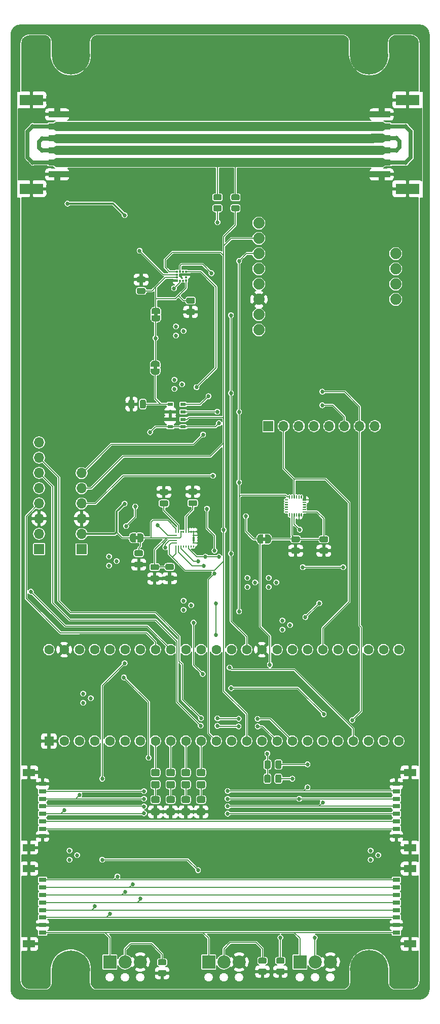
<source format=gbr>
%TF.GenerationSoftware,KiCad,Pcbnew,5.1.10*%
%TF.CreationDate,2021-10-08T11:52:48-05:00*%
%TF.ProjectId,FCB-Lite,4643422d-4c69-4746-952e-6b696361645f,A*%
%TF.SameCoordinates,Original*%
%TF.FileFunction,Copper,L1,Top*%
%TF.FilePolarity,Positive*%
%FSLAX46Y46*%
G04 Gerber Fmt 4.6, Leading zero omitted, Abs format (unit mm)*
G04 Created by KiCad (PCBNEW 5.1.10) date 2021-10-08 11:52:48*
%MOMM*%
%LPD*%
G01*
G04 APERTURE LIST*
%TA.AperFunction,NonConductor*%
%ADD10C,0.150000*%
%TD*%
%TA.AperFunction,NonConductor*%
%ADD11C,0.100000*%
%TD*%
%TA.AperFunction,NonConductor*%
%ADD12C,0.300000*%
%TD*%
%TA.AperFunction,NonConductor*%
%ADD13C,0.200000*%
%TD*%
%TA.AperFunction,EtchedComponent*%
%ADD14C,0.100000*%
%TD*%
%TA.AperFunction,ComponentPad*%
%ADD15O,1.700000X1.700000*%
%TD*%
%TA.AperFunction,ComponentPad*%
%ADD16R,1.700000X1.700000*%
%TD*%
%TA.AperFunction,SMDPad,CuDef*%
%ADD17R,3.000000X1.000000*%
%TD*%
%TA.AperFunction,SMDPad,CuDef*%
%ADD18R,4.000000X1.800000*%
%TD*%
%TA.AperFunction,SMDPad,CuDef*%
%ADD19C,0.100000*%
%TD*%
%TA.AperFunction,ComponentPad*%
%ADD20C,1.600000*%
%TD*%
%TA.AperFunction,ComponentPad*%
%ADD21R,1.600000X1.600000*%
%TD*%
%TA.AperFunction,ComponentPad*%
%ADD22C,1.879600*%
%TD*%
%TA.AperFunction,SMDPad,CuDef*%
%ADD23R,0.950000X0.550000*%
%TD*%
%TA.AperFunction,SMDPad,CuDef*%
%ADD24R,0.350000X0.375000*%
%TD*%
%TA.AperFunction,SMDPad,CuDef*%
%ADD25R,0.375000X0.350000*%
%TD*%
%TA.AperFunction,SMDPad,CuDef*%
%ADD26R,0.230000X0.350000*%
%TD*%
%TA.AperFunction,SMDPad,CuDef*%
%ADD27R,0.350000X0.230000*%
%TD*%
%TA.AperFunction,ComponentPad*%
%ADD28C,2.200000*%
%TD*%
%TA.AperFunction,ComponentPad*%
%ADD29R,2.200000X2.200000*%
%TD*%
%TA.AperFunction,SMDPad,CuDef*%
%ADD30R,2.150000X1.300000*%
%TD*%
%TA.AperFunction,SMDPad,CuDef*%
%ADD31R,1.200000X0.800000*%
%TD*%
%TA.AperFunction,ComponentPad*%
%ADD32C,0.800000*%
%TD*%
%TA.AperFunction,ComponentPad*%
%ADD33C,6.400000*%
%TD*%
%TA.AperFunction,ViaPad*%
%ADD34C,0.685800*%
%TD*%
%TA.AperFunction,ViaPad*%
%ADD35C,0.800000*%
%TD*%
%TA.AperFunction,Conductor*%
%ADD36C,0.152400*%
%TD*%
%TA.AperFunction,Conductor*%
%ADD37C,1.000000*%
%TD*%
%TA.AperFunction,Conductor*%
%ADD38C,0.700000*%
%TD*%
%TA.AperFunction,Conductor*%
%ADD39C,1.500000*%
%TD*%
%TA.AperFunction,Conductor*%
%ADD40C,0.300000*%
%TD*%
%TA.AperFunction,Conductor*%
%ADD41C,0.153000*%
%TD*%
%TA.AperFunction,Conductor*%
%ADD42C,0.100000*%
%TD*%
G04 APERTURE END LIST*
D10*
G36*
X100800000Y-185900000D02*
G01*
X99300000Y-185900000D01*
X99300000Y-54000000D01*
X99850000Y-54000000D01*
X99850000Y-36200000D01*
X99300000Y-36200000D01*
X99300000Y-26700000D01*
X100800000Y-26700000D01*
X100800000Y-185900000D01*
G37*
X100800000Y-185900000D02*
X99300000Y-185900000D01*
X99300000Y-54000000D01*
X99850000Y-54000000D01*
X99850000Y-36200000D01*
X99300000Y-36200000D01*
X99300000Y-26700000D01*
X100800000Y-26700000D01*
X100800000Y-185900000D01*
X30950000Y-26700000D02*
G75*
G02*
X32550000Y-25100000I1600000J0D01*
G01*
X100800000Y-26700000D02*
G75*
G03*
X99200000Y-25100000I-1600000J0D01*
G01*
G36*
X33950000Y-26600000D02*
G01*
X33450000Y-26700000D01*
X33050000Y-26900000D01*
X32750000Y-27200000D01*
X32550000Y-27600000D01*
X32450000Y-28200000D01*
X30950000Y-28200000D01*
X30950000Y-26700000D01*
X31050000Y-26300000D01*
X31250000Y-25900000D01*
X31550000Y-25500000D01*
X32150000Y-25200000D01*
X32550000Y-25100000D01*
X33950000Y-25100000D01*
X33950000Y-26600000D01*
G37*
X33950000Y-26600000D02*
X33450000Y-26700000D01*
X33050000Y-26900000D01*
X32750000Y-27200000D01*
X32550000Y-27600000D01*
X32450000Y-28200000D01*
X30950000Y-28200000D01*
X30950000Y-26700000D01*
X31050000Y-26300000D01*
X31250000Y-25900000D01*
X31550000Y-25500000D01*
X32150000Y-25200000D01*
X32550000Y-25100000D01*
X33950000Y-25100000D01*
X33950000Y-26600000D01*
G36*
X32550000Y-185000000D02*
G01*
X32750000Y-185400000D01*
X33050000Y-185700000D01*
X33450000Y-185900000D01*
X34050000Y-186000000D01*
X34050000Y-187500000D01*
X32550000Y-187500000D01*
X32150000Y-187400000D01*
X31750000Y-187200000D01*
X31350000Y-186900000D01*
X31050000Y-186300000D01*
X30950000Y-185900000D01*
X30950000Y-184500000D01*
X32450000Y-184500000D01*
X32550000Y-185000000D01*
G37*
X32550000Y-185000000D02*
X32750000Y-185400000D01*
X33050000Y-185700000D01*
X33450000Y-185900000D01*
X34050000Y-186000000D01*
X34050000Y-187500000D01*
X32550000Y-187500000D01*
X32150000Y-187400000D01*
X31750000Y-187200000D01*
X31350000Y-186900000D01*
X31050000Y-186300000D01*
X30950000Y-185900000D01*
X30950000Y-184500000D01*
X32450000Y-184500000D01*
X32550000Y-185000000D01*
X34050000Y-186000000D02*
G75*
G02*
X32450000Y-184400000I0J1600000D01*
G01*
X32550000Y-187500000D02*
G75*
G02*
X30950000Y-185900000I0J1600000D01*
G01*
D11*
G36*
X99600000Y-25200000D02*
G01*
X100200000Y-25500000D01*
X100500000Y-25900000D01*
X100700000Y-26300000D01*
X100800000Y-26700000D01*
X100800000Y-28200000D01*
X99300000Y-28200000D01*
X99200000Y-27600000D01*
X99000000Y-27200000D01*
X98700000Y-26900000D01*
X98300000Y-26700000D01*
X97800000Y-26600000D01*
X97800000Y-25100000D01*
X99200000Y-25100000D01*
X99600000Y-25200000D01*
G37*
X99600000Y-25200000D02*
X100200000Y-25500000D01*
X100500000Y-25900000D01*
X100700000Y-26300000D01*
X100800000Y-26700000D01*
X100800000Y-28200000D01*
X99300000Y-28200000D01*
X99200000Y-27600000D01*
X99000000Y-27200000D01*
X98700000Y-26900000D01*
X98300000Y-26700000D01*
X97800000Y-26600000D01*
X97800000Y-25100000D01*
X99200000Y-25100000D01*
X99600000Y-25200000D01*
D10*
X99300000Y-28200000D02*
G75*
G03*
X97700000Y-26600000I-1600000J0D01*
G01*
X32450000Y-28200000D02*
G75*
G02*
X34050000Y-26600000I1600000J0D01*
G01*
G36*
X99250000Y-26600000D02*
G01*
X32550000Y-26600000D01*
X32550000Y-25100000D01*
X99250000Y-25100000D01*
X99250000Y-26600000D01*
G37*
X99250000Y-26600000D02*
X32550000Y-26600000D01*
X32550000Y-25100000D01*
X99250000Y-25100000D01*
X99250000Y-26600000D01*
G36*
X32450000Y-36200000D02*
G01*
X31900000Y-36200000D01*
X31900000Y-54000000D01*
X32450000Y-54000000D01*
X32450000Y-185900000D01*
X30950000Y-185900000D01*
X30950000Y-26700000D01*
X32450000Y-26700000D01*
X32450000Y-36200000D01*
G37*
X32450000Y-36200000D02*
X31900000Y-36200000D01*
X31900000Y-54000000D01*
X32450000Y-54000000D01*
X32450000Y-185900000D01*
X30950000Y-185900000D01*
X30950000Y-26700000D01*
X32450000Y-26700000D01*
X32450000Y-36200000D01*
D12*
X36450000Y-26500000D02*
G75*
G02*
X37950000Y-28000000I0J-1500000D01*
G01*
X37950000Y-184700000D02*
G75*
G02*
X36450000Y-186200000I-1500000J0D01*
G01*
X43950000Y-28000000D02*
G75*
G02*
X45450000Y-26500000I1500000J0D01*
G01*
X86250000Y-26500000D02*
G75*
G02*
X87750000Y-28000000I0J-1500000D01*
G01*
D13*
G36*
X44050000Y-27300000D02*
G01*
X44050000Y-30200000D01*
X37850000Y-30200000D01*
X37850000Y-27300000D01*
X36950000Y-26300000D01*
X45050000Y-26200000D01*
X44050000Y-27300000D01*
G37*
X44050000Y-27300000D02*
X44050000Y-30200000D01*
X37850000Y-30200000D01*
X37850000Y-27300000D01*
X36950000Y-26300000D01*
X45050000Y-26200000D01*
X44050000Y-27300000D01*
G36*
X93900000Y-185349200D02*
G01*
X94800000Y-186349200D01*
X86700000Y-186449200D01*
X87700000Y-185349200D01*
X87700000Y-182449200D01*
X93900000Y-182449200D01*
X93900000Y-185349200D01*
G37*
X93900000Y-185349200D02*
X94800000Y-186349200D01*
X86700000Y-186449200D01*
X87700000Y-185349200D01*
X87700000Y-182449200D01*
X93900000Y-182449200D01*
X93900000Y-185349200D01*
D12*
X45450000Y-186200000D02*
G75*
G02*
X43950000Y-184700000I0J1500000D01*
G01*
D13*
G36*
X93850000Y-27300000D02*
G01*
X93850000Y-30200000D01*
X87650000Y-30200000D01*
X87650000Y-27300000D01*
X86750000Y-26300000D01*
X94850000Y-26200000D01*
X93850000Y-27300000D01*
G37*
X93850000Y-27300000D02*
X93850000Y-30200000D01*
X87650000Y-30200000D01*
X87650000Y-27300000D01*
X86750000Y-26300000D01*
X94850000Y-26200000D01*
X93850000Y-27300000D01*
G36*
X44050000Y-185400000D02*
G01*
X44950000Y-186400000D01*
X36850000Y-186500000D01*
X37850000Y-185400000D01*
X37850000Y-182500000D01*
X44050000Y-182500000D01*
X44050000Y-185400000D01*
G37*
X44050000Y-185400000D02*
X44950000Y-186400000D01*
X36850000Y-186500000D01*
X37850000Y-185400000D01*
X37850000Y-182500000D01*
X44050000Y-182500000D01*
X44050000Y-185400000D01*
D12*
X87800000Y-184649200D02*
G75*
G02*
X86300000Y-186149200I-1500000J0D01*
G01*
X95300000Y-186149200D02*
G75*
G02*
X93800000Y-184649200I0J1500000D01*
G01*
X93750000Y-28000000D02*
G75*
G02*
X95250000Y-26500000I1500000J0D01*
G01*
D10*
G36*
X100800000Y-185900000D02*
G01*
X100700000Y-186300000D01*
X100500000Y-186700000D01*
X100200000Y-187100000D01*
X99600000Y-187400000D01*
X99200000Y-187500000D01*
X97800000Y-187500000D01*
X97800000Y-186000000D01*
X98300000Y-185900000D01*
X98700000Y-185700000D01*
X99000000Y-185400000D01*
X99200000Y-185000000D01*
X99300000Y-184400000D01*
X100800000Y-184400000D01*
X100800000Y-185900000D01*
G37*
X100800000Y-185900000D02*
X100700000Y-186300000D01*
X100500000Y-186700000D01*
X100200000Y-187100000D01*
X99600000Y-187400000D01*
X99200000Y-187500000D01*
X97800000Y-187500000D01*
X97800000Y-186000000D01*
X98300000Y-185900000D01*
X98700000Y-185700000D01*
X99000000Y-185400000D01*
X99200000Y-185000000D01*
X99300000Y-184400000D01*
X100800000Y-184400000D01*
X100800000Y-185900000D01*
X100800000Y-185900000D02*
G75*
G02*
X99200000Y-187500000I-1600000J0D01*
G01*
G36*
X99250000Y-187500000D02*
G01*
X34050000Y-187500000D01*
X34050000Y-186000000D01*
X99250000Y-186000000D01*
X99250000Y-187500000D01*
G37*
X99250000Y-187500000D02*
X34050000Y-187500000D01*
X34050000Y-186000000D01*
X99250000Y-186000000D01*
X99250000Y-187500000D01*
X99300000Y-184400000D02*
G75*
G02*
X97700000Y-186000000I-1600000J0D01*
G01*
D14*
%TO.C,JP103*%
G36*
X55350000Y-82500000D02*
G01*
X55350000Y-82000000D01*
X54750000Y-82000000D01*
X54750000Y-82500000D01*
X55350000Y-82500000D01*
G37*
%TO.C,JP104*%
G36*
X73490000Y-110497000D02*
G01*
X72990000Y-110497000D01*
X72990000Y-111097000D01*
X73490000Y-111097000D01*
X73490000Y-110497000D01*
G37*
%TO.C,JP102*%
G36*
X54850000Y-73150000D02*
G01*
X54850000Y-73650000D01*
X55450000Y-73650000D01*
X55450000Y-73150000D01*
X54850000Y-73150000D01*
G37*
%TO.C,JP101*%
G36*
X52200000Y-110300000D02*
G01*
X51700000Y-110300000D01*
X51700000Y-110900000D01*
X52200000Y-110900000D01*
X52200000Y-110300000D01*
G37*
%TD*%
D15*
%TO.P,J203,8*%
%TO.N,Net-(J203-Pad8)*%
X35660000Y-94690000D03*
%TO.P,J203,7*%
%TO.N,/UART_RX6*%
X35660000Y-97230000D03*
%TO.P,J203,6*%
%TO.N,/UART_TX6*%
X35660000Y-99770000D03*
%TO.P,J203,5*%
%TO.N,/I2C_SDA*%
X35660000Y-102310000D03*
%TO.P,J203,4*%
%TO.N,/I2C_SCL*%
X35660000Y-104850000D03*
%TO.P,J203,3*%
%TO.N,GND*%
X35660000Y-107390000D03*
%TO.P,J203,2*%
%TO.N,/3V3*%
X35660000Y-109930000D03*
D16*
%TO.P,J203,1*%
%TO.N,/5V*%
X35660000Y-112470000D03*
%TD*%
%TO.P,C107,2*%
%TO.N,Net-(C106-Pad2)*%
%TA.AperFunction,SMDPad,CuDef*%
G36*
G01*
X52225000Y-68950000D02*
X53175000Y-68950000D01*
G75*
G02*
X53425000Y-69200000I0J-250000D01*
G01*
X53425000Y-69700000D01*
G75*
G02*
X53175000Y-69950000I-250000J0D01*
G01*
X52225000Y-69950000D01*
G75*
G02*
X51975000Y-69700000I0J250000D01*
G01*
X51975000Y-69200000D01*
G75*
G02*
X52225000Y-68950000I250000J0D01*
G01*
G37*
%TD.AperFunction*%
%TO.P,C107,1*%
%TO.N,GND*%
%TA.AperFunction,SMDPad,CuDef*%
G36*
G01*
X52225000Y-67050000D02*
X53175000Y-67050000D01*
G75*
G02*
X53425000Y-67300000I0J-250000D01*
G01*
X53425000Y-67800000D01*
G75*
G02*
X53175000Y-68050000I-250000J0D01*
G01*
X52225000Y-68050000D01*
G75*
G02*
X51975000Y-67800000I0J250000D01*
G01*
X51975000Y-67300000D01*
G75*
G02*
X52225000Y-67050000I250000J0D01*
G01*
G37*
%TD.AperFunction*%
%TD*%
%TO.P,C106,2*%
%TO.N,Net-(C106-Pad2)*%
%TA.AperFunction,SMDPad,CuDef*%
G36*
G01*
X61425000Y-71550000D02*
X60475000Y-71550000D01*
G75*
G02*
X60225000Y-71300000I0J250000D01*
G01*
X60225000Y-70800000D01*
G75*
G02*
X60475000Y-70550000I250000J0D01*
G01*
X61425000Y-70550000D01*
G75*
G02*
X61675000Y-70800000I0J-250000D01*
G01*
X61675000Y-71300000D01*
G75*
G02*
X61425000Y-71550000I-250000J0D01*
G01*
G37*
%TD.AperFunction*%
%TO.P,C106,1*%
%TO.N,GND*%
%TA.AperFunction,SMDPad,CuDef*%
G36*
G01*
X61425000Y-73450000D02*
X60475000Y-73450000D01*
G75*
G02*
X60225000Y-73200000I0J250000D01*
G01*
X60225000Y-72700000D01*
G75*
G02*
X60475000Y-72450000I250000J0D01*
G01*
X61425000Y-72450000D01*
G75*
G02*
X61675000Y-72700000I0J-250000D01*
G01*
X61675000Y-73200000D01*
G75*
G02*
X61425000Y-73450000I-250000J0D01*
G01*
G37*
%TD.AperFunction*%
%TD*%
D15*
%TO.P,J202,8*%
%TO.N,/LSM9_INT1_AG*%
X91730000Y-92000000D03*
%TO.P,J202,7*%
%TO.N,/KX122_INT1*%
X89190000Y-92000000D03*
%TO.P,J202,6*%
%TO.N,/MS5611_CS*%
X86650000Y-92000000D03*
%TO.P,J202,5*%
%TO.N,/ZOE_MQ8_BRKT_CS*%
X84110000Y-92000000D03*
%TO.P,J202,4*%
%TO.N,/LSM9_CS_M*%
X81570000Y-92000000D03*
%TO.P,J202,3*%
%TO.N,/LSM9_CS_AG*%
X79030000Y-92000000D03*
%TO.P,J202,2*%
%TO.N,/MPU9250_CS*%
X76490000Y-92000000D03*
D16*
%TO.P,J202,1*%
%TO.N,/KX122_CS*%
X73950000Y-92000000D03*
%TD*%
D15*
%TO.P,J201,6*%
%TO.N,/SNS_SPI_SCK*%
X42736000Y-99800000D03*
%TO.P,J201,5*%
%TO.N,/SNS_SPI_MISO*%
X42736000Y-102340000D03*
%TO.P,J201,4*%
%TO.N,/SNS_SPI_MOSI*%
X42736000Y-104880000D03*
%TO.P,J201,3*%
%TO.N,GND*%
X42736000Y-107420000D03*
%TO.P,J201,2*%
%TO.N,/3V3*%
X42736000Y-109960000D03*
D16*
%TO.P,J201,1*%
%TO.N,/5V*%
X42736000Y-112500000D03*
%TD*%
D17*
%TO.P,J104,6*%
%TO.N,GND*%
X92870000Y-50020000D03*
%TO.P,J104,5*%
%TO.N,/3V3*%
X92870000Y-48020000D03*
%TO.P,J104,4*%
%TO.N,/5V*%
X92870000Y-46020000D03*
%TO.P,J104,3*%
X92870000Y-44020000D03*
D18*
%TO.P,J104,P2*%
%TO.N,GND*%
X97170000Y-52420000D03*
%TO.P,J104,P1*%
X97170000Y-37620000D03*
D17*
%TO.P,J104,2*%
%TO.N,/3V3*%
X92870000Y-42020000D03*
%TO.P,J104,1*%
%TO.N,GND*%
X92870000Y-40020000D03*
%TD*%
%TO.P,J103,6*%
%TO.N,GND*%
X38670000Y-40020000D03*
%TO.P,J103,5*%
%TO.N,/3V3*%
X38670000Y-42020000D03*
%TO.P,J103,4*%
%TO.N,/5V*%
X38670000Y-44020000D03*
%TO.P,J103,3*%
X38670000Y-46020000D03*
D18*
%TO.P,J103,P2*%
%TO.N,GND*%
X34370000Y-37620000D03*
%TO.P,J103,P1*%
X34370000Y-52420000D03*
D17*
%TO.P,J103,2*%
%TO.N,/3V3*%
X38670000Y-48020000D03*
%TO.P,J103,1*%
%TO.N,GND*%
X38670000Y-50020000D03*
%TD*%
%TO.P,R107,2*%
%TO.N,GND*%
%TA.AperFunction,SMDPad,CuDef*%
G36*
G01*
X75499999Y-182400000D02*
X76400001Y-182400000D01*
G75*
G02*
X76650000Y-182649999I0J-249999D01*
G01*
X76650000Y-183175001D01*
G75*
G02*
X76400001Y-183425000I-249999J0D01*
G01*
X75499999Y-183425000D01*
G75*
G02*
X75250000Y-183175001I0J249999D01*
G01*
X75250000Y-182649999D01*
G75*
G02*
X75499999Y-182400000I249999J0D01*
G01*
G37*
%TD.AperFunction*%
%TO.P,R107,1*%
%TO.N,/PT3*%
%TA.AperFunction,SMDPad,CuDef*%
G36*
G01*
X75499999Y-180575000D02*
X76400001Y-180575000D01*
G75*
G02*
X76650000Y-180824999I0J-249999D01*
G01*
X76650000Y-181350001D01*
G75*
G02*
X76400001Y-181600000I-249999J0D01*
G01*
X75499999Y-181600000D01*
G75*
G02*
X75250000Y-181350001I0J249999D01*
G01*
X75250000Y-180824999D01*
G75*
G02*
X75499999Y-180575000I249999J0D01*
G01*
G37*
%TD.AperFunction*%
%TD*%
%TO.P,R106,2*%
%TO.N,GND*%
%TA.AperFunction,SMDPad,CuDef*%
G36*
G01*
X72499999Y-182400000D02*
X73400001Y-182400000D01*
G75*
G02*
X73650000Y-182649999I0J-249999D01*
G01*
X73650000Y-183175001D01*
G75*
G02*
X73400001Y-183425000I-249999J0D01*
G01*
X72499999Y-183425000D01*
G75*
G02*
X72250000Y-183175001I0J249999D01*
G01*
X72250000Y-182649999D01*
G75*
G02*
X72499999Y-182400000I249999J0D01*
G01*
G37*
%TD.AperFunction*%
%TO.P,R106,1*%
%TO.N,/PT2*%
%TA.AperFunction,SMDPad,CuDef*%
G36*
G01*
X72499999Y-180575000D02*
X73400001Y-180575000D01*
G75*
G02*
X73650000Y-180824999I0J-249999D01*
G01*
X73650000Y-181350001D01*
G75*
G02*
X73400001Y-181600000I-249999J0D01*
G01*
X72499999Y-181600000D01*
G75*
G02*
X72250000Y-181350001I0J249999D01*
G01*
X72250000Y-180824999D01*
G75*
G02*
X72499999Y-180575000I249999J0D01*
G01*
G37*
%TD.AperFunction*%
%TD*%
%TO.P,R105,2*%
%TO.N,GND*%
%TA.AperFunction,SMDPad,CuDef*%
G36*
G01*
X55749999Y-182650000D02*
X56650001Y-182650000D01*
G75*
G02*
X56900000Y-182899999I0J-249999D01*
G01*
X56900000Y-183425001D01*
G75*
G02*
X56650001Y-183675000I-249999J0D01*
G01*
X55749999Y-183675000D01*
G75*
G02*
X55500000Y-183425001I0J249999D01*
G01*
X55500000Y-182899999D01*
G75*
G02*
X55749999Y-182650000I249999J0D01*
G01*
G37*
%TD.AperFunction*%
%TO.P,R105,1*%
%TO.N,/PT1*%
%TA.AperFunction,SMDPad,CuDef*%
G36*
G01*
X55749999Y-180825000D02*
X56650001Y-180825000D01*
G75*
G02*
X56900000Y-181074999I0J-249999D01*
G01*
X56900000Y-181600001D01*
G75*
G02*
X56650001Y-181850000I-249999J0D01*
G01*
X55749999Y-181850000D01*
G75*
G02*
X55500000Y-181600001I0J249999D01*
G01*
X55500000Y-181074999D01*
G75*
G02*
X55749999Y-180825000I249999J0D01*
G01*
G37*
%TD.AperFunction*%
%TD*%
%TO.P,R204,2*%
%TO.N,/B2B_SPI_MOSI*%
%TA.AperFunction,SMDPad,CuDef*%
G36*
G01*
X75120000Y-148850001D02*
X75120000Y-147949999D01*
G75*
G02*
X75369999Y-147700000I249999J0D01*
G01*
X75895001Y-147700000D01*
G75*
G02*
X76145000Y-147949999I0J-249999D01*
G01*
X76145000Y-148850001D01*
G75*
G02*
X75895001Y-149100000I-249999J0D01*
G01*
X75369999Y-149100000D01*
G75*
G02*
X75120000Y-148850001I0J249999D01*
G01*
G37*
%TD.AperFunction*%
%TO.P,R204,1*%
%TO.N,/3V3*%
%TA.AperFunction,SMDPad,CuDef*%
G36*
G01*
X73295000Y-148850001D02*
X73295000Y-147949999D01*
G75*
G02*
X73544999Y-147700000I249999J0D01*
G01*
X74070001Y-147700000D01*
G75*
G02*
X74320000Y-147949999I0J-249999D01*
G01*
X74320000Y-148850001D01*
G75*
G02*
X74070001Y-149100000I-249999J0D01*
G01*
X73544999Y-149100000D01*
G75*
G02*
X73295000Y-148850001I0J249999D01*
G01*
G37*
%TD.AperFunction*%
%TD*%
%TO.P,R203,2*%
%TO.N,/B2B_SPI_MISO*%
%TA.AperFunction,SMDPad,CuDef*%
G36*
G01*
X75100000Y-151200001D02*
X75100000Y-150299999D01*
G75*
G02*
X75349999Y-150050000I249999J0D01*
G01*
X75875001Y-150050000D01*
G75*
G02*
X76125000Y-150299999I0J-249999D01*
G01*
X76125000Y-151200001D01*
G75*
G02*
X75875001Y-151450000I-249999J0D01*
G01*
X75349999Y-151450000D01*
G75*
G02*
X75100000Y-151200001I0J249999D01*
G01*
G37*
%TD.AperFunction*%
%TO.P,R203,1*%
%TO.N,/3V3*%
%TA.AperFunction,SMDPad,CuDef*%
G36*
G01*
X73275000Y-151200001D02*
X73275000Y-150299999D01*
G75*
G02*
X73524999Y-150050000I249999J0D01*
G01*
X74050001Y-150050000D01*
G75*
G02*
X74300000Y-150299999I0J-249999D01*
G01*
X74300000Y-151200001D01*
G75*
G02*
X74050001Y-151450000I-249999J0D01*
G01*
X73524999Y-151450000D01*
G75*
G02*
X73275000Y-151200001I0J249999D01*
G01*
G37*
%TD.AperFunction*%
%TD*%
%TO.P,R202,2*%
%TO.N,/SNS_SPI_MOSI*%
%TA.AperFunction,SMDPad,CuDef*%
G36*
G01*
X64999999Y-55150000D02*
X65900001Y-55150000D01*
G75*
G02*
X66150000Y-55399999I0J-249999D01*
G01*
X66150000Y-55925001D01*
G75*
G02*
X65900001Y-56175000I-249999J0D01*
G01*
X64999999Y-56175000D01*
G75*
G02*
X64750000Y-55925001I0J249999D01*
G01*
X64750000Y-55399999D01*
G75*
G02*
X64999999Y-55150000I249999J0D01*
G01*
G37*
%TD.AperFunction*%
%TO.P,R202,1*%
%TO.N,/3V3*%
%TA.AperFunction,SMDPad,CuDef*%
G36*
G01*
X64999999Y-53325000D02*
X65900001Y-53325000D01*
G75*
G02*
X66150000Y-53574999I0J-249999D01*
G01*
X66150000Y-54100001D01*
G75*
G02*
X65900001Y-54350000I-249999J0D01*
G01*
X64999999Y-54350000D01*
G75*
G02*
X64750000Y-54100001I0J249999D01*
G01*
X64750000Y-53574999D01*
G75*
G02*
X64999999Y-53325000I249999J0D01*
G01*
G37*
%TD.AperFunction*%
%TD*%
%TO.P,R201,2*%
%TO.N,/SNS_SPI_MISO*%
%TA.AperFunction,SMDPad,CuDef*%
G36*
G01*
X67999999Y-55150000D02*
X68900001Y-55150000D01*
G75*
G02*
X69150000Y-55399999I0J-249999D01*
G01*
X69150000Y-55925001D01*
G75*
G02*
X68900001Y-56175000I-249999J0D01*
G01*
X67999999Y-56175000D01*
G75*
G02*
X67750000Y-55925001I0J249999D01*
G01*
X67750000Y-55399999D01*
G75*
G02*
X67999999Y-55150000I249999J0D01*
G01*
G37*
%TD.AperFunction*%
%TO.P,R201,1*%
%TO.N,/3V3*%
%TA.AperFunction,SMDPad,CuDef*%
G36*
G01*
X67999999Y-53325000D02*
X68900001Y-53325000D01*
G75*
G02*
X69150000Y-53574999I0J-249999D01*
G01*
X69150000Y-54100001D01*
G75*
G02*
X68900001Y-54350000I-249999J0D01*
G01*
X67999999Y-54350000D01*
G75*
G02*
X67750000Y-54100001I0J249999D01*
G01*
X67750000Y-53574999D01*
G75*
G02*
X67999999Y-53325000I249999J0D01*
G01*
G37*
%TD.AperFunction*%
%TD*%
%TA.AperFunction,SMDPad,CuDef*%
D19*
%TO.P,JP103,1*%
%TO.N,/3V3*%
G36*
X54300000Y-82100000D02*
G01*
X54300000Y-81600000D01*
X54300602Y-81600000D01*
X54300602Y-81575466D01*
X54305412Y-81526635D01*
X54314984Y-81478510D01*
X54329228Y-81431555D01*
X54348005Y-81386222D01*
X54371136Y-81342949D01*
X54398396Y-81302150D01*
X54429524Y-81264221D01*
X54464221Y-81229524D01*
X54502150Y-81198396D01*
X54542949Y-81171136D01*
X54586222Y-81148005D01*
X54631555Y-81129228D01*
X54678510Y-81114984D01*
X54726635Y-81105412D01*
X54775466Y-81100602D01*
X54800000Y-81100602D01*
X54800000Y-81100000D01*
X55300000Y-81100000D01*
X55300000Y-81100602D01*
X55324534Y-81100602D01*
X55373365Y-81105412D01*
X55421490Y-81114984D01*
X55468445Y-81129228D01*
X55513778Y-81148005D01*
X55557051Y-81171136D01*
X55597850Y-81198396D01*
X55635779Y-81229524D01*
X55670476Y-81264221D01*
X55701604Y-81302150D01*
X55728864Y-81342949D01*
X55751995Y-81386222D01*
X55770772Y-81431555D01*
X55785016Y-81478510D01*
X55794588Y-81526635D01*
X55799398Y-81575466D01*
X55799398Y-81600000D01*
X55800000Y-81600000D01*
X55800000Y-82100000D01*
X54300000Y-82100000D01*
G37*
%TD.AperFunction*%
%TA.AperFunction,SMDPad,CuDef*%
%TO.P,JP103,2*%
%TO.N,Net-(C108-Pad2)*%
G36*
X55799398Y-82900000D02*
G01*
X55799398Y-82924534D01*
X55794588Y-82973365D01*
X55785016Y-83021490D01*
X55770772Y-83068445D01*
X55751995Y-83113778D01*
X55728864Y-83157051D01*
X55701604Y-83197850D01*
X55670476Y-83235779D01*
X55635779Y-83270476D01*
X55597850Y-83301604D01*
X55557051Y-83328864D01*
X55513778Y-83351995D01*
X55468445Y-83370772D01*
X55421490Y-83385016D01*
X55373365Y-83394588D01*
X55324534Y-83399398D01*
X55300000Y-83399398D01*
X55300000Y-83400000D01*
X54800000Y-83400000D01*
X54800000Y-83399398D01*
X54775466Y-83399398D01*
X54726635Y-83394588D01*
X54678510Y-83385016D01*
X54631555Y-83370772D01*
X54586222Y-83351995D01*
X54542949Y-83328864D01*
X54502150Y-83301604D01*
X54464221Y-83270476D01*
X54429524Y-83235779D01*
X54398396Y-83197850D01*
X54371136Y-83157051D01*
X54348005Y-83113778D01*
X54329228Y-83068445D01*
X54314984Y-83021490D01*
X54305412Y-82973365D01*
X54300602Y-82924534D01*
X54300602Y-82900000D01*
X54300000Y-82900000D01*
X54300000Y-82400000D01*
X55800000Y-82400000D01*
X55800000Y-82900000D01*
X55799398Y-82900000D01*
G37*
%TD.AperFunction*%
%TD*%
%TO.P,C108,2*%
%TO.N,Net-(C108-Pad2)*%
%TA.AperFunction,SMDPad,CuDef*%
G36*
G01*
X52481000Y-88793000D02*
X52481000Y-87843000D01*
G75*
G02*
X52731000Y-87593000I250000J0D01*
G01*
X53231000Y-87593000D01*
G75*
G02*
X53481000Y-87843000I0J-250000D01*
G01*
X53481000Y-88793000D01*
G75*
G02*
X53231000Y-89043000I-250000J0D01*
G01*
X52731000Y-89043000D01*
G75*
G02*
X52481000Y-88793000I0J250000D01*
G01*
G37*
%TD.AperFunction*%
%TO.P,C108,1*%
%TO.N,GND*%
%TA.AperFunction,SMDPad,CuDef*%
G36*
G01*
X50581000Y-88793000D02*
X50581000Y-87843000D01*
G75*
G02*
X50831000Y-87593000I250000J0D01*
G01*
X51331000Y-87593000D01*
G75*
G02*
X51581000Y-87843000I0J-250000D01*
G01*
X51581000Y-88793000D01*
G75*
G02*
X51331000Y-89043000I-250000J0D01*
G01*
X50831000Y-89043000D01*
G75*
G02*
X50581000Y-88793000I0J250000D01*
G01*
G37*
%TD.AperFunction*%
%TD*%
D20*
%TO.P,U1,17*%
%TO.N,/UART_RX6*%
X77940000Y-144480000D03*
%TO.P,U1,18*%
%TO.N,/B2B_SPI_MOSI*%
X80480000Y-144480000D03*
%TO.P,U1,19*%
%TO.N,/B2B_SPI_SCK*%
X83020000Y-144480000D03*
%TO.P,U1,20*%
%TO.N,/KX122_INT1*%
X85560000Y-144480000D03*
%TO.P,U1,16*%
%TO.N,/UART_TX6*%
X75400000Y-144480000D03*
%TO.P,U1,15*%
%TO.N,Net-(U1-Pad15)*%
X72860000Y-144480000D03*
%TO.P,U1,14*%
%TO.N,/SNS_SPI_MISO*%
X70320000Y-144480000D03*
%TO.P,U1,21*%
%TO.N,/LSM9_INT1_AG*%
X88100000Y-144480000D03*
%TO.P,U1,22*%
%TO.N,/MS5611_CS*%
X90640000Y-144480000D03*
%TO.P,U1,23*%
%TO.N,/ZOE_MQ8_BRKT_CS*%
X93180000Y-144480000D03*
%TO.P,U1,24*%
%TO.N,Net-(U1-Pad24)*%
X95720000Y-144480000D03*
%TO.P,U1,25*%
%TO.N,Net-(U1-Pad25)*%
X95720000Y-129240000D03*
%TO.P,U1,26*%
%TO.N,Net-(U1-Pad26)*%
X93180000Y-129240000D03*
%TO.P,U1,27*%
%TO.N,Net-(U1-Pad27)*%
X90640000Y-129240000D03*
%TO.P,U1,28*%
%TO.N,/LSM9_CS_AG*%
X88100000Y-129240000D03*
%TO.P,U1,29*%
%TO.N,/LSM9_CS_M*%
X85560000Y-129240000D03*
%TO.P,U1,30*%
%TO.N,/MPU9250_CS*%
X83020000Y-129240000D03*
%TO.P,U1,31*%
%TO.N,Net-(U1-Pad31)*%
X80480000Y-129240000D03*
%TO.P,U1,32*%
%TO.N,Net-(U1-Pad32)*%
X77940000Y-129240000D03*
%TO.P,U1,33*%
%TO.N,Net-(U1-Pad33)*%
X75400000Y-129240000D03*
%TO.P,U1,34*%
%TO.N,GND*%
X72860000Y-129240000D03*
%TO.P,U1,13*%
%TO.N,/SNS_SPI_MOSI*%
X67780000Y-144480000D03*
%TO.P,U1,12*%
%TO.N,/KX122_CS*%
X65240000Y-144480000D03*
%TO.P,U1,11*%
%TO.N,Net-(R9004-Pad1)*%
X62700000Y-144480000D03*
%TO.P,U1,10*%
%TO.N,Net-(R9003-Pad1)*%
X60160000Y-144480000D03*
%TO.P,U1,9*%
%TO.N,Net-(R9002-Pad1)*%
X57620000Y-144480000D03*
%TO.P,U1,8*%
%TO.N,Net-(R9001-Pad1)*%
X55080000Y-144480000D03*
%TO.P,U1,7*%
%TO.N,/B2B_SERVO2*%
X52540000Y-144480000D03*
%TO.P,U1,6*%
%TO.N,/B2B_SERVO1*%
X50000000Y-144480000D03*
%TO.P,U1,5*%
%TO.N,/B2B_SERVO4*%
X47460000Y-144480000D03*
%TO.P,U1,4*%
%TO.N,/B2B_SERVO3*%
X44920000Y-144480000D03*
%TO.P,U1,3*%
%TO.N,/B2B_SPI_MISO*%
X42380000Y-144480000D03*
%TO.P,U1,2*%
%TO.N,/B2B_SPI_CS1*%
X39840000Y-144480000D03*
D21*
%TO.P,U1,1*%
%TO.N,GND*%
X37300000Y-144480000D03*
D20*
%TO.P,U1,35*%
%TO.N,/SNS_SPI_SCK*%
X70320000Y-129240000D03*
%TO.P,U1,36*%
%TO.N,Net-(U1-Pad36)*%
X67780000Y-129240000D03*
%TO.P,U1,37*%
%TO.N,Net-(U1-Pad37)*%
X65240000Y-129240000D03*
%TO.P,U1,38*%
%TO.N,/B2B_I2C_SCL*%
X62700000Y-129240000D03*
%TO.P,U1,39*%
%TO.N,/B2B_I2C_SDA*%
X60160000Y-129240000D03*
%TO.P,U1,40*%
%TO.N,/I2C_SDA*%
X57620000Y-129240000D03*
%TO.P,U1,41*%
%TO.N,/I2C_SCL*%
X55080000Y-129240000D03*
%TO.P,U1,42*%
%TO.N,/PT1*%
X52540000Y-129240000D03*
%TO.P,U1,43*%
%TO.N,/PT2*%
X50000000Y-129240000D03*
%TO.P,U1,44*%
%TO.N,/PT3*%
X47460000Y-129240000D03*
%TO.P,U1,45*%
%TO.N,Net-(U1-Pad45)*%
X44920000Y-129240000D03*
%TO.P,U1,46*%
%TO.N,Net-(U1-Pad46)*%
X42380000Y-129240000D03*
%TO.P,U1,47*%
%TO.N,GND*%
X39840000Y-129240000D03*
%TO.P,U1,48*%
%TO.N,/5V*%
X37300000Y-129240000D03*
%TD*%
D22*
%TO.P,U105,1*%
%TO.N,N/C*%
X72351000Y-58155500D03*
%TO.P,U105,2*%
%TO.N,/SNS_SPI_MISO*%
X72351000Y-60695600D03*
%TO.P,U105,3*%
%TO.N,/SNS_SPI_MOSI*%
X72351000Y-63235700D03*
%TO.P,U105,4*%
%TO.N,/3V3*%
X72351000Y-65775800D03*
%TO.P,U105,5*%
%TO.N,N/C*%
X72351000Y-68315900D03*
%TO.P,U105,6*%
%TO.N,GND*%
X72351000Y-70856000D03*
%TO.P,U105,7*%
%TO.N,/SNS_SPI_SCK*%
X72351000Y-73396100D03*
%TO.P,U105,8*%
%TO.N,/ZOE_MQ8_BRKT_CS*%
X72351000Y-75936200D03*
%TO.P,U105,9*%
%TO.N,Net-(U105-Pad9)*%
X95211000Y-63235500D03*
%TO.P,U105,10*%
%TO.N,Net-(U105-Pad10)*%
X95211000Y-65775500D03*
%TO.P,U105,11*%
%TO.N,Net-(U105-Pad11)*%
X95211000Y-68315500D03*
%TO.P,U105,12*%
%TO.N,Net-(U105-Pad12)*%
X95211000Y-70855500D03*
%TD*%
%TO.P,U104,24*%
%TO.N,/SNS_SPI_MOSI*%
%TA.AperFunction,SMDPad,CuDef*%
G36*
G01*
X77520000Y-104055000D02*
X77420000Y-104055000D01*
G75*
G02*
X77370000Y-104005000I0J50000D01*
G01*
X77370000Y-103555000D01*
G75*
G02*
X77420000Y-103505000I50000J0D01*
G01*
X77520000Y-103505000D01*
G75*
G02*
X77570000Y-103555000I0J-50000D01*
G01*
X77570000Y-104005000D01*
G75*
G02*
X77520000Y-104055000I-50000J0D01*
G01*
G37*
%TD.AperFunction*%
%TO.P,U104,23*%
%TO.N,/SNS_SPI_SCLK*%
%TA.AperFunction,SMDPad,CuDef*%
G36*
G01*
X77920000Y-104055000D02*
X77820000Y-104055000D01*
G75*
G02*
X77770000Y-104005000I0J50000D01*
G01*
X77770000Y-103555000D01*
G75*
G02*
X77820000Y-103505000I50000J0D01*
G01*
X77920000Y-103505000D01*
G75*
G02*
X77970000Y-103555000I0J-50000D01*
G01*
X77970000Y-104005000D01*
G75*
G02*
X77920000Y-104055000I-50000J0D01*
G01*
G37*
%TD.AperFunction*%
%TO.P,U104,22*%
%TO.N,/MPU9250_CS*%
%TA.AperFunction,SMDPad,CuDef*%
G36*
G01*
X78320000Y-104055000D02*
X78220000Y-104055000D01*
G75*
G02*
X78170000Y-104005000I0J50000D01*
G01*
X78170000Y-103555000D01*
G75*
G02*
X78220000Y-103505000I50000J0D01*
G01*
X78320000Y-103505000D01*
G75*
G02*
X78370000Y-103555000I0J-50000D01*
G01*
X78370000Y-104005000D01*
G75*
G02*
X78320000Y-104055000I-50000J0D01*
G01*
G37*
%TD.AperFunction*%
%TO.P,U104,21*%
%TO.N,Net-(U104-Pad21)*%
%TA.AperFunction,SMDPad,CuDef*%
G36*
G01*
X78720000Y-104055000D02*
X78620000Y-104055000D01*
G75*
G02*
X78570000Y-104005000I0J50000D01*
G01*
X78570000Y-103555000D01*
G75*
G02*
X78620000Y-103505000I50000J0D01*
G01*
X78720000Y-103505000D01*
G75*
G02*
X78770000Y-103555000I0J-50000D01*
G01*
X78770000Y-104005000D01*
G75*
G02*
X78720000Y-104055000I-50000J0D01*
G01*
G37*
%TD.AperFunction*%
%TO.P,U104,20*%
%TO.N,Net-(U104-Pad20)*%
%TA.AperFunction,SMDPad,CuDef*%
G36*
G01*
X79120000Y-104055000D02*
X79020000Y-104055000D01*
G75*
G02*
X78970000Y-104005000I0J50000D01*
G01*
X78970000Y-103555000D01*
G75*
G02*
X79020000Y-103505000I50000J0D01*
G01*
X79120000Y-103505000D01*
G75*
G02*
X79170000Y-103555000I0J-50000D01*
G01*
X79170000Y-104005000D01*
G75*
G02*
X79120000Y-104055000I-50000J0D01*
G01*
G37*
%TD.AperFunction*%
%TO.P,U104,19*%
%TO.N,N/C*%
%TA.AperFunction,SMDPad,CuDef*%
G36*
G01*
X79520000Y-104055000D02*
X79420000Y-104055000D01*
G75*
G02*
X79370000Y-104005000I0J50000D01*
G01*
X79370000Y-103555000D01*
G75*
G02*
X79420000Y-103505000I50000J0D01*
G01*
X79520000Y-103505000D01*
G75*
G02*
X79570000Y-103555000I0J-50000D01*
G01*
X79570000Y-104005000D01*
G75*
G02*
X79520000Y-104055000I-50000J0D01*
G01*
G37*
%TD.AperFunction*%
%TO.P,U104,18*%
%TO.N,GND*%
%TA.AperFunction,SMDPad,CuDef*%
G36*
G01*
X79695000Y-104330000D02*
X79695000Y-104230000D01*
G75*
G02*
X79745000Y-104180000I50000J0D01*
G01*
X80195000Y-104180000D01*
G75*
G02*
X80245000Y-104230000I0J-50000D01*
G01*
X80245000Y-104330000D01*
G75*
G02*
X80195000Y-104380000I-50000J0D01*
G01*
X79745000Y-104380000D01*
G75*
G02*
X79695000Y-104330000I0J50000D01*
G01*
G37*
%TD.AperFunction*%
%TO.P,U104,17*%
%TO.N,N/C*%
%TA.AperFunction,SMDPad,CuDef*%
G36*
G01*
X79695000Y-104730000D02*
X79695000Y-104630000D01*
G75*
G02*
X79745000Y-104580000I50000J0D01*
G01*
X80195000Y-104580000D01*
G75*
G02*
X80245000Y-104630000I0J-50000D01*
G01*
X80245000Y-104730000D01*
G75*
G02*
X80195000Y-104780000I-50000J0D01*
G01*
X79745000Y-104780000D01*
G75*
G02*
X79695000Y-104730000I0J50000D01*
G01*
G37*
%TD.AperFunction*%
%TO.P,U104,16*%
%TA.AperFunction,SMDPad,CuDef*%
G36*
G01*
X79695000Y-105130000D02*
X79695000Y-105030000D01*
G75*
G02*
X79745000Y-104980000I50000J0D01*
G01*
X80195000Y-104980000D01*
G75*
G02*
X80245000Y-105030000I0J-50000D01*
G01*
X80245000Y-105130000D01*
G75*
G02*
X80195000Y-105180000I-50000J0D01*
G01*
X79745000Y-105180000D01*
G75*
G02*
X79695000Y-105130000I0J50000D01*
G01*
G37*
%TD.AperFunction*%
%TO.P,U104,15*%
%TA.AperFunction,SMDPad,CuDef*%
G36*
G01*
X79695000Y-105530000D02*
X79695000Y-105430000D01*
G75*
G02*
X79745000Y-105380000I50000J0D01*
G01*
X80195000Y-105380000D01*
G75*
G02*
X80245000Y-105430000I0J-50000D01*
G01*
X80245000Y-105530000D01*
G75*
G02*
X80195000Y-105580000I-50000J0D01*
G01*
X79745000Y-105580000D01*
G75*
G02*
X79695000Y-105530000I0J50000D01*
G01*
G37*
%TD.AperFunction*%
%TO.P,U104,14*%
%TA.AperFunction,SMDPad,CuDef*%
G36*
G01*
X79695000Y-105930000D02*
X79695000Y-105830000D01*
G75*
G02*
X79745000Y-105780000I50000J0D01*
G01*
X80195000Y-105780000D01*
G75*
G02*
X80245000Y-105830000I0J-50000D01*
G01*
X80245000Y-105930000D01*
G75*
G02*
X80195000Y-105980000I-50000J0D01*
G01*
X79745000Y-105980000D01*
G75*
G02*
X79695000Y-105930000I0J50000D01*
G01*
G37*
%TD.AperFunction*%
%TO.P,U104,13*%
%TO.N,Net-(C109-Pad1)*%
%TA.AperFunction,SMDPad,CuDef*%
G36*
G01*
X79695000Y-106330000D02*
X79695000Y-106230000D01*
G75*
G02*
X79745000Y-106180000I50000J0D01*
G01*
X80195000Y-106180000D01*
G75*
G02*
X80245000Y-106230000I0J-50000D01*
G01*
X80245000Y-106330000D01*
G75*
G02*
X80195000Y-106380000I-50000J0D01*
G01*
X79745000Y-106380000D01*
G75*
G02*
X79695000Y-106330000I0J50000D01*
G01*
G37*
%TD.AperFunction*%
%TO.P,U104,12*%
%TO.N,/MPU9250_INT*%
%TA.AperFunction,SMDPad,CuDef*%
G36*
G01*
X79520000Y-107055000D02*
X79420000Y-107055000D01*
G75*
G02*
X79370000Y-107005000I0J50000D01*
G01*
X79370000Y-106555000D01*
G75*
G02*
X79420000Y-106505000I50000J0D01*
G01*
X79520000Y-106505000D01*
G75*
G02*
X79570000Y-106555000I0J-50000D01*
G01*
X79570000Y-107005000D01*
G75*
G02*
X79520000Y-107055000I-50000J0D01*
G01*
G37*
%TD.AperFunction*%
%TO.P,U104,11*%
%TO.N,GND*%
%TA.AperFunction,SMDPad,CuDef*%
G36*
G01*
X79120000Y-107055000D02*
X79020000Y-107055000D01*
G75*
G02*
X78970000Y-107005000I0J50000D01*
G01*
X78970000Y-106555000D01*
G75*
G02*
X79020000Y-106505000I50000J0D01*
G01*
X79120000Y-106505000D01*
G75*
G02*
X79170000Y-106555000I0J-50000D01*
G01*
X79170000Y-107005000D01*
G75*
G02*
X79120000Y-107055000I-50000J0D01*
G01*
G37*
%TD.AperFunction*%
%TO.P,U104,10*%
%TO.N,Net-(U104-Pad10)*%
%TA.AperFunction,SMDPad,CuDef*%
G36*
G01*
X78720000Y-107055000D02*
X78620000Y-107055000D01*
G75*
G02*
X78570000Y-107005000I0J50000D01*
G01*
X78570000Y-106555000D01*
G75*
G02*
X78620000Y-106505000I50000J0D01*
G01*
X78720000Y-106505000D01*
G75*
G02*
X78770000Y-106555000I0J-50000D01*
G01*
X78770000Y-107005000D01*
G75*
G02*
X78720000Y-107055000I-50000J0D01*
G01*
G37*
%TD.AperFunction*%
%TO.P,U104,9*%
%TO.N,/SNS_SPI_MISO*%
%TA.AperFunction,SMDPad,CuDef*%
G36*
G01*
X78320000Y-107055000D02*
X78220000Y-107055000D01*
G75*
G02*
X78170000Y-107005000I0J50000D01*
G01*
X78170000Y-106555000D01*
G75*
G02*
X78220000Y-106505000I50000J0D01*
G01*
X78320000Y-106505000D01*
G75*
G02*
X78370000Y-106555000I0J-50000D01*
G01*
X78370000Y-107005000D01*
G75*
G02*
X78320000Y-107055000I-50000J0D01*
G01*
G37*
%TD.AperFunction*%
%TO.P,U104,8*%
%TO.N,Net-(C109-Pad1)*%
%TA.AperFunction,SMDPad,CuDef*%
G36*
G01*
X77920000Y-107055000D02*
X77820000Y-107055000D01*
G75*
G02*
X77770000Y-107005000I0J50000D01*
G01*
X77770000Y-106555000D01*
G75*
G02*
X77820000Y-106505000I50000J0D01*
G01*
X77920000Y-106505000D01*
G75*
G02*
X77970000Y-106555000I0J-50000D01*
G01*
X77970000Y-107005000D01*
G75*
G02*
X77920000Y-107055000I-50000J0D01*
G01*
G37*
%TD.AperFunction*%
%TO.P,U104,7*%
%TO.N,Net-(U104-Pad7)*%
%TA.AperFunction,SMDPad,CuDef*%
G36*
G01*
X77520000Y-107055000D02*
X77420000Y-107055000D01*
G75*
G02*
X77370000Y-107005000I0J50000D01*
G01*
X77370000Y-106555000D01*
G75*
G02*
X77420000Y-106505000I50000J0D01*
G01*
X77520000Y-106505000D01*
G75*
G02*
X77570000Y-106555000I0J-50000D01*
G01*
X77570000Y-107005000D01*
G75*
G02*
X77520000Y-107055000I-50000J0D01*
G01*
G37*
%TD.AperFunction*%
%TO.P,U104,6*%
%TO.N,N/C*%
%TA.AperFunction,SMDPad,CuDef*%
G36*
G01*
X76695000Y-106330000D02*
X76695000Y-106230000D01*
G75*
G02*
X76745000Y-106180000I50000J0D01*
G01*
X77195000Y-106180000D01*
G75*
G02*
X77245000Y-106230000I0J-50000D01*
G01*
X77245000Y-106330000D01*
G75*
G02*
X77195000Y-106380000I-50000J0D01*
G01*
X76745000Y-106380000D01*
G75*
G02*
X76695000Y-106330000I0J50000D01*
G01*
G37*
%TD.AperFunction*%
%TO.P,U104,5*%
%TA.AperFunction,SMDPad,CuDef*%
G36*
G01*
X76695000Y-105930000D02*
X76695000Y-105830000D01*
G75*
G02*
X76745000Y-105780000I50000J0D01*
G01*
X77195000Y-105780000D01*
G75*
G02*
X77245000Y-105830000I0J-50000D01*
G01*
X77245000Y-105930000D01*
G75*
G02*
X77195000Y-105980000I-50000J0D01*
G01*
X76745000Y-105980000D01*
G75*
G02*
X76695000Y-105930000I0J50000D01*
G01*
G37*
%TD.AperFunction*%
%TO.P,U104,4*%
%TA.AperFunction,SMDPad,CuDef*%
G36*
G01*
X76695000Y-105530000D02*
X76695000Y-105430000D01*
G75*
G02*
X76745000Y-105380000I50000J0D01*
G01*
X77195000Y-105380000D01*
G75*
G02*
X77245000Y-105430000I0J-50000D01*
G01*
X77245000Y-105530000D01*
G75*
G02*
X77195000Y-105580000I-50000J0D01*
G01*
X76745000Y-105580000D01*
G75*
G02*
X76695000Y-105530000I0J50000D01*
G01*
G37*
%TD.AperFunction*%
%TO.P,U104,3*%
%TA.AperFunction,SMDPad,CuDef*%
G36*
G01*
X76695000Y-105130000D02*
X76695000Y-105030000D01*
G75*
G02*
X76745000Y-104980000I50000J0D01*
G01*
X77195000Y-104980000D01*
G75*
G02*
X77245000Y-105030000I0J-50000D01*
G01*
X77245000Y-105130000D01*
G75*
G02*
X77195000Y-105180000I-50000J0D01*
G01*
X76745000Y-105180000D01*
G75*
G02*
X76695000Y-105130000I0J50000D01*
G01*
G37*
%TD.AperFunction*%
%TO.P,U104,2*%
%TA.AperFunction,SMDPad,CuDef*%
G36*
G01*
X76695000Y-104730000D02*
X76695000Y-104630000D01*
G75*
G02*
X76745000Y-104580000I50000J0D01*
G01*
X77195000Y-104580000D01*
G75*
G02*
X77245000Y-104630000I0J-50000D01*
G01*
X77245000Y-104730000D01*
G75*
G02*
X77195000Y-104780000I-50000J0D01*
G01*
X76745000Y-104780000D01*
G75*
G02*
X76695000Y-104730000I0J50000D01*
G01*
G37*
%TD.AperFunction*%
%TO.P,U104,1*%
%TO.N,Net-(U104-Pad1)*%
%TA.AperFunction,SMDPad,CuDef*%
G36*
G01*
X76695000Y-104330000D02*
X76695000Y-104230000D01*
G75*
G02*
X76745000Y-104180000I50000J0D01*
G01*
X77195000Y-104180000D01*
G75*
G02*
X77245000Y-104230000I0J-50000D01*
G01*
X77245000Y-104330000D01*
G75*
G02*
X77195000Y-104380000I-50000J0D01*
G01*
X76745000Y-104380000D01*
G75*
G02*
X76695000Y-104330000I0J50000D01*
G01*
G37*
%TD.AperFunction*%
%TD*%
D23*
%TO.P,U103,5*%
%TO.N,/MS5611_CS*%
X59710000Y-92098000D03*
%TO.P,U103,6*%
%TO.N,/SNS_SPI_MISO*%
X59710000Y-90848000D03*
%TO.P,U103,7*%
%TO.N,/SNS_SPI_MOSI*%
X59710000Y-89598000D03*
%TO.P,U103,8*%
%TO.N,/SNS_SPI_SCK*%
X59710000Y-88348000D03*
%TO.P,U103,3*%
%TO.N,GND*%
X57560000Y-90848000D03*
%TO.P,U103,2*%
X57560000Y-89598000D03*
%TO.P,U103,1*%
%TO.N,Net-(C108-Pad2)*%
X57560000Y-88348000D03*
%TO.P,U103,4*%
%TO.N,/MS5611_CS*%
X57560000Y-92098000D03*
%TD*%
D24*
%TO.P,U102,12*%
%TO.N,/SNS_SPI_SCK*%
X59200000Y-66207500D03*
%TO.P,U102,11*%
%TO.N,Net-(U102-Pad11)*%
X59700000Y-66207500D03*
%TO.P,U102,6*%
%TO.N,/KX122_INT2*%
X59700000Y-67732500D03*
%TO.P,U102,5*%
%TO.N,/KX122_INT1*%
X59200000Y-67732500D03*
D25*
%TO.P,U102,10*%
%TO.N,/KX122_CS*%
X60212500Y-66220000D03*
%TO.P,U102,1*%
%TO.N,/SNS_SPI_MISO*%
X58687500Y-66220000D03*
%TO.P,U102,7*%
%TO.N,Net-(C106-Pad2)*%
X60212500Y-67720000D03*
%TO.P,U102,4*%
%TO.N,GND*%
X58687500Y-67720000D03*
%TO.P,U102,8*%
%TO.N,N/C*%
X60212500Y-67220000D03*
%TO.P,U102,9*%
%TO.N,GND*%
X60212500Y-66720000D03*
%TO.P,U102,3*%
%TO.N,Net-(C106-Pad2)*%
X58687500Y-67220000D03*
%TO.P,U102,2*%
%TO.N,/SNS_SPI_MOSI*%
X58687500Y-66720000D03*
%TD*%
D26*
%TO.P,U101,13*%
%TO.N,Net-(U101-Pad13)*%
X61485000Y-112035000D03*
%TO.P,U101,12*%
%TO.N,/LMS9_INT2_AG*%
X61055000Y-112035000D03*
%TO.P,U101,11*%
%TO.N,/LSM9_INT1_AG*%
X60625000Y-112035000D03*
%TO.P,U101,10*%
%TO.N,/LSM9_INT_M*%
X60195000Y-112035000D03*
%TO.P,U101,9*%
%TO.N,/LSM9_DRDY_M*%
X59765000Y-112035000D03*
%TO.P,U101,8*%
%TO.N,/LSM9_CS_M*%
X59335000Y-112035000D03*
%TO.P,U101,7*%
%TO.N,/LSM9_CS_AG*%
X58905000Y-112035000D03*
%TO.P,U101,6*%
%TO.N,/SNS_SPI_MISO*%
X58475000Y-112035000D03*
%TO.P,U101,18*%
%TO.N,GND*%
X61485000Y-109585000D03*
%TO.P,U101,19*%
X61055000Y-109585000D03*
%TO.P,U101,20*%
X60625000Y-109585000D03*
%TO.P,U101,21*%
%TO.N,Net-(C101-Pad1)*%
X60195000Y-109585000D03*
%TO.P,U101,22*%
%TO.N,Net-(C103-Pad1)*%
X59765000Y-109585000D03*
%TO.P,U101,23*%
X59335000Y-109585000D03*
%TO.P,U101,24*%
%TO.N,Net-(C102-Pad1)*%
X58905000Y-109585000D03*
D27*
%TO.P,U101,14*%
%TO.N,GND*%
X61455000Y-111455000D03*
%TO.P,U101,5*%
%TO.N,/SNS_SPI_MISO*%
X58505000Y-111455000D03*
%TO.P,U101,15*%
%TO.N,GND*%
X61455000Y-111025000D03*
%TO.P,U101,4*%
%TO.N,/SNS_SPI_MOSI*%
X58505000Y-111025000D03*
%TO.P,U101,16*%
%TO.N,GND*%
X61455000Y-110595000D03*
%TO.P,U101,3*%
%TO.N,Net-(C103-Pad1)*%
X58505000Y-110595000D03*
%TO.P,U101,17*%
%TO.N,GND*%
X61455000Y-110165000D03*
%TO.P,U101,2*%
%TO.N,/SNS_SPI_SCK*%
X58505000Y-110165000D03*
D26*
%TO.P,U101,1*%
%TO.N,Net-(C103-Pad1)*%
X58475000Y-109585000D03*
%TD*%
%TO.P,R9004,2*%
%TO.N,Net-(D9004-Pad2)*%
%TA.AperFunction,SMDPad,CuDef*%
G36*
G01*
X62248999Y-151138500D02*
X63149001Y-151138500D01*
G75*
G02*
X63399000Y-151388499I0J-249999D01*
G01*
X63399000Y-152088501D01*
G75*
G02*
X63149001Y-152338500I-249999J0D01*
G01*
X62248999Y-152338500D01*
G75*
G02*
X61999000Y-152088501I0J249999D01*
G01*
X61999000Y-151388499D01*
G75*
G02*
X62248999Y-151138500I249999J0D01*
G01*
G37*
%TD.AperFunction*%
%TO.P,R9004,1*%
%TO.N,Net-(R9004-Pad1)*%
%TA.AperFunction,SMDPad,CuDef*%
G36*
G01*
X62248999Y-149138500D02*
X63149001Y-149138500D01*
G75*
G02*
X63399000Y-149388499I0J-249999D01*
G01*
X63399000Y-150088501D01*
G75*
G02*
X63149001Y-150338500I-249999J0D01*
G01*
X62248999Y-150338500D01*
G75*
G02*
X61999000Y-150088501I0J249999D01*
G01*
X61999000Y-149388499D01*
G75*
G02*
X62248999Y-149138500I249999J0D01*
G01*
G37*
%TD.AperFunction*%
%TD*%
%TO.P,R9003,2*%
%TO.N,Net-(D9003-Pad2)*%
%TA.AperFunction,SMDPad,CuDef*%
G36*
G01*
X59708999Y-151138500D02*
X60609001Y-151138500D01*
G75*
G02*
X60859000Y-151388499I0J-249999D01*
G01*
X60859000Y-152088501D01*
G75*
G02*
X60609001Y-152338500I-249999J0D01*
G01*
X59708999Y-152338500D01*
G75*
G02*
X59459000Y-152088501I0J249999D01*
G01*
X59459000Y-151388499D01*
G75*
G02*
X59708999Y-151138500I249999J0D01*
G01*
G37*
%TD.AperFunction*%
%TO.P,R9003,1*%
%TO.N,Net-(R9003-Pad1)*%
%TA.AperFunction,SMDPad,CuDef*%
G36*
G01*
X59708999Y-149138500D02*
X60609001Y-149138500D01*
G75*
G02*
X60859000Y-149388499I0J-249999D01*
G01*
X60859000Y-150088501D01*
G75*
G02*
X60609001Y-150338500I-249999J0D01*
G01*
X59708999Y-150338500D01*
G75*
G02*
X59459000Y-150088501I0J249999D01*
G01*
X59459000Y-149388499D01*
G75*
G02*
X59708999Y-149138500I249999J0D01*
G01*
G37*
%TD.AperFunction*%
%TD*%
%TO.P,R9002,2*%
%TO.N,Net-(D9002-Pad2)*%
%TA.AperFunction,SMDPad,CuDef*%
G36*
G01*
X57168999Y-151138500D02*
X58069001Y-151138500D01*
G75*
G02*
X58319000Y-151388499I0J-249999D01*
G01*
X58319000Y-152088501D01*
G75*
G02*
X58069001Y-152338500I-249999J0D01*
G01*
X57168999Y-152338500D01*
G75*
G02*
X56919000Y-152088501I0J249999D01*
G01*
X56919000Y-151388499D01*
G75*
G02*
X57168999Y-151138500I249999J0D01*
G01*
G37*
%TD.AperFunction*%
%TO.P,R9002,1*%
%TO.N,Net-(R9002-Pad1)*%
%TA.AperFunction,SMDPad,CuDef*%
G36*
G01*
X57168999Y-149138500D02*
X58069001Y-149138500D01*
G75*
G02*
X58319000Y-149388499I0J-249999D01*
G01*
X58319000Y-150088501D01*
G75*
G02*
X58069001Y-150338500I-249999J0D01*
G01*
X57168999Y-150338500D01*
G75*
G02*
X56919000Y-150088501I0J249999D01*
G01*
X56919000Y-149388499D01*
G75*
G02*
X57168999Y-149138500I249999J0D01*
G01*
G37*
%TD.AperFunction*%
%TD*%
%TO.P,R9001,2*%
%TO.N,Net-(D9001-Pad2)*%
%TA.AperFunction,SMDPad,CuDef*%
G36*
G01*
X54628999Y-151138500D02*
X55529001Y-151138500D01*
G75*
G02*
X55779000Y-151388499I0J-249999D01*
G01*
X55779000Y-152088501D01*
G75*
G02*
X55529001Y-152338500I-249999J0D01*
G01*
X54628999Y-152338500D01*
G75*
G02*
X54379000Y-152088501I0J249999D01*
G01*
X54379000Y-151388499D01*
G75*
G02*
X54628999Y-151138500I249999J0D01*
G01*
G37*
%TD.AperFunction*%
%TO.P,R9001,1*%
%TO.N,Net-(R9001-Pad1)*%
%TA.AperFunction,SMDPad,CuDef*%
G36*
G01*
X54628999Y-149138500D02*
X55529001Y-149138500D01*
G75*
G02*
X55779000Y-149388499I0J-249999D01*
G01*
X55779000Y-150088501D01*
G75*
G02*
X55529001Y-150338500I-249999J0D01*
G01*
X54628999Y-150338500D01*
G75*
G02*
X54379000Y-150088501I0J249999D01*
G01*
X54379000Y-149388499D01*
G75*
G02*
X54628999Y-149138500I249999J0D01*
G01*
G37*
%TD.AperFunction*%
%TD*%
%TA.AperFunction,SMDPad,CuDef*%
D19*
%TO.P,JP104,1*%
%TO.N,/3V3*%
G36*
X73090000Y-111547000D02*
G01*
X72590000Y-111547000D01*
X72590000Y-111546398D01*
X72565466Y-111546398D01*
X72516635Y-111541588D01*
X72468510Y-111532016D01*
X72421555Y-111517772D01*
X72376222Y-111498995D01*
X72332949Y-111475864D01*
X72292150Y-111448604D01*
X72254221Y-111417476D01*
X72219524Y-111382779D01*
X72188396Y-111344850D01*
X72161136Y-111304051D01*
X72138005Y-111260778D01*
X72119228Y-111215445D01*
X72104984Y-111168490D01*
X72095412Y-111120365D01*
X72090602Y-111071534D01*
X72090602Y-111047000D01*
X72090000Y-111047000D01*
X72090000Y-110547000D01*
X72090602Y-110547000D01*
X72090602Y-110522466D01*
X72095412Y-110473635D01*
X72104984Y-110425510D01*
X72119228Y-110378555D01*
X72138005Y-110333222D01*
X72161136Y-110289949D01*
X72188396Y-110249150D01*
X72219524Y-110211221D01*
X72254221Y-110176524D01*
X72292150Y-110145396D01*
X72332949Y-110118136D01*
X72376222Y-110095005D01*
X72421555Y-110076228D01*
X72468510Y-110061984D01*
X72516635Y-110052412D01*
X72565466Y-110047602D01*
X72590000Y-110047602D01*
X72590000Y-110047000D01*
X73090000Y-110047000D01*
X73090000Y-111547000D01*
G37*
%TD.AperFunction*%
%TA.AperFunction,SMDPad,CuDef*%
%TO.P,JP104,2*%
%TO.N,Net-(C109-Pad1)*%
G36*
X73890000Y-110047602D02*
G01*
X73914534Y-110047602D01*
X73963365Y-110052412D01*
X74011490Y-110061984D01*
X74058445Y-110076228D01*
X74103778Y-110095005D01*
X74147051Y-110118136D01*
X74187850Y-110145396D01*
X74225779Y-110176524D01*
X74260476Y-110211221D01*
X74291604Y-110249150D01*
X74318864Y-110289949D01*
X74341995Y-110333222D01*
X74360772Y-110378555D01*
X74375016Y-110425510D01*
X74384588Y-110473635D01*
X74389398Y-110522466D01*
X74389398Y-110547000D01*
X74390000Y-110547000D01*
X74390000Y-111047000D01*
X74389398Y-111047000D01*
X74389398Y-111071534D01*
X74384588Y-111120365D01*
X74375016Y-111168490D01*
X74360772Y-111215445D01*
X74341995Y-111260778D01*
X74318864Y-111304051D01*
X74291604Y-111344850D01*
X74260476Y-111382779D01*
X74225779Y-111417476D01*
X74187850Y-111448604D01*
X74147051Y-111475864D01*
X74103778Y-111498995D01*
X74058445Y-111517772D01*
X74011490Y-111532016D01*
X73963365Y-111541588D01*
X73914534Y-111546398D01*
X73890000Y-111546398D01*
X73890000Y-111547000D01*
X73390000Y-111547000D01*
X73390000Y-110047000D01*
X73890000Y-110047000D01*
X73890000Y-110047602D01*
G37*
%TD.AperFunction*%
%TD*%
%TA.AperFunction,SMDPad,CuDef*%
%TO.P,JP102,1*%
%TO.N,/3V3*%
G36*
X55900000Y-73550000D02*
G01*
X55900000Y-74050000D01*
X55899398Y-74050000D01*
X55899398Y-74074534D01*
X55894588Y-74123365D01*
X55885016Y-74171490D01*
X55870772Y-74218445D01*
X55851995Y-74263778D01*
X55828864Y-74307051D01*
X55801604Y-74347850D01*
X55770476Y-74385779D01*
X55735779Y-74420476D01*
X55697850Y-74451604D01*
X55657051Y-74478864D01*
X55613778Y-74501995D01*
X55568445Y-74520772D01*
X55521490Y-74535016D01*
X55473365Y-74544588D01*
X55424534Y-74549398D01*
X55400000Y-74549398D01*
X55400000Y-74550000D01*
X54900000Y-74550000D01*
X54900000Y-74549398D01*
X54875466Y-74549398D01*
X54826635Y-74544588D01*
X54778510Y-74535016D01*
X54731555Y-74520772D01*
X54686222Y-74501995D01*
X54642949Y-74478864D01*
X54602150Y-74451604D01*
X54564221Y-74420476D01*
X54529524Y-74385779D01*
X54498396Y-74347850D01*
X54471136Y-74307051D01*
X54448005Y-74263778D01*
X54429228Y-74218445D01*
X54414984Y-74171490D01*
X54405412Y-74123365D01*
X54400602Y-74074534D01*
X54400602Y-74050000D01*
X54400000Y-74050000D01*
X54400000Y-73550000D01*
X55900000Y-73550000D01*
G37*
%TD.AperFunction*%
%TA.AperFunction,SMDPad,CuDef*%
%TO.P,JP102,2*%
%TO.N,Net-(C106-Pad2)*%
G36*
X54400602Y-72750000D02*
G01*
X54400602Y-72725466D01*
X54405412Y-72676635D01*
X54414984Y-72628510D01*
X54429228Y-72581555D01*
X54448005Y-72536222D01*
X54471136Y-72492949D01*
X54498396Y-72452150D01*
X54529524Y-72414221D01*
X54564221Y-72379524D01*
X54602150Y-72348396D01*
X54642949Y-72321136D01*
X54686222Y-72298005D01*
X54731555Y-72279228D01*
X54778510Y-72264984D01*
X54826635Y-72255412D01*
X54875466Y-72250602D01*
X54900000Y-72250602D01*
X54900000Y-72250000D01*
X55400000Y-72250000D01*
X55400000Y-72250602D01*
X55424534Y-72250602D01*
X55473365Y-72255412D01*
X55521490Y-72264984D01*
X55568445Y-72279228D01*
X55613778Y-72298005D01*
X55657051Y-72321136D01*
X55697850Y-72348396D01*
X55735779Y-72379524D01*
X55770476Y-72414221D01*
X55801604Y-72452150D01*
X55828864Y-72492949D01*
X55851995Y-72536222D01*
X55870772Y-72581555D01*
X55885016Y-72628510D01*
X55894588Y-72676635D01*
X55899398Y-72725466D01*
X55899398Y-72750000D01*
X55900000Y-72750000D01*
X55900000Y-73250000D01*
X54400000Y-73250000D01*
X54400000Y-72750000D01*
X54400602Y-72750000D01*
G37*
%TD.AperFunction*%
%TD*%
%TA.AperFunction,SMDPad,CuDef*%
%TO.P,JP101,1*%
%TO.N,/3V3*%
G36*
X51800000Y-111350000D02*
G01*
X51300000Y-111350000D01*
X51300000Y-111349398D01*
X51275466Y-111349398D01*
X51226635Y-111344588D01*
X51178510Y-111335016D01*
X51131555Y-111320772D01*
X51086222Y-111301995D01*
X51042949Y-111278864D01*
X51002150Y-111251604D01*
X50964221Y-111220476D01*
X50929524Y-111185779D01*
X50898396Y-111147850D01*
X50871136Y-111107051D01*
X50848005Y-111063778D01*
X50829228Y-111018445D01*
X50814984Y-110971490D01*
X50805412Y-110923365D01*
X50800602Y-110874534D01*
X50800602Y-110850000D01*
X50800000Y-110850000D01*
X50800000Y-110350000D01*
X50800602Y-110350000D01*
X50800602Y-110325466D01*
X50805412Y-110276635D01*
X50814984Y-110228510D01*
X50829228Y-110181555D01*
X50848005Y-110136222D01*
X50871136Y-110092949D01*
X50898396Y-110052150D01*
X50929524Y-110014221D01*
X50964221Y-109979524D01*
X51002150Y-109948396D01*
X51042949Y-109921136D01*
X51086222Y-109898005D01*
X51131555Y-109879228D01*
X51178510Y-109864984D01*
X51226635Y-109855412D01*
X51275466Y-109850602D01*
X51300000Y-109850602D01*
X51300000Y-109850000D01*
X51800000Y-109850000D01*
X51800000Y-111350000D01*
G37*
%TD.AperFunction*%
%TA.AperFunction,SMDPad,CuDef*%
%TO.P,JP101,2*%
%TO.N,Net-(C103-Pad1)*%
G36*
X52600000Y-109850602D02*
G01*
X52624534Y-109850602D01*
X52673365Y-109855412D01*
X52721490Y-109864984D01*
X52768445Y-109879228D01*
X52813778Y-109898005D01*
X52857051Y-109921136D01*
X52897850Y-109948396D01*
X52935779Y-109979524D01*
X52970476Y-110014221D01*
X53001604Y-110052150D01*
X53028864Y-110092949D01*
X53051995Y-110136222D01*
X53070772Y-110181555D01*
X53085016Y-110228510D01*
X53094588Y-110276635D01*
X53099398Y-110325466D01*
X53099398Y-110350000D01*
X53100000Y-110350000D01*
X53100000Y-110850000D01*
X53099398Y-110850000D01*
X53099398Y-110874534D01*
X53094588Y-110923365D01*
X53085016Y-110971490D01*
X53070772Y-111018445D01*
X53051995Y-111063778D01*
X53028864Y-111107051D01*
X53001604Y-111147850D01*
X52970476Y-111185779D01*
X52935779Y-111220476D01*
X52897850Y-111251604D01*
X52857051Y-111278864D01*
X52813778Y-111301995D01*
X52768445Y-111320772D01*
X52721490Y-111335016D01*
X52673365Y-111344588D01*
X52624534Y-111349398D01*
X52600000Y-111349398D01*
X52600000Y-111350000D01*
X52100000Y-111350000D01*
X52100000Y-109850000D01*
X52600000Y-109850000D01*
X52600000Y-109850602D01*
G37*
%TD.AperFunction*%
%TD*%
D28*
%TO.P,J109,3*%
%TO.N,GND*%
X84290000Y-181310000D03*
%TO.P,J109,2*%
%TO.N,/PT3*%
X81750000Y-181310000D03*
D29*
%TO.P,J109,1*%
%TO.N,/9V_PT_SUPPLY*%
X79210000Y-181310000D03*
%TD*%
D28*
%TO.P,J108,3*%
%TO.N,GND*%
X69050000Y-181310000D03*
%TO.P,J108,2*%
%TO.N,/PT2*%
X66510000Y-181310000D03*
D29*
%TO.P,J108,1*%
%TO.N,/9V_PT_SUPPLY*%
X63970000Y-181310000D03*
%TD*%
D28*
%TO.P,J107,3*%
%TO.N,GND*%
X52540000Y-181310000D03*
%TO.P,J107,2*%
%TO.N,/PT1*%
X50000000Y-181310000D03*
D29*
%TO.P,J107,1*%
%TO.N,/9V_PT_SUPPLY*%
X47460000Y-181310000D03*
%TD*%
D30*
%TO.P,J106,P2*%
%TO.N,GND*%
X97625000Y-178285000D03*
%TO.P,J106,P1*%
X97625000Y-165735000D03*
D31*
%TO.P,J106,8*%
%TO.N,/B2B_I2C_SDA*%
X95330000Y-167635000D03*
%TO.P,J106,7*%
%TO.N,/B2B_I2C_SCL*%
X95330000Y-168885000D03*
%TO.P,J106,6*%
%TO.N,/B2B_SERVO1*%
X95330000Y-170135000D03*
%TO.P,J106,5*%
%TO.N,/B2B_SERVO2*%
X95330000Y-171385000D03*
%TO.P,J106,4*%
%TO.N,/B2B_SERVO3*%
X95330000Y-172635000D03*
%TO.P,J106,3*%
%TO.N,/B2B_SERVO4*%
X95330000Y-173885000D03*
%TO.P,J106,2*%
%TO.N,GND*%
X95330000Y-175135000D03*
%TO.P,J106,1*%
%TO.N,/9V_PT_SUPPLY*%
X95330000Y-176385000D03*
%TD*%
D30*
%TO.P,J105,P2*%
%TO.N,GND*%
X97625000Y-162245000D03*
%TO.P,J105,P1*%
X97625000Y-149695000D03*
D31*
%TO.P,J105,8*%
X95330000Y-151595000D03*
%TO.P,J105,7*%
%TO.N,/B2B_SPI_MOSI*%
X95330000Y-152845000D03*
%TO.P,J105,6*%
%TO.N,/B2B_SPI_MISO*%
X95330000Y-154095000D03*
%TO.P,J105,5*%
%TO.N,/B2B_SPI_SCK*%
X95330000Y-155345000D03*
%TO.P,J105,4*%
%TO.N,/B2B_SPI_CS1*%
X95330000Y-156595000D03*
%TO.P,J105,3*%
%TO.N,/B2B_SPI_CS2*%
X95330000Y-157845000D03*
%TO.P,J105,2*%
%TO.N,/B2B_GPIO1*%
X95330000Y-159095000D03*
%TO.P,J105,1*%
%TO.N,GND*%
X95330000Y-160345000D03*
%TD*%
D30*
%TO.P,J102,P2*%
%TO.N,GND*%
X33935000Y-165735000D03*
%TO.P,J102,P1*%
X33935000Y-178285000D03*
D31*
%TO.P,J102,8*%
%TO.N,/9V_PT_SUPPLY*%
X36230000Y-176385000D03*
%TO.P,J102,7*%
%TO.N,GND*%
X36230000Y-175135000D03*
%TO.P,J102,6*%
%TO.N,/B2B_SERVO4*%
X36230000Y-173885000D03*
%TO.P,J102,5*%
%TO.N,/B2B_SERVO3*%
X36230000Y-172635000D03*
%TO.P,J102,4*%
%TO.N,/B2B_SERVO2*%
X36230000Y-171385000D03*
%TO.P,J102,3*%
%TO.N,/B2B_SERVO1*%
X36230000Y-170135000D03*
%TO.P,J102,2*%
%TO.N,/B2B_I2C_SCL*%
X36230000Y-168885000D03*
%TO.P,J102,1*%
%TO.N,/B2B_I2C_SDA*%
X36230000Y-167635000D03*
%TD*%
D30*
%TO.P,J101,P2*%
%TO.N,GND*%
X33935000Y-149695000D03*
%TO.P,J101,P1*%
X33935000Y-162245000D03*
D31*
%TO.P,J101,8*%
X36230000Y-160345000D03*
%TO.P,J101,7*%
%TO.N,/B2B_GPIO1*%
X36230000Y-159095000D03*
%TO.P,J101,6*%
%TO.N,/B2B_SPI_CS2*%
X36230000Y-157845000D03*
%TO.P,J101,5*%
%TO.N,/B2B_SPI_CS1*%
X36230000Y-156595000D03*
%TO.P,J101,4*%
%TO.N,/B2B_SPI_SCK*%
X36230000Y-155345000D03*
%TO.P,J101,3*%
%TO.N,/B2B_SPI_MISO*%
X36230000Y-154095000D03*
%TO.P,J101,2*%
%TO.N,/B2B_SPI_MOSI*%
X36230000Y-152845000D03*
%TO.P,J101,1*%
%TO.N,GND*%
X36230000Y-151595000D03*
%TD*%
%TO.P,D9004,2*%
%TO.N,Net-(D9004-Pad2)*%
%TA.AperFunction,SMDPad,CuDef*%
G36*
G01*
X63149001Y-154797000D02*
X62248999Y-154797000D01*
G75*
G02*
X61999000Y-154547001I0J249999D01*
G01*
X61999000Y-153896999D01*
G75*
G02*
X62248999Y-153647000I249999J0D01*
G01*
X63149001Y-153647000D01*
G75*
G02*
X63399000Y-153896999I0J-249999D01*
G01*
X63399000Y-154547001D01*
G75*
G02*
X63149001Y-154797000I-249999J0D01*
G01*
G37*
%TD.AperFunction*%
%TO.P,D9004,1*%
%TO.N,GND*%
%TA.AperFunction,SMDPad,CuDef*%
G36*
G01*
X63149001Y-156847000D02*
X62248999Y-156847000D01*
G75*
G02*
X61999000Y-156597001I0J249999D01*
G01*
X61999000Y-155946999D01*
G75*
G02*
X62248999Y-155697000I249999J0D01*
G01*
X63149001Y-155697000D01*
G75*
G02*
X63399000Y-155946999I0J-249999D01*
G01*
X63399000Y-156597001D01*
G75*
G02*
X63149001Y-156847000I-249999J0D01*
G01*
G37*
%TD.AperFunction*%
%TD*%
%TO.P,D9003,2*%
%TO.N,Net-(D9003-Pad2)*%
%TA.AperFunction,SMDPad,CuDef*%
G36*
G01*
X60609001Y-154797000D02*
X59708999Y-154797000D01*
G75*
G02*
X59459000Y-154547001I0J249999D01*
G01*
X59459000Y-153896999D01*
G75*
G02*
X59708999Y-153647000I249999J0D01*
G01*
X60609001Y-153647000D01*
G75*
G02*
X60859000Y-153896999I0J-249999D01*
G01*
X60859000Y-154547001D01*
G75*
G02*
X60609001Y-154797000I-249999J0D01*
G01*
G37*
%TD.AperFunction*%
%TO.P,D9003,1*%
%TO.N,GND*%
%TA.AperFunction,SMDPad,CuDef*%
G36*
G01*
X60609001Y-156847000D02*
X59708999Y-156847000D01*
G75*
G02*
X59459000Y-156597001I0J249999D01*
G01*
X59459000Y-155946999D01*
G75*
G02*
X59708999Y-155697000I249999J0D01*
G01*
X60609001Y-155697000D01*
G75*
G02*
X60859000Y-155946999I0J-249999D01*
G01*
X60859000Y-156597001D01*
G75*
G02*
X60609001Y-156847000I-249999J0D01*
G01*
G37*
%TD.AperFunction*%
%TD*%
%TO.P,D9002,2*%
%TO.N,Net-(D9002-Pad2)*%
%TA.AperFunction,SMDPad,CuDef*%
G36*
G01*
X58069001Y-154797000D02*
X57168999Y-154797000D01*
G75*
G02*
X56919000Y-154547001I0J249999D01*
G01*
X56919000Y-153896999D01*
G75*
G02*
X57168999Y-153647000I249999J0D01*
G01*
X58069001Y-153647000D01*
G75*
G02*
X58319000Y-153896999I0J-249999D01*
G01*
X58319000Y-154547001D01*
G75*
G02*
X58069001Y-154797000I-249999J0D01*
G01*
G37*
%TD.AperFunction*%
%TO.P,D9002,1*%
%TO.N,GND*%
%TA.AperFunction,SMDPad,CuDef*%
G36*
G01*
X58069001Y-156847000D02*
X57168999Y-156847000D01*
G75*
G02*
X56919000Y-156597001I0J249999D01*
G01*
X56919000Y-155946999D01*
G75*
G02*
X57168999Y-155697000I249999J0D01*
G01*
X58069001Y-155697000D01*
G75*
G02*
X58319000Y-155946999I0J-249999D01*
G01*
X58319000Y-156597001D01*
G75*
G02*
X58069001Y-156847000I-249999J0D01*
G01*
G37*
%TD.AperFunction*%
%TD*%
%TO.P,D9001,2*%
%TO.N,Net-(D9001-Pad2)*%
%TA.AperFunction,SMDPad,CuDef*%
G36*
G01*
X55529001Y-154797000D02*
X54628999Y-154797000D01*
G75*
G02*
X54379000Y-154547001I0J249999D01*
G01*
X54379000Y-153896999D01*
G75*
G02*
X54628999Y-153647000I249999J0D01*
G01*
X55529001Y-153647000D01*
G75*
G02*
X55779000Y-153896999I0J-249999D01*
G01*
X55779000Y-154547001D01*
G75*
G02*
X55529001Y-154797000I-249999J0D01*
G01*
G37*
%TD.AperFunction*%
%TO.P,D9001,1*%
%TO.N,GND*%
%TA.AperFunction,SMDPad,CuDef*%
G36*
G01*
X55529001Y-156847000D02*
X54628999Y-156847000D01*
G75*
G02*
X54379000Y-156597001I0J249999D01*
G01*
X54379000Y-155946999D01*
G75*
G02*
X54628999Y-155697000I249999J0D01*
G01*
X55529001Y-155697000D01*
G75*
G02*
X55779000Y-155946999I0J-249999D01*
G01*
X55779000Y-156597001D01*
G75*
G02*
X55529001Y-156847000I-249999J0D01*
G01*
G37*
%TD.AperFunction*%
%TD*%
%TO.P,C110,2*%
%TO.N,Net-(C109-Pad1)*%
%TA.AperFunction,SMDPad,CuDef*%
G36*
G01*
X83675000Y-111350000D02*
X82725000Y-111350000D01*
G75*
G02*
X82475000Y-111100000I0J250000D01*
G01*
X82475000Y-110600000D01*
G75*
G02*
X82725000Y-110350000I250000J0D01*
G01*
X83675000Y-110350000D01*
G75*
G02*
X83925000Y-110600000I0J-250000D01*
G01*
X83925000Y-111100000D01*
G75*
G02*
X83675000Y-111350000I-250000J0D01*
G01*
G37*
%TD.AperFunction*%
%TO.P,C110,1*%
%TO.N,GND*%
%TA.AperFunction,SMDPad,CuDef*%
G36*
G01*
X83675000Y-113250000D02*
X82725000Y-113250000D01*
G75*
G02*
X82475000Y-113000000I0J250000D01*
G01*
X82475000Y-112500000D01*
G75*
G02*
X82725000Y-112250000I250000J0D01*
G01*
X83675000Y-112250000D01*
G75*
G02*
X83925000Y-112500000I0J-250000D01*
G01*
X83925000Y-113000000D01*
G75*
G02*
X83675000Y-113250000I-250000J0D01*
G01*
G37*
%TD.AperFunction*%
%TD*%
%TO.P,C109,2*%
%TO.N,GND*%
%TA.AperFunction,SMDPad,CuDef*%
G36*
G01*
X78025000Y-112250000D02*
X78975000Y-112250000D01*
G75*
G02*
X79225000Y-112500000I0J-250000D01*
G01*
X79225000Y-113000000D01*
G75*
G02*
X78975000Y-113250000I-250000J0D01*
G01*
X78025000Y-113250000D01*
G75*
G02*
X77775000Y-113000000I0J250000D01*
G01*
X77775000Y-112500000D01*
G75*
G02*
X78025000Y-112250000I250000J0D01*
G01*
G37*
%TD.AperFunction*%
%TO.P,C109,1*%
%TO.N,Net-(C109-Pad1)*%
%TA.AperFunction,SMDPad,CuDef*%
G36*
G01*
X78025000Y-110350000D02*
X78975000Y-110350000D01*
G75*
G02*
X79225000Y-110600000I0J-250000D01*
G01*
X79225000Y-111100000D01*
G75*
G02*
X78975000Y-111350000I-250000J0D01*
G01*
X78025000Y-111350000D01*
G75*
G02*
X77775000Y-111100000I0J250000D01*
G01*
X77775000Y-110600000D01*
G75*
G02*
X78025000Y-110350000I250000J0D01*
G01*
G37*
%TD.AperFunction*%
%TD*%
%TO.P,C105,2*%
%TO.N,GND*%
%TA.AperFunction,SMDPad,CuDef*%
G36*
G01*
X56975000Y-116850000D02*
X57925000Y-116850000D01*
G75*
G02*
X58175000Y-117100000I0J-250000D01*
G01*
X58175000Y-117600000D01*
G75*
G02*
X57925000Y-117850000I-250000J0D01*
G01*
X56975000Y-117850000D01*
G75*
G02*
X56725000Y-117600000I0J250000D01*
G01*
X56725000Y-117100000D01*
G75*
G02*
X56975000Y-116850000I250000J0D01*
G01*
G37*
%TD.AperFunction*%
%TO.P,C105,1*%
%TO.N,Net-(C103-Pad1)*%
%TA.AperFunction,SMDPad,CuDef*%
G36*
G01*
X56975000Y-114950000D02*
X57925000Y-114950000D01*
G75*
G02*
X58175000Y-115200000I0J-250000D01*
G01*
X58175000Y-115700000D01*
G75*
G02*
X57925000Y-115950000I-250000J0D01*
G01*
X56975000Y-115950000D01*
G75*
G02*
X56725000Y-115700000I0J250000D01*
G01*
X56725000Y-115200000D01*
G75*
G02*
X56975000Y-114950000I250000J0D01*
G01*
G37*
%TD.AperFunction*%
%TD*%
%TO.P,C104,2*%
%TO.N,GND*%
%TA.AperFunction,SMDPad,CuDef*%
G36*
G01*
X54495000Y-116880000D02*
X55445000Y-116880000D01*
G75*
G02*
X55695000Y-117130000I0J-250000D01*
G01*
X55695000Y-117630000D01*
G75*
G02*
X55445000Y-117880000I-250000J0D01*
G01*
X54495000Y-117880000D01*
G75*
G02*
X54245000Y-117630000I0J250000D01*
G01*
X54245000Y-117130000D01*
G75*
G02*
X54495000Y-116880000I250000J0D01*
G01*
G37*
%TD.AperFunction*%
%TO.P,C104,1*%
%TO.N,Net-(C103-Pad1)*%
%TA.AperFunction,SMDPad,CuDef*%
G36*
G01*
X54495000Y-114980000D02*
X55445000Y-114980000D01*
G75*
G02*
X55695000Y-115230000I0J-250000D01*
G01*
X55695000Y-115730000D01*
G75*
G02*
X55445000Y-115980000I-250000J0D01*
G01*
X54495000Y-115980000D01*
G75*
G02*
X54245000Y-115730000I0J250000D01*
G01*
X54245000Y-115230000D01*
G75*
G02*
X54495000Y-114980000I250000J0D01*
G01*
G37*
%TD.AperFunction*%
%TD*%
%TO.P,C103,2*%
%TO.N,GND*%
%TA.AperFunction,SMDPad,CuDef*%
G36*
G01*
X51815000Y-114560000D02*
X52765000Y-114560000D01*
G75*
G02*
X53015000Y-114810000I0J-250000D01*
G01*
X53015000Y-115310000D01*
G75*
G02*
X52765000Y-115560000I-250000J0D01*
G01*
X51815000Y-115560000D01*
G75*
G02*
X51565000Y-115310000I0J250000D01*
G01*
X51565000Y-114810000D01*
G75*
G02*
X51815000Y-114560000I250000J0D01*
G01*
G37*
%TD.AperFunction*%
%TO.P,C103,1*%
%TO.N,Net-(C103-Pad1)*%
%TA.AperFunction,SMDPad,CuDef*%
G36*
G01*
X51815000Y-112660000D02*
X52765000Y-112660000D01*
G75*
G02*
X53015000Y-112910000I0J-250000D01*
G01*
X53015000Y-113410000D01*
G75*
G02*
X52765000Y-113660000I-250000J0D01*
G01*
X51815000Y-113660000D01*
G75*
G02*
X51565000Y-113410000I0J250000D01*
G01*
X51565000Y-112910000D01*
G75*
G02*
X51815000Y-112660000I250000J0D01*
G01*
G37*
%TD.AperFunction*%
%TD*%
%TO.P,C102,2*%
%TO.N,GND*%
%TA.AperFunction,SMDPad,CuDef*%
G36*
G01*
X56975000Y-103460000D02*
X56025000Y-103460000D01*
G75*
G02*
X55775000Y-103210000I0J250000D01*
G01*
X55775000Y-102710000D01*
G75*
G02*
X56025000Y-102460000I250000J0D01*
G01*
X56975000Y-102460000D01*
G75*
G02*
X57225000Y-102710000I0J-250000D01*
G01*
X57225000Y-103210000D01*
G75*
G02*
X56975000Y-103460000I-250000J0D01*
G01*
G37*
%TD.AperFunction*%
%TO.P,C102,1*%
%TO.N,Net-(C102-Pad1)*%
%TA.AperFunction,SMDPad,CuDef*%
G36*
G01*
X56975000Y-105360000D02*
X56025000Y-105360000D01*
G75*
G02*
X55775000Y-105110000I0J250000D01*
G01*
X55775000Y-104610000D01*
G75*
G02*
X56025000Y-104360000I250000J0D01*
G01*
X56975000Y-104360000D01*
G75*
G02*
X57225000Y-104610000I0J-250000D01*
G01*
X57225000Y-105110000D01*
G75*
G02*
X56975000Y-105360000I-250000J0D01*
G01*
G37*
%TD.AperFunction*%
%TD*%
%TO.P,C101,2*%
%TO.N,GND*%
%TA.AperFunction,SMDPad,CuDef*%
G36*
G01*
X61795000Y-103410000D02*
X60845000Y-103410000D01*
G75*
G02*
X60595000Y-103160000I0J250000D01*
G01*
X60595000Y-102660000D01*
G75*
G02*
X60845000Y-102410000I250000J0D01*
G01*
X61795000Y-102410000D01*
G75*
G02*
X62045000Y-102660000I0J-250000D01*
G01*
X62045000Y-103160000D01*
G75*
G02*
X61795000Y-103410000I-250000J0D01*
G01*
G37*
%TD.AperFunction*%
%TO.P,C101,1*%
%TO.N,Net-(C101-Pad1)*%
%TA.AperFunction,SMDPad,CuDef*%
G36*
G01*
X61795000Y-105310000D02*
X60845000Y-105310000D01*
G75*
G02*
X60595000Y-105060000I0J250000D01*
G01*
X60595000Y-104560000D01*
G75*
G02*
X60845000Y-104310000I250000J0D01*
G01*
X61795000Y-104310000D01*
G75*
G02*
X62045000Y-104560000I0J-250000D01*
G01*
X62045000Y-105060000D01*
G75*
G02*
X61795000Y-105310000I-250000J0D01*
G01*
G37*
%TD.AperFunction*%
%TD*%
D32*
%TO.P,REF\u002A\u002A,1*%
%TO.N,N/C*%
X42647056Y-28402944D03*
X40950000Y-27700000D03*
X39252944Y-28402944D03*
X38550000Y-30100000D03*
X39252944Y-31797056D03*
X40950000Y-32500000D03*
X42647056Y-31797056D03*
X43350000Y-30100000D03*
D33*
%TO.P,REF\u002A\u002A,*%
%TO.N,*%
X40950000Y-30150800D03*
%TD*%
D32*
%TO.P,REF\u002A\u002A,1*%
%TO.N,N/C*%
X92497056Y-28402944D03*
X90800000Y-27700000D03*
X89102944Y-28402944D03*
X88400000Y-30100000D03*
X89102944Y-31797056D03*
X90800000Y-32500000D03*
X92497056Y-31797056D03*
X93200000Y-30100000D03*
D33*
%TO.P,REF\u002A\u002A,*%
%TO.N,*%
X90800000Y-30150800D03*
%TD*%
D32*
%TO.P,REF\u002A\u002A,1*%
%TO.N,N/C*%
X42647056Y-180802944D03*
X40950000Y-180100000D03*
X39252944Y-180802944D03*
X38550000Y-182500000D03*
X39252944Y-184197056D03*
X40950000Y-184900000D03*
X42647056Y-184197056D03*
X43350000Y-182500000D03*
D33*
%TO.P,REF\u002A\u002A,*%
%TO.N,*%
X40950000Y-182550800D03*
%TD*%
D32*
%TO.P,REF\u002A\u002A,1*%
%TO.N,N/C*%
X92497056Y-180752144D03*
X90800000Y-180049200D03*
X89102944Y-180752144D03*
X88400000Y-182449200D03*
X89102944Y-184146256D03*
X90800000Y-184849200D03*
X92497056Y-184146256D03*
X93200000Y-182449200D03*
D33*
%TO.P,REF\u002A\u002A,*%
%TO.N,*%
X90800000Y-182500000D03*
%TD*%
D34*
%TO.N,*%
X61048000Y-121846000D03*
X59778000Y-121084000D03*
X59778000Y-122608000D03*
X71716000Y-118036000D03*
X70446000Y-117274000D03*
X70446000Y-118798000D03*
X75272000Y-118036000D03*
X74002000Y-117274000D03*
X74002000Y-118798000D03*
X48602000Y-114480000D03*
X47332000Y-113718000D03*
X47332000Y-115242000D03*
X59524000Y-85016000D03*
X58254000Y-84254000D03*
X58254000Y-85778000D03*
X59778000Y-76126000D03*
X58508000Y-75364000D03*
X58508000Y-76888000D03*
X77558000Y-125148000D03*
X76288000Y-124386000D03*
X76288000Y-125910000D03*
X92290000Y-163502000D03*
X91020000Y-162740000D03*
X91020000Y-164264000D03*
X41998000Y-163502000D03*
X40728000Y-162740000D03*
X40728000Y-164264000D03*
X44284000Y-137340000D03*
X43014000Y-136578000D03*
X43014000Y-138102000D03*
%TO.N,GND*%
X56700000Y-68750000D03*
X55200000Y-67250000D03*
X80288500Y-109273000D03*
X80352000Y-112511500D03*
X65112000Y-150040000D03*
X65112000Y-151564000D03*
X66382000Y-150802000D03*
%TO.N,/B2B_SPI_CS1*%
X67144000Y-156567800D03*
X39839000Y-156009000D03*
X53174000Y-156516998D03*
%TO.N,/B2B_SPI_SCK*%
X67144000Y-155348600D03*
X83019000Y-154739000D03*
X53174000Y-155374000D03*
%TO.N,/B2B_SPI_MISO*%
X67135000Y-154095000D03*
X42379000Y-153469000D03*
X53174000Y-154104000D03*
X77950000Y-150750000D03*
X79105000Y-154095000D03*
%TO.N,/B2B_SPI_MOSI*%
X67144000Y-152808600D03*
X53174000Y-152834000D03*
X80479000Y-152199000D03*
X80479000Y-148361000D03*
%TO.N,/B2B_SERVO4*%
X47459000Y-173281000D03*
%TO.N,/B2B_SERVO3*%
X44919000Y-172011000D03*
%TO.N,/B2B_SERVO2*%
X52539000Y-170741000D03*
%TO.N,/B2B_SERVO1*%
X49999000Y-169598000D03*
%TO.N,/B2B_I2C_SCL*%
X51269000Y-168328000D03*
%TO.N,/B2B_I2C_SDA*%
X48729000Y-167058000D03*
%TO.N,/PT2*%
X49950000Y-131500000D03*
X46200000Y-150750000D03*
X46200000Y-164250000D03*
X62200000Y-166000000D03*
%TO.N,/PT3*%
X75950000Y-177250000D03*
X81700000Y-177250000D03*
X53950000Y-147250000D03*
X49825000Y-133875000D03*
D35*
%TO.N,/3V3*%
X96890000Y-42040000D03*
X96890000Y-48040000D03*
X34580000Y-48010000D03*
X34580000Y-42010000D03*
D34*
X40400000Y-54900000D03*
X70200000Y-107000000D03*
X49950000Y-104900000D03*
X55100000Y-77300000D03*
X74200000Y-131750000D03*
X73780000Y-146570000D03*
X49950000Y-56822000D03*
%TO.N,/LSM9_INT1_AG*%
X65200000Y-121500000D03*
X65200000Y-126750000D03*
X65700000Y-113750000D03*
X79700000Y-115500000D03*
X86450000Y-115500000D03*
X63450016Y-113750000D03*
X67470000Y-132240000D03*
%TO.N,/LSM9_CS_M*%
X62200000Y-114500000D03*
X82450000Y-121500000D03*
X80135000Y-123815000D03*
%TO.N,/LSM9_CS_AG*%
X63199991Y-115250000D03*
%TO.N,/SNS_SPI_MISO*%
X79200000Y-109250000D03*
X66500000Y-109300000D03*
%TO.N,/SNS_SPI_MOSI*%
X65420000Y-89580000D03*
X69050000Y-89610000D03*
X52450000Y-62750000D03*
X69050000Y-64450000D03*
X64700000Y-100250000D03*
X69050000Y-101350000D03*
X69050000Y-122849992D03*
X65450000Y-58000000D03*
X56730000Y-112180000D03*
%TO.N,/SNS_SPI_SCK*%
X67700000Y-73500000D03*
X64450000Y-66500000D03*
X63950000Y-87000000D03*
X67700000Y-86500000D03*
X55450000Y-108500000D03*
X67700000Y-113250000D03*
X63050000Y-93400000D03*
%TO.N,/KX122_INT1*%
X58200000Y-69000000D03*
X82950000Y-86250000D03*
X87950000Y-141000000D03*
%TO.N,/KX122_CS*%
X61950000Y-85500000D03*
X63700000Y-105750000D03*
X64950000Y-112750000D03*
X64950000Y-116571510D03*
%TO.N,/MS5611_CS*%
X54200000Y-93000000D03*
X61450000Y-124750000D03*
X83200000Y-140000000D03*
X65700000Y-91500000D03*
X82950000Y-88500000D03*
X51713500Y-105399500D03*
X50189500Y-108638000D03*
X67730000Y-135670000D03*
X62970000Y-133300000D03*
D35*
%TO.N,/5V*%
X95320000Y-44000000D03*
X95320000Y-46000000D03*
X36150000Y-44050000D03*
X36150000Y-46050000D03*
D34*
%TO.N,/UART_RX6*%
X72150000Y-140780000D03*
X69000000Y-140760000D03*
X65440000Y-140700000D03*
X62700000Y-140660000D03*
%TO.N,/UART_TX6*%
X72170000Y-142030000D03*
X68980000Y-142030000D03*
X65420000Y-141950000D03*
X62640000Y-141910000D03*
%TO.N,/I2C_SDA*%
X34270000Y-119580000D03*
%TD*%
D36*
%TO.N,*%
X60242500Y-67250000D02*
X60212500Y-67220000D01*
D37*
%TO.N,GND*%
X38670000Y-50020000D02*
X41220000Y-50020000D01*
X38670000Y-40020000D02*
X41730000Y-40020000D01*
X92870000Y-40020000D02*
X92870000Y-38310000D01*
X92870000Y-40020000D02*
X90400000Y-40020000D01*
X92870000Y-50020000D02*
X92870000Y-51570000D01*
X38670000Y-50020000D02*
X38670000Y-51540000D01*
X38670000Y-40020000D02*
X38670000Y-38370000D01*
X92870000Y-50020000D02*
X90280000Y-50020000D01*
D36*
X79070000Y-106780000D02*
X79070000Y-107970000D01*
X79970000Y-104280000D02*
X81970000Y-104280000D01*
X60625000Y-109585000D02*
X61055000Y-109585000D01*
X61055000Y-109585000D02*
X61485000Y-109585000D01*
X61485000Y-110135000D02*
X61455000Y-110165000D01*
X61485000Y-109585000D02*
X61485000Y-110135000D01*
X61455000Y-110165000D02*
X61455000Y-110595000D01*
X61455000Y-110595000D02*
X61455000Y-111025000D01*
X61455000Y-111025000D02*
X61455000Y-111455000D01*
X61455000Y-110165000D02*
X62823000Y-110165000D01*
X36230000Y-160345000D02*
X95330000Y-160345000D01*
X36230000Y-175135000D02*
X95330000Y-175135000D01*
X58687500Y-67720000D02*
X57980000Y-67720000D01*
X57730000Y-67720000D02*
X56700000Y-68750000D01*
X57980000Y-67720000D02*
X57730000Y-67720000D01*
X55200000Y-67250000D02*
X54450000Y-67250000D01*
X54150000Y-67550000D02*
X52700000Y-67550000D01*
X54450000Y-67250000D02*
X54150000Y-67550000D01*
X79070000Y-108054500D02*
X80288500Y-109273000D01*
X79070000Y-107970000D02*
X79070000Y-108054500D01*
X61455000Y-111455000D02*
X62549000Y-111455000D01*
X61485000Y-109585000D02*
X62249000Y-109585000D01*
X60625000Y-109585000D02*
X60625000Y-108807000D01*
%TO.N,Net-(C101-Pad1)*%
X61320000Y-104810000D02*
X61320000Y-105910000D01*
X60195000Y-107035000D02*
X60195000Y-109585000D01*
X61320000Y-105910000D02*
X60195000Y-107035000D01*
%TO.N,Net-(C102-Pad1)*%
X56500000Y-106080000D02*
X56500000Y-104860000D01*
X58905000Y-108485000D02*
X56500000Y-106080000D01*
X58905000Y-109585000D02*
X58905000Y-108485000D01*
%TO.N,Net-(C103-Pad1)*%
X58500000Y-110600000D02*
X58505000Y-110595000D01*
X54530000Y-110600000D02*
X55670000Y-110600000D01*
X55670000Y-110600000D02*
X57480000Y-110600000D01*
X57480000Y-110600000D02*
X58500000Y-110600000D01*
X59765000Y-109585000D02*
X59335000Y-109585000D01*
X59335000Y-109585000D02*
X59335000Y-110414500D01*
X59154500Y-110595000D02*
X58505000Y-110595000D01*
X59335000Y-110414500D02*
X59154500Y-110595000D01*
X58475000Y-109585000D02*
X58475000Y-109049500D01*
X58475000Y-109049500D02*
X57111000Y-107685500D01*
X57111000Y-107685500D02*
X54698000Y-107685500D01*
X54387000Y-107996500D02*
X54387000Y-110600000D01*
X54698000Y-107685500D02*
X54387000Y-107996500D01*
X54387000Y-110600000D02*
X54530000Y-110600000D01*
X52600000Y-110600000D02*
X54387000Y-110600000D01*
X54970000Y-112570000D02*
X54970000Y-115480000D01*
X56940000Y-110600000D02*
X54970000Y-112570000D01*
X57480000Y-110600000D02*
X56940000Y-110600000D01*
X57420000Y-115480000D02*
X57450000Y-115450000D01*
X54970000Y-115480000D02*
X57420000Y-115480000D01*
X52600000Y-110600000D02*
X52600000Y-111990000D01*
X52290000Y-112300000D02*
X52290000Y-113160000D01*
X52600000Y-111990000D02*
X52290000Y-112300000D01*
%TO.N,Net-(C106-Pad2)*%
X58667500Y-67200000D02*
X58687500Y-67220000D01*
X56746000Y-67220000D02*
X58687500Y-67220000D01*
X55150000Y-68816000D02*
X56746000Y-67220000D01*
X55150000Y-70736000D02*
X58437000Y-70736000D01*
X55150000Y-72750000D02*
X55150000Y-70736000D01*
X55150000Y-70736000D02*
X55150000Y-68816000D01*
X60212500Y-68960500D02*
X60212500Y-67720000D01*
X58437000Y-70736000D02*
X60212500Y-68960500D01*
X59750000Y-71050000D02*
X58950000Y-70250000D01*
X60950000Y-71050000D02*
X59750000Y-71050000D01*
X54516000Y-69450000D02*
X55150000Y-68816000D01*
X52700000Y-69450000D02*
X54516000Y-69450000D01*
%TO.N,Net-(C109-Pad1)*%
X83200000Y-107400000D02*
X83200000Y-110850000D01*
X82080000Y-106280000D02*
X83200000Y-107400000D01*
X79970000Y-106280000D02*
X82080000Y-106280000D01*
X83200000Y-110850000D02*
X78500000Y-110850000D01*
X78447000Y-110797000D02*
X78500000Y-110850000D01*
X73890000Y-110797000D02*
X78447000Y-110797000D01*
X77870000Y-107055000D02*
X77870000Y-106780000D01*
X78500000Y-110850000D02*
X77870000Y-110220000D01*
X77870000Y-110220000D02*
X77870000Y-107055000D01*
%TO.N,Net-(D9001-Pad2)*%
X55079000Y-151738500D02*
X55079000Y-154222000D01*
%TO.N,Net-(D9002-Pad2)*%
X57619000Y-151738500D02*
X57619000Y-154222000D01*
%TO.N,Net-(D9003-Pad2)*%
X60159000Y-151738500D02*
X60159000Y-154222000D01*
%TO.N,Net-(D9004-Pad2)*%
X62699000Y-151738500D02*
X62699000Y-154222000D01*
%TO.N,/B2B_GPIO1*%
X36230000Y-159095000D02*
X95330000Y-159095000D01*
%TO.N,/B2B_SPI_CS2*%
X36230000Y-157845000D02*
X95330000Y-157845000D01*
%TO.N,/B2B_SPI_CS1*%
X39253000Y-156595000D02*
X39839000Y-156009000D01*
X38774000Y-156595000D02*
X39253000Y-156595000D01*
X36230000Y-156595000D02*
X38774000Y-156595000D01*
X38774000Y-156595000D02*
X53095998Y-156595000D01*
X53095998Y-156595000D02*
X53174000Y-156516998D01*
X95302800Y-156567800D02*
X95330000Y-156595000D01*
X67144000Y-156567800D02*
X95302800Y-156567800D01*
%TO.N,/B2B_SPI_SCK*%
X95326400Y-155348600D02*
X95330000Y-155345000D01*
X82409400Y-155348600D02*
X83019000Y-154739000D01*
X81596600Y-155348600D02*
X82409400Y-155348600D01*
X81596600Y-155348600D02*
X95326400Y-155348600D01*
X36230000Y-155345000D02*
X53145000Y-155345000D01*
X53145000Y-155345000D02*
X53174000Y-155374000D01*
X67144000Y-155348600D02*
X81596600Y-155348600D01*
%TO.N,/B2B_SPI_MISO*%
X41880000Y-154095000D02*
X41880000Y-153968000D01*
X36230000Y-154095000D02*
X41880000Y-154095000D01*
X41880000Y-153968000D02*
X42379000Y-153469000D01*
X53165000Y-154095000D02*
X53174000Y-154104000D01*
X41880000Y-154095000D02*
X53165000Y-154095000D01*
X75612500Y-150750000D02*
X77950000Y-150750000D01*
X79105000Y-154095000D02*
X95330000Y-154095000D01*
X67135000Y-154095000D02*
X79105000Y-154095000D01*
%TO.N,/B2B_SPI_MOSI*%
X95293600Y-152808600D02*
X95330000Y-152845000D01*
X79488400Y-152808600D02*
X95293600Y-152808600D01*
X36230000Y-152845000D02*
X53163000Y-152845000D01*
X53163000Y-152845000D02*
X53174000Y-152834000D01*
X79869400Y-152808600D02*
X80479000Y-152199000D01*
X79361400Y-152808600D02*
X79869400Y-152808600D01*
X79361400Y-152808600D02*
X79488400Y-152808600D01*
X75612500Y-148390000D02*
X80450000Y-148390000D01*
X67144000Y-152808600D02*
X79361400Y-152808600D01*
%TO.N,/9V_PT_SUPPLY*%
X46641000Y-176385000D02*
X47460000Y-177204000D01*
X46260000Y-176385000D02*
X46641000Y-176385000D01*
X47460000Y-177204000D02*
X47460000Y-181310000D01*
X36230000Y-176385000D02*
X46260000Y-176385000D01*
X46260000Y-176385000D02*
X62262000Y-176385000D01*
X63969000Y-181309000D02*
X63970000Y-181310000D01*
X63969000Y-177345000D02*
X63969000Y-181309000D01*
X63009000Y-176385000D02*
X63969000Y-177345000D01*
X62262000Y-176385000D02*
X63009000Y-176385000D01*
X62262000Y-176385000D02*
X78122000Y-176385000D01*
X78122000Y-176385000D02*
X95330000Y-176385000D01*
X79209000Y-181309000D02*
X79210000Y-181310000D01*
X79209000Y-177345000D02*
X79209000Y-181309000D01*
X78249000Y-176385000D02*
X79209000Y-177345000D01*
X78122000Y-176385000D02*
X78249000Y-176385000D01*
%TO.N,/B2B_SERVO4*%
X46920000Y-173820000D02*
X47459000Y-173281000D01*
X36230000Y-173885000D02*
X46285000Y-173885000D01*
X46285000Y-173885000D02*
X95330000Y-173885000D01*
X47459000Y-144481000D02*
X47460000Y-144480000D01*
%TO.N,/B2B_SERVO3*%
X44422000Y-172635000D02*
X44919000Y-172138000D01*
X36230000Y-172635000D02*
X44930000Y-172635000D01*
X44930000Y-172635000D02*
X95330000Y-172635000D01*
X44919000Y-144481000D02*
X44920000Y-144480000D01*
%TO.N,/B2B_SERVO2*%
X95491482Y-171385000D02*
X95330000Y-171385000D01*
X52040000Y-171367000D02*
X52539000Y-170868000D01*
X52040000Y-171385000D02*
X52040000Y-171367000D01*
X36230000Y-171385000D02*
X52040000Y-171385000D01*
X52040000Y-171385000D02*
X95491482Y-171385000D01*
X52539000Y-144481000D02*
X52540000Y-144480000D01*
%TO.N,/B2B_SERVO1*%
X49520000Y-170135000D02*
X95330000Y-170135000D01*
X49393000Y-170135000D02*
X49462000Y-170135000D01*
X36230000Y-170135000D02*
X49393000Y-170135000D01*
X49393000Y-170135000D02*
X49520000Y-170135000D01*
X49462000Y-170135000D02*
X49999000Y-169598000D01*
X49999000Y-144481000D02*
X50000000Y-144480000D01*
%TO.N,/B2B_I2C_SCL*%
X50712000Y-168885000D02*
X51269000Y-168328000D01*
X50683000Y-168885000D02*
X50712000Y-168885000D01*
X36230000Y-168885000D02*
X50683000Y-168885000D01*
X50683000Y-168885000D02*
X95330000Y-168885000D01*
%TO.N,/B2B_I2C_SDA*%
X48163000Y-167624000D02*
X48729000Y-167058000D01*
X48163000Y-167635000D02*
X48163000Y-167624000D01*
X36230000Y-167635000D02*
X48163000Y-167635000D01*
X48163000Y-167635000D02*
X95330000Y-167635000D01*
%TO.N,/PT1*%
X50000000Y-181310000D02*
X50000000Y-179200000D01*
X50000000Y-179200000D02*
X50950000Y-178250000D01*
X50950000Y-178250000D02*
X54450000Y-178250000D01*
X56200000Y-180000000D02*
X56200000Y-181337500D01*
X54450000Y-178250000D02*
X56200000Y-180000000D01*
%TO.N,/PT2*%
X60450000Y-164250000D02*
X62200000Y-166000000D01*
X46200000Y-164250000D02*
X60450000Y-164250000D01*
X46200000Y-150265067D02*
X46200000Y-150750000D01*
X46200000Y-135250000D02*
X46200000Y-150265067D01*
X49950000Y-131500000D02*
X46200000Y-135250000D01*
X72950000Y-181087500D02*
X72950000Y-179087000D01*
X72950000Y-179087000D02*
X71906500Y-178043500D01*
X71906500Y-178043500D02*
X67588500Y-178043500D01*
X66510000Y-179122000D02*
X66510000Y-181310000D01*
X67588500Y-178043500D02*
X66510000Y-179122000D01*
%TO.N,/PT3*%
X75950000Y-181087500D02*
X75950000Y-177250000D01*
X81700000Y-181260000D02*
X81750000Y-181310000D01*
X81700000Y-177250000D02*
X81700000Y-181260000D01*
X53950000Y-147250000D02*
X53950000Y-138000000D01*
X53950000Y-138000000D02*
X49825000Y-133875000D01*
D38*
%TO.N,/3V3*%
X97740000Y-42890000D02*
X96890000Y-42040000D01*
X92840000Y-42040000D02*
X96890000Y-42040000D01*
X96890000Y-48040000D02*
X97740000Y-47190000D01*
X97740000Y-47190000D02*
X97740000Y-42890000D01*
X92840000Y-48040000D02*
X96890000Y-48040000D01*
X38630000Y-48010000D02*
X34580000Y-48010000D01*
X38630000Y-42010000D02*
X34580000Y-42010000D01*
X33730000Y-47160000D02*
X34580000Y-48010000D01*
X33730000Y-42860000D02*
X33730000Y-47160000D01*
X34580000Y-42010000D02*
X33730000Y-42860000D01*
D39*
X91374000Y-48020000D02*
X91362000Y-48032000D01*
X92870000Y-48020000D02*
X91374000Y-48020000D01*
X91374000Y-42020000D02*
X91362000Y-42032000D01*
X38652000Y-42032000D02*
X91362000Y-42032000D01*
X92870000Y-42020000D02*
X91374000Y-42020000D01*
D36*
X55100000Y-74100000D02*
X55150000Y-74050000D01*
X55100000Y-77300000D02*
X55100000Y-74100000D01*
X55100000Y-81550000D02*
X55050000Y-81600000D01*
X55100000Y-77300000D02*
X55100000Y-81550000D01*
X48602000Y-109654000D02*
X49548000Y-110600000D01*
D40*
X48602000Y-106248000D02*
X48602000Y-109654000D01*
D36*
X49548000Y-110600000D02*
X51300000Y-110600000D01*
D40*
X49950000Y-104900000D02*
X48602000Y-106248000D01*
D36*
X72590000Y-110797000D02*
X71462000Y-110797000D01*
X70200000Y-109535000D02*
X70200000Y-107000000D01*
X71462000Y-110797000D02*
X70200000Y-109535000D01*
X63200000Y-48250000D02*
X63418000Y-48032000D01*
D39*
X38652000Y-48032000D02*
X63418000Y-48032000D01*
D36*
X65450000Y-48064000D02*
X65418000Y-48032000D01*
X65450000Y-53837500D02*
X65450000Y-48064000D01*
D39*
X63418000Y-48032000D02*
X65418000Y-48032000D01*
D36*
X72590000Y-110797000D02*
X72590000Y-125390000D01*
X74200000Y-127000000D02*
X74200000Y-131750000D01*
X72590000Y-125390000D02*
X74200000Y-127000000D01*
X73787500Y-150750000D02*
X73787500Y-147750000D01*
X68450000Y-53837500D02*
X68450000Y-48150000D01*
D39*
X68568000Y-48032000D02*
X91362000Y-48032000D01*
D36*
X68450000Y-48150000D02*
X68568000Y-48032000D01*
D39*
X65418000Y-48032000D02*
X68568000Y-48032000D01*
D36*
X73807500Y-148400000D02*
X73807500Y-146597500D01*
X73807500Y-146597500D02*
X73780000Y-146570000D01*
D40*
X48296000Y-109960000D02*
X48602000Y-109654000D01*
X42736000Y-109960000D02*
X48296000Y-109960000D01*
X48028000Y-54900000D02*
X49950000Y-56822000D01*
X40400000Y-54900000D02*
X48028000Y-54900000D01*
D36*
%TO.N,Net-(R9001-Pad1)*%
X55080000Y-149737500D02*
X55079000Y-149738500D01*
X55080000Y-144480000D02*
X55080000Y-149737500D01*
%TO.N,Net-(R9002-Pad1)*%
X57619000Y-144481000D02*
X57620000Y-144480000D01*
X57619000Y-149738500D02*
X57619000Y-144481000D01*
%TO.N,Net-(R9003-Pad1)*%
X60160000Y-149737500D02*
X60159000Y-149738500D01*
X60160000Y-144480000D02*
X60160000Y-149737500D01*
%TO.N,Net-(R9004-Pad1)*%
X62700000Y-149737500D02*
X62699000Y-149738500D01*
X62700000Y-144480000D02*
X62700000Y-149737500D01*
%TO.N,/LSM9_INT1_AG*%
X65200000Y-121500000D02*
X65200000Y-126750000D01*
X79700000Y-115500000D02*
X86450000Y-115500000D01*
X65700000Y-113750000D02*
X63450016Y-113750000D01*
X60625000Y-112035000D02*
X60625000Y-112425000D01*
X60625000Y-112425000D02*
X61950000Y-113750000D01*
X61950000Y-113750000D02*
X63450016Y-113750000D01*
X88100000Y-144480000D02*
X88100000Y-142400000D01*
X88100000Y-142400000D02*
X78282899Y-132582899D01*
X78282899Y-132582899D02*
X67812899Y-132582899D01*
X67812899Y-132582899D02*
X67470000Y-132240000D01*
%TO.N,/LSM9_CS_M*%
X59335000Y-112362400D02*
X61472600Y-114500000D01*
X59335000Y-112035000D02*
X59335000Y-112362400D01*
X61472600Y-114500000D02*
X62200000Y-114500000D01*
X82450000Y-121500000D02*
X80135000Y-123815000D01*
%TO.N,/LSM9_CS_AG*%
X61200000Y-115250000D02*
X63199991Y-115250000D01*
X58905000Y-112955000D02*
X61200000Y-115250000D01*
X58905000Y-112035000D02*
X58905000Y-112955000D01*
%TO.N,/SNS_SPI_MISO*%
X58505000Y-111455000D02*
X58495000Y-111455000D01*
X66500000Y-114470000D02*
X66500000Y-113680000D01*
X66500000Y-90750000D02*
X66500000Y-68790000D01*
X66260000Y-90510000D02*
X66500000Y-90750000D01*
X60690000Y-90510000D02*
X66260000Y-90510000D01*
X60352000Y-90848000D02*
X60690000Y-90510000D01*
X59710000Y-90848000D02*
X60352000Y-90848000D01*
X72351000Y-60695600D02*
X67754400Y-60695600D01*
X66500000Y-61950000D02*
X66500000Y-63100000D01*
X67754400Y-60695600D02*
X66500000Y-61950000D01*
X58687500Y-66220000D02*
X57420000Y-66220000D01*
X57420000Y-66220000D02*
X56700000Y-65500000D01*
X56700000Y-65500000D02*
X56700000Y-64250000D01*
X56700000Y-64250000D02*
X57950000Y-63000000D01*
X57950000Y-63000000D02*
X65950000Y-63000000D01*
X66450000Y-63500000D02*
X66500000Y-63550000D01*
X65950000Y-63000000D02*
X66450000Y-63500000D01*
X66500000Y-63550000D02*
X66500000Y-63100000D01*
X66500000Y-68790000D02*
X66500000Y-63550000D01*
X66500000Y-94800000D02*
X66500000Y-90750000D01*
X78270000Y-108320000D02*
X79200000Y-109250000D01*
X78270000Y-106780000D02*
X78270000Y-108320000D01*
X66500000Y-109300000D02*
X66500000Y-94800000D01*
X66500000Y-113680000D02*
X66500000Y-109300000D01*
X58475000Y-113225000D02*
X57885000Y-113815000D01*
X58475000Y-112035000D02*
X58475000Y-113225000D01*
X64970000Y-116000000D02*
X66500000Y-114470000D01*
X60070000Y-116000000D02*
X64970000Y-116000000D01*
X57885000Y-113815000D02*
X60070000Y-116000000D01*
X57400000Y-113330000D02*
X57885000Y-113815000D01*
X57400000Y-111800000D02*
X57400000Y-113330000D01*
X57745000Y-111455000D02*
X57400000Y-111800000D01*
X58505000Y-111455000D02*
X57745000Y-111455000D01*
X68450000Y-58450000D02*
X68450000Y-55662500D01*
X66500000Y-60400000D02*
X68450000Y-58450000D01*
X66500000Y-61950000D02*
X66500000Y-60400000D01*
X66500000Y-136180000D02*
X66500000Y-114470000D01*
X70320000Y-140000000D02*
X66500000Y-136180000D01*
X70320000Y-144480000D02*
X70320000Y-140000000D01*
X64300000Y-97000000D02*
X66500000Y-94800000D01*
X44360000Y-102340000D02*
X49700000Y-97000000D01*
X49700000Y-97000000D02*
X64300000Y-97000000D01*
X42736000Y-102340000D02*
X44360000Y-102340000D01*
%TO.N,/SNS_SPI_MOSI*%
X69050000Y-64450000D02*
X70299800Y-63200200D01*
X59710000Y-89598000D02*
X65468000Y-89598000D01*
X65438000Y-89598000D02*
X65420000Y-89580000D01*
X65468000Y-89598000D02*
X65438000Y-89598000D01*
X69050000Y-69730000D02*
X69050000Y-64450000D01*
X69050000Y-89610000D02*
X69050000Y-69730000D01*
X69350000Y-103460000D02*
X69050000Y-103760000D01*
X76780000Y-103460000D02*
X69350000Y-103460000D01*
X77100000Y-103780000D02*
X76780000Y-103460000D01*
X77470000Y-103780000D02*
X77100000Y-103780000D01*
X72315500Y-63200200D02*
X72351000Y-63235700D01*
X70299800Y-63200200D02*
X72315500Y-63200200D01*
X58687500Y-66720000D02*
X56420000Y-66720000D01*
X56420000Y-66720000D02*
X52450000Y-62750000D01*
X69050000Y-101350000D02*
X69050000Y-89610000D01*
X69050000Y-103760000D02*
X69050000Y-101350000D01*
X69050000Y-103760000D02*
X69050000Y-122849992D01*
X65450000Y-55662500D02*
X65450000Y-58000000D01*
X58505000Y-111025000D02*
X57400067Y-111025000D01*
X57400067Y-111025000D02*
X56730000Y-111695067D01*
X56730000Y-111695067D02*
X56730000Y-112180000D01*
X49700000Y-100250000D02*
X64700000Y-100250000D01*
X45070000Y-104880000D02*
X49700000Y-100250000D01*
X42736000Y-104880000D02*
X45070000Y-104880000D01*
%TO.N,/SNS_SPI_SCK*%
X70320000Y-129240000D02*
X70320000Y-127120000D01*
X70320000Y-127120000D02*
X67700000Y-124500000D01*
X67700000Y-124500000D02*
X67700000Y-119250000D01*
X64450000Y-66500000D02*
X62950000Y-65000000D01*
X62950000Y-65000000D02*
X59450000Y-65000000D01*
X59200000Y-65250000D02*
X59200000Y-66207500D01*
X59450000Y-65000000D02*
X59200000Y-65250000D01*
X62602000Y-88348000D02*
X63950000Y-87000000D01*
X59710000Y-88348000D02*
X62602000Y-88348000D01*
X67700000Y-86500000D02*
X67700000Y-73500000D01*
X57115000Y-110165000D02*
X55450000Y-108500000D01*
X58505000Y-110165000D02*
X57115000Y-110165000D01*
X67700000Y-113250000D02*
X67700000Y-86500000D01*
X67700000Y-119250000D02*
X67700000Y-113250000D01*
X47700000Y-95000000D02*
X61450000Y-95000000D01*
X61450000Y-95000000D02*
X63050000Y-93400000D01*
X42900000Y-99800000D02*
X47700000Y-95000000D01*
X42736000Y-99800000D02*
X42900000Y-99800000D01*
%TO.N,/KX122_INT1*%
X59200000Y-68000000D02*
X58200000Y-69000000D01*
X59200000Y-67732500D02*
X59200000Y-68000000D01*
X82950000Y-86250000D02*
X86700000Y-86250000D01*
X89190000Y-88740000D02*
X89190000Y-92000000D01*
X86700000Y-86250000D02*
X89190000Y-88740000D01*
X89190000Y-92000000D02*
X89190000Y-125240000D01*
X89190000Y-125240000D02*
X89450000Y-125500000D01*
X89450000Y-139500000D02*
X87950000Y-141000000D01*
X89450000Y-125500000D02*
X89450000Y-139500000D01*
%TO.N,/KX122_CS*%
X60212500Y-66220000D02*
X62670000Y-66220000D01*
X62670000Y-66220000D02*
X65200000Y-68750000D01*
X65200000Y-82250000D02*
X61950000Y-85500000D01*
X65200000Y-68750000D02*
X65200000Y-82250000D01*
X63700000Y-105750000D02*
X63700000Y-109000000D01*
X64950000Y-110250000D02*
X64950000Y-112750000D01*
X63700000Y-109000000D02*
X64950000Y-110250000D01*
X65240000Y-144480000D02*
X63950000Y-143190000D01*
X63950000Y-143190000D02*
X63950000Y-117571510D01*
X63950000Y-117571510D02*
X64950000Y-116571510D01*
%TO.N,/MS5611_CS*%
X57560000Y-92098000D02*
X59710000Y-92098000D01*
X55102000Y-92098000D02*
X54200000Y-93000000D01*
X57560000Y-92098000D02*
X55102000Y-92098000D01*
X65102000Y-92098000D02*
X65700000Y-91500000D01*
X59710000Y-92098000D02*
X65102000Y-92098000D01*
X82950000Y-88500000D02*
X84700000Y-88500000D01*
X86650000Y-90450000D02*
X86650000Y-92000000D01*
X84700000Y-88500000D02*
X86650000Y-90450000D01*
X51713500Y-105399500D02*
X51713500Y-107114000D01*
X51713500Y-107114000D02*
X50189500Y-108638000D01*
X67750000Y-135650000D02*
X67730000Y-135670000D01*
X78850000Y-135650000D02*
X67750000Y-135650000D01*
X83200000Y-140000000D02*
X78850000Y-135650000D01*
X61450000Y-131780000D02*
X62970000Y-133300000D01*
X61450000Y-124750000D02*
X61450000Y-131780000D01*
%TO.N,Net-(C108-Pad2)*%
X57530000Y-88318000D02*
X57560000Y-88348000D01*
X55050000Y-87400000D02*
X55968000Y-88318000D01*
X55050000Y-82900000D02*
X55050000Y-87400000D01*
X55968000Y-88318000D02*
X57530000Y-88318000D01*
X52981000Y-88318000D02*
X55968000Y-88318000D01*
%TO.N,/MPU9250_CS*%
X76490000Y-92000000D02*
X76490000Y-99040000D01*
X78270000Y-100820000D02*
X78270000Y-103780000D01*
X76490000Y-99040000D02*
X78270000Y-100820000D01*
X78270000Y-100820000D02*
X83520000Y-100820000D01*
X83520000Y-100820000D02*
X87450000Y-104750000D01*
X87450000Y-104750000D02*
X87450000Y-121250000D01*
X83020000Y-125680000D02*
X83020000Y-129240000D01*
X87450000Y-121250000D02*
X83020000Y-125680000D01*
D38*
%TO.N,/5V*%
X95820000Y-44500000D02*
X95820000Y-45500000D01*
X95820000Y-45500000D02*
X95320000Y-46000000D01*
X95320000Y-46000000D02*
X92820000Y-46000000D01*
X95320000Y-44000000D02*
X95820000Y-44500000D01*
X92820000Y-44000000D02*
X95320000Y-44000000D01*
X36150000Y-44050000D02*
X38650000Y-44050000D01*
X38650000Y-46050000D02*
X36150000Y-46050000D01*
X35650000Y-44550000D02*
X36150000Y-44050000D01*
X35650000Y-45550000D02*
X35650000Y-44550000D01*
X36150000Y-46050000D02*
X35650000Y-45550000D01*
D39*
X91374000Y-46020000D02*
X91362000Y-46032000D01*
X38652000Y-46032000D02*
X91362000Y-46032000D01*
X92870000Y-46020000D02*
X91374000Y-46020000D01*
X92870000Y-44020000D02*
X91374000Y-44020000D01*
X91374000Y-44020000D02*
X91362000Y-44032000D01*
X38652000Y-44032000D02*
X91362000Y-44032000D01*
D36*
%TO.N,/UART_RX6*%
X74240000Y-140780000D02*
X72150000Y-140780000D01*
X77940000Y-144480000D02*
X74240000Y-140780000D01*
X65500000Y-140760000D02*
X65440000Y-140700000D01*
X69000000Y-140760000D02*
X65500000Y-140760000D01*
X59580000Y-131700000D02*
X59580000Y-137540000D01*
X59040000Y-131160000D02*
X59580000Y-131700000D01*
X59040000Y-127060000D02*
X59040000Y-131160000D01*
X55080000Y-123100000D02*
X59040000Y-127060000D01*
X59580000Y-137540000D02*
X62700000Y-140660000D01*
X40930000Y-123100000D02*
X55080000Y-123100000D01*
X38950000Y-121120000D02*
X40930000Y-123100000D01*
X38950000Y-100520000D02*
X38950000Y-121120000D01*
X35660000Y-97230000D02*
X38950000Y-100520000D01*
%TO.N,/UART_TX6*%
X75400000Y-144480000D02*
X73010000Y-142090000D01*
X72230000Y-142090000D02*
X72170000Y-142030000D01*
X73010000Y-142090000D02*
X72230000Y-142090000D01*
X68980000Y-142030000D02*
X65500000Y-142030000D01*
X65500000Y-142030000D02*
X65420000Y-141950000D01*
X58710000Y-137980000D02*
X62640000Y-141910000D01*
X58710000Y-127910000D02*
X58710000Y-137980000D01*
X55110000Y-124310000D02*
X58710000Y-127910000D01*
X40790000Y-124310000D02*
X55110000Y-124310000D01*
X37934000Y-121454000D02*
X40790000Y-124310000D01*
X37934000Y-102044000D02*
X37934000Y-121454000D01*
X35660000Y-99770000D02*
X37934000Y-102044000D01*
%TO.N,/I2C_SDA*%
X57620000Y-129240000D02*
X53710000Y-125330000D01*
X53710000Y-125330000D02*
X40020000Y-125330000D01*
X40020000Y-125330000D02*
X34270000Y-119580000D01*
%TO.N,/I2C_SCL*%
X55080000Y-129240000D02*
X55080000Y-127930000D01*
X55080000Y-127930000D02*
X53580000Y-126430000D01*
X42388142Y-126430000D02*
X42378142Y-126440000D01*
X53580000Y-126430000D02*
X42388142Y-126430000D01*
X42378142Y-126440000D02*
X39210000Y-126440000D01*
X39210000Y-126440000D02*
X33490000Y-120720000D01*
X33490000Y-107020000D02*
X35660000Y-104850000D01*
X33490000Y-120720000D02*
X33490000Y-107020000D01*
%TD*%
D41*
%TO.N,GND*%
X36876299Y-26965730D02*
X37069071Y-27068230D01*
X37238259Y-27206216D01*
X37377428Y-27374443D01*
X37481270Y-27566494D01*
X37520500Y-27693225D01*
X37520500Y-30488576D01*
X37652294Y-31151148D01*
X37910816Y-31775277D01*
X38286133Y-32336979D01*
X38763821Y-32814667D01*
X39325523Y-33189984D01*
X39949652Y-33448506D01*
X40612224Y-33580300D01*
X41287776Y-33580300D01*
X41950348Y-33448506D01*
X42574477Y-33189984D01*
X43136179Y-32814667D01*
X43613867Y-32336979D01*
X43989184Y-31775277D01*
X44247706Y-31151148D01*
X44379500Y-30488576D01*
X44379500Y-27693700D01*
X44415730Y-27573701D01*
X44518230Y-27380929D01*
X44656216Y-27211741D01*
X44824443Y-27072572D01*
X45016494Y-26968730D01*
X45223987Y-26904500D01*
X86473496Y-26904500D01*
X86676299Y-26965730D01*
X86869071Y-27068230D01*
X87038259Y-27206216D01*
X87177428Y-27374443D01*
X87281270Y-27566494D01*
X87320500Y-27693225D01*
X87320500Y-30200000D01*
X87323525Y-30230849D01*
X87326336Y-30261742D01*
X87326662Y-30262851D01*
X87326775Y-30264000D01*
X87335740Y-30293694D01*
X87344493Y-30323433D01*
X87345028Y-30324456D01*
X87345362Y-30325563D01*
X87359944Y-30352989D01*
X87370500Y-30373180D01*
X87370500Y-30488576D01*
X87502294Y-31151148D01*
X87760816Y-31775277D01*
X88136133Y-32336979D01*
X88613821Y-32814667D01*
X89175523Y-33189984D01*
X89799652Y-33448506D01*
X90462224Y-33580300D01*
X91137776Y-33580300D01*
X91800348Y-33448506D01*
X92424477Y-33189984D01*
X92986179Y-32814667D01*
X93463867Y-32336979D01*
X93839184Y-31775277D01*
X94097706Y-31151148D01*
X94229500Y-30488576D01*
X94229500Y-29813024D01*
X94179500Y-29561657D01*
X94179500Y-27693700D01*
X94215730Y-27573701D01*
X94318230Y-27380929D01*
X94456216Y-27211741D01*
X94624443Y-27072572D01*
X94816494Y-26968730D01*
X95023987Y-26904500D01*
X97685105Y-26904500D01*
X97951348Y-26930606D01*
X98193122Y-27003601D01*
X98416107Y-27122164D01*
X98611826Y-27281789D01*
X98772807Y-27476381D01*
X98892928Y-27698542D01*
X98967609Y-27939795D01*
X98995500Y-28205161D01*
X98995500Y-36132966D01*
X97493625Y-36135500D01*
X97347500Y-36281625D01*
X97347500Y-37442500D01*
X97367500Y-37442500D01*
X97367500Y-37797500D01*
X97347500Y-37797500D01*
X97347500Y-38958375D01*
X97493625Y-39104500D01*
X99170000Y-39107328D01*
X99284582Y-39096043D01*
X99394761Y-39062620D01*
X99496302Y-39008345D01*
X99545500Y-38967970D01*
X99545500Y-51072030D01*
X99496302Y-51031655D01*
X99394761Y-50977380D01*
X99284582Y-50943957D01*
X99170000Y-50932672D01*
X97493625Y-50935500D01*
X97347500Y-51081625D01*
X97347500Y-52242500D01*
X97367500Y-52242500D01*
X97367500Y-52597500D01*
X97347500Y-52597500D01*
X97347500Y-53758375D01*
X97493625Y-53904500D01*
X99011536Y-53907061D01*
X99010828Y-53909347D01*
X99002154Y-53936691D01*
X99002035Y-53937751D01*
X99001719Y-53938772D01*
X98998715Y-53967349D01*
X98995530Y-53995749D01*
X98995516Y-53997792D01*
X98995507Y-53997874D01*
X98995514Y-53997956D01*
X98995500Y-54000000D01*
X98995500Y-148540191D01*
X98924761Y-148502380D01*
X98814582Y-148468957D01*
X98700000Y-148457672D01*
X97948625Y-148460500D01*
X97802500Y-148606625D01*
X97802500Y-149517500D01*
X97822500Y-149517500D01*
X97822500Y-149872500D01*
X97802500Y-149872500D01*
X97802500Y-150783375D01*
X97948625Y-150929500D01*
X98700000Y-150932328D01*
X98814582Y-150921043D01*
X98924761Y-150887620D01*
X98995500Y-150849809D01*
X98995500Y-161090191D01*
X98924761Y-161052380D01*
X98814582Y-161018957D01*
X98700000Y-161007672D01*
X97948625Y-161010500D01*
X97802500Y-161156625D01*
X97802500Y-162067500D01*
X97822500Y-162067500D01*
X97822500Y-162422500D01*
X97802500Y-162422500D01*
X97802500Y-163333375D01*
X97948625Y-163479500D01*
X98700000Y-163482328D01*
X98814582Y-163471043D01*
X98924761Y-163437620D01*
X98995500Y-163399809D01*
X98995500Y-164580191D01*
X98924761Y-164542380D01*
X98814582Y-164508957D01*
X98700000Y-164497672D01*
X97948625Y-164500500D01*
X97802500Y-164646625D01*
X97802500Y-165557500D01*
X97822500Y-165557500D01*
X97822500Y-165912500D01*
X97802500Y-165912500D01*
X97802500Y-166823375D01*
X97948625Y-166969500D01*
X98700000Y-166972328D01*
X98814582Y-166961043D01*
X98924761Y-166927620D01*
X98995500Y-166889809D01*
X98995500Y-177130191D01*
X98924761Y-177092380D01*
X98814582Y-177058957D01*
X98700000Y-177047672D01*
X97948625Y-177050500D01*
X97802500Y-177196625D01*
X97802500Y-178107500D01*
X97822500Y-178107500D01*
X97822500Y-178462500D01*
X97802500Y-178462500D01*
X97802500Y-179373375D01*
X97948625Y-179519500D01*
X98700000Y-179522328D01*
X98814582Y-179511043D01*
X98924761Y-179477620D01*
X98995500Y-179439809D01*
X98995500Y-184374799D01*
X98924780Y-184799120D01*
X98896399Y-184893121D01*
X98777834Y-185116108D01*
X98618209Y-185311828D01*
X98423617Y-185472808D01*
X98201459Y-185592928D01*
X98053131Y-185638843D01*
X97852927Y-185678884D01*
X97694840Y-185695500D01*
X94913546Y-185695500D01*
X94873701Y-185683470D01*
X94680932Y-185580973D01*
X94511741Y-185442984D01*
X94372572Y-185274757D01*
X94268730Y-185082706D01*
X94229500Y-184955975D01*
X94229500Y-182162224D01*
X94097706Y-181499652D01*
X93839184Y-180875523D01*
X93463867Y-180313821D01*
X92986179Y-179836133D01*
X92424477Y-179460816D01*
X91800348Y-179202294D01*
X91137776Y-179070500D01*
X90462224Y-179070500D01*
X89799652Y-179202294D01*
X89175523Y-179460816D01*
X88613821Y-179836133D01*
X88136133Y-180313821D01*
X87760816Y-180875523D01*
X87502294Y-181499652D01*
X87370500Y-182162224D01*
X87370500Y-184955500D01*
X87334270Y-185075499D01*
X87231773Y-185268268D01*
X87093784Y-185437459D01*
X86925557Y-185576628D01*
X86733506Y-185680470D01*
X86684953Y-185695500D01*
X44950785Y-185695500D01*
X44830932Y-185631773D01*
X44661741Y-185493784D01*
X44522572Y-185325557D01*
X44418730Y-185133506D01*
X44379500Y-185006775D01*
X44379500Y-183773226D01*
X46680500Y-183773226D01*
X46680500Y-183926774D01*
X46710455Y-184077372D01*
X46769216Y-184219232D01*
X46854523Y-184346902D01*
X46963098Y-184455477D01*
X47090768Y-184540784D01*
X47232628Y-184599545D01*
X47383226Y-184629500D01*
X47536774Y-184629500D01*
X47687372Y-184599545D01*
X47829232Y-184540784D01*
X47956902Y-184455477D01*
X48065477Y-184346902D01*
X48150784Y-184219232D01*
X48209545Y-184077372D01*
X48239500Y-183926774D01*
X48239500Y-183773226D01*
X49220500Y-183773226D01*
X49220500Y-183926774D01*
X49250455Y-184077372D01*
X49309216Y-184219232D01*
X49394523Y-184346902D01*
X49503098Y-184455477D01*
X49630768Y-184540784D01*
X49772628Y-184599545D01*
X49923226Y-184629500D01*
X50076774Y-184629500D01*
X50227372Y-184599545D01*
X50369232Y-184540784D01*
X50496902Y-184455477D01*
X50605477Y-184346902D01*
X50690784Y-184219232D01*
X50749545Y-184077372D01*
X50779500Y-183926774D01*
X50779500Y-183773226D01*
X51760500Y-183773226D01*
X51760500Y-183926774D01*
X51790455Y-184077372D01*
X51849216Y-184219232D01*
X51934523Y-184346902D01*
X52043098Y-184455477D01*
X52170768Y-184540784D01*
X52312628Y-184599545D01*
X52463226Y-184629500D01*
X52616774Y-184629500D01*
X52767372Y-184599545D01*
X52909232Y-184540784D01*
X53036902Y-184455477D01*
X53145477Y-184346902D01*
X53230784Y-184219232D01*
X53289545Y-184077372D01*
X53319500Y-183926774D01*
X53319500Y-183773226D01*
X53299963Y-183675000D01*
X54912672Y-183675000D01*
X54923957Y-183789582D01*
X54957380Y-183899761D01*
X55011655Y-184001302D01*
X55084696Y-184090304D01*
X55173698Y-184163345D01*
X55275239Y-184217620D01*
X55385418Y-184251043D01*
X55500000Y-184262328D01*
X55876375Y-184259500D01*
X56022500Y-184113375D01*
X56022500Y-183340000D01*
X56377500Y-183340000D01*
X56377500Y-184113375D01*
X56523625Y-184259500D01*
X56900000Y-184262328D01*
X57014582Y-184251043D01*
X57124761Y-184217620D01*
X57226302Y-184163345D01*
X57315304Y-184090304D01*
X57388345Y-184001302D01*
X57442620Y-183899761D01*
X57476043Y-183789582D01*
X57477653Y-183773226D01*
X63190500Y-183773226D01*
X63190500Y-183926774D01*
X63220455Y-184077372D01*
X63279216Y-184219232D01*
X63364523Y-184346902D01*
X63473098Y-184455477D01*
X63600768Y-184540784D01*
X63742628Y-184599545D01*
X63893226Y-184629500D01*
X64046774Y-184629500D01*
X64197372Y-184599545D01*
X64339232Y-184540784D01*
X64466902Y-184455477D01*
X64575477Y-184346902D01*
X64660784Y-184219232D01*
X64719545Y-184077372D01*
X64749500Y-183926774D01*
X64749500Y-183773226D01*
X65730500Y-183773226D01*
X65730500Y-183926774D01*
X65760455Y-184077372D01*
X65819216Y-184219232D01*
X65904523Y-184346902D01*
X66013098Y-184455477D01*
X66140768Y-184540784D01*
X66282628Y-184599545D01*
X66433226Y-184629500D01*
X66586774Y-184629500D01*
X66737372Y-184599545D01*
X66879232Y-184540784D01*
X67006902Y-184455477D01*
X67115477Y-184346902D01*
X67200784Y-184219232D01*
X67259545Y-184077372D01*
X67289500Y-183926774D01*
X67289500Y-183773226D01*
X68270500Y-183773226D01*
X68270500Y-183926774D01*
X68300455Y-184077372D01*
X68359216Y-184219232D01*
X68444523Y-184346902D01*
X68553098Y-184455477D01*
X68680768Y-184540784D01*
X68822628Y-184599545D01*
X68973226Y-184629500D01*
X69126774Y-184629500D01*
X69277372Y-184599545D01*
X69419232Y-184540784D01*
X69546902Y-184455477D01*
X69655477Y-184346902D01*
X69740784Y-184219232D01*
X69799545Y-184077372D01*
X69829500Y-183926774D01*
X69829500Y-183773226D01*
X69799545Y-183622628D01*
X69740784Y-183480768D01*
X69703521Y-183425000D01*
X71662672Y-183425000D01*
X71673957Y-183539582D01*
X71707380Y-183649761D01*
X71761655Y-183751302D01*
X71834696Y-183840304D01*
X71923698Y-183913345D01*
X72025239Y-183967620D01*
X72135418Y-184001043D01*
X72250000Y-184012328D01*
X72626375Y-184009500D01*
X72772500Y-183863375D01*
X72772500Y-183090000D01*
X73127500Y-183090000D01*
X73127500Y-183863375D01*
X73273625Y-184009500D01*
X73650000Y-184012328D01*
X73764582Y-184001043D01*
X73874761Y-183967620D01*
X73976302Y-183913345D01*
X74065304Y-183840304D01*
X74138345Y-183751302D01*
X74192620Y-183649761D01*
X74226043Y-183539582D01*
X74237328Y-183425000D01*
X74662672Y-183425000D01*
X74673957Y-183539582D01*
X74707380Y-183649761D01*
X74761655Y-183751302D01*
X74834696Y-183840304D01*
X74923698Y-183913345D01*
X75025239Y-183967620D01*
X75135418Y-184001043D01*
X75250000Y-184012328D01*
X75626375Y-184009500D01*
X75772500Y-183863375D01*
X75772500Y-183090000D01*
X76127500Y-183090000D01*
X76127500Y-183863375D01*
X76273625Y-184009500D01*
X76650000Y-184012328D01*
X76764582Y-184001043D01*
X76874761Y-183967620D01*
X76976302Y-183913345D01*
X77065304Y-183840304D01*
X77120352Y-183773226D01*
X78430500Y-183773226D01*
X78430500Y-183926774D01*
X78460455Y-184077372D01*
X78519216Y-184219232D01*
X78604523Y-184346902D01*
X78713098Y-184455477D01*
X78840768Y-184540784D01*
X78982628Y-184599545D01*
X79133226Y-184629500D01*
X79286774Y-184629500D01*
X79437372Y-184599545D01*
X79579232Y-184540784D01*
X79706902Y-184455477D01*
X79815477Y-184346902D01*
X79900784Y-184219232D01*
X79959545Y-184077372D01*
X79989500Y-183926774D01*
X79989500Y-183773226D01*
X80970500Y-183773226D01*
X80970500Y-183926774D01*
X81000455Y-184077372D01*
X81059216Y-184219232D01*
X81144523Y-184346902D01*
X81253098Y-184455477D01*
X81380768Y-184540784D01*
X81522628Y-184599545D01*
X81673226Y-184629500D01*
X81826774Y-184629500D01*
X81977372Y-184599545D01*
X82119232Y-184540784D01*
X82246902Y-184455477D01*
X82355477Y-184346902D01*
X82440784Y-184219232D01*
X82499545Y-184077372D01*
X82529500Y-183926774D01*
X82529500Y-183773226D01*
X83510500Y-183773226D01*
X83510500Y-183926774D01*
X83540455Y-184077372D01*
X83599216Y-184219232D01*
X83684523Y-184346902D01*
X83793098Y-184455477D01*
X83920768Y-184540784D01*
X84062628Y-184599545D01*
X84213226Y-184629500D01*
X84366774Y-184629500D01*
X84517372Y-184599545D01*
X84659232Y-184540784D01*
X84786902Y-184455477D01*
X84895477Y-184346902D01*
X84980784Y-184219232D01*
X85039545Y-184077372D01*
X85069500Y-183926774D01*
X85069500Y-183773226D01*
X85039545Y-183622628D01*
X84980784Y-183480768D01*
X84895477Y-183353098D01*
X84786902Y-183244523D01*
X84659232Y-183159216D01*
X84517372Y-183100455D01*
X84366774Y-183070500D01*
X84213226Y-183070500D01*
X84062628Y-183100455D01*
X83920768Y-183159216D01*
X83793098Y-183244523D01*
X83684523Y-183353098D01*
X83599216Y-183480768D01*
X83540455Y-183622628D01*
X83510500Y-183773226D01*
X82529500Y-183773226D01*
X82499545Y-183622628D01*
X82440784Y-183480768D01*
X82355477Y-183353098D01*
X82246902Y-183244523D01*
X82119232Y-183159216D01*
X81977372Y-183100455D01*
X81826774Y-183070500D01*
X81673226Y-183070500D01*
X81522628Y-183100455D01*
X81380768Y-183159216D01*
X81253098Y-183244523D01*
X81144523Y-183353098D01*
X81059216Y-183480768D01*
X81000455Y-183622628D01*
X80970500Y-183773226D01*
X79989500Y-183773226D01*
X79959545Y-183622628D01*
X79900784Y-183480768D01*
X79815477Y-183353098D01*
X79706902Y-183244523D01*
X79579232Y-183159216D01*
X79437372Y-183100455D01*
X79286774Y-183070500D01*
X79133226Y-183070500D01*
X78982628Y-183100455D01*
X78840768Y-183159216D01*
X78713098Y-183244523D01*
X78604523Y-183353098D01*
X78519216Y-183480768D01*
X78460455Y-183622628D01*
X78430500Y-183773226D01*
X77120352Y-183773226D01*
X77138345Y-183751302D01*
X77192620Y-183649761D01*
X77226043Y-183539582D01*
X77237328Y-183425000D01*
X77234500Y-183236125D01*
X77088375Y-183090000D01*
X76127500Y-183090000D01*
X75772500Y-183090000D01*
X74811625Y-183090000D01*
X74665500Y-183236125D01*
X74662672Y-183425000D01*
X74237328Y-183425000D01*
X74234500Y-183236125D01*
X74088375Y-183090000D01*
X73127500Y-183090000D01*
X72772500Y-183090000D01*
X71811625Y-183090000D01*
X71665500Y-183236125D01*
X71662672Y-183425000D01*
X69703521Y-183425000D01*
X69655477Y-183353098D01*
X69546902Y-183244523D01*
X69419232Y-183159216D01*
X69277372Y-183100455D01*
X69126774Y-183070500D01*
X68973226Y-183070500D01*
X68822628Y-183100455D01*
X68680768Y-183159216D01*
X68553098Y-183244523D01*
X68444523Y-183353098D01*
X68359216Y-183480768D01*
X68300455Y-183622628D01*
X68270500Y-183773226D01*
X67289500Y-183773226D01*
X67259545Y-183622628D01*
X67200784Y-183480768D01*
X67115477Y-183353098D01*
X67006902Y-183244523D01*
X66879232Y-183159216D01*
X66737372Y-183100455D01*
X66586774Y-183070500D01*
X66433226Y-183070500D01*
X66282628Y-183100455D01*
X66140768Y-183159216D01*
X66013098Y-183244523D01*
X65904523Y-183353098D01*
X65819216Y-183480768D01*
X65760455Y-183622628D01*
X65730500Y-183773226D01*
X64749500Y-183773226D01*
X64719545Y-183622628D01*
X64660784Y-183480768D01*
X64575477Y-183353098D01*
X64466902Y-183244523D01*
X64339232Y-183159216D01*
X64197372Y-183100455D01*
X64046774Y-183070500D01*
X63893226Y-183070500D01*
X63742628Y-183100455D01*
X63600768Y-183159216D01*
X63473098Y-183244523D01*
X63364523Y-183353098D01*
X63279216Y-183480768D01*
X63220455Y-183622628D01*
X63190500Y-183773226D01*
X57477653Y-183773226D01*
X57487328Y-183675000D01*
X57484500Y-183486125D01*
X57338375Y-183340000D01*
X56377500Y-183340000D01*
X56022500Y-183340000D01*
X55061625Y-183340000D01*
X54915500Y-183486125D01*
X54912672Y-183675000D01*
X53299963Y-183675000D01*
X53289545Y-183622628D01*
X53230784Y-183480768D01*
X53145477Y-183353098D01*
X53036902Y-183244523D01*
X52909232Y-183159216D01*
X52767372Y-183100455D01*
X52616774Y-183070500D01*
X52463226Y-183070500D01*
X52312628Y-183100455D01*
X52170768Y-183159216D01*
X52043098Y-183244523D01*
X51934523Y-183353098D01*
X51849216Y-183480768D01*
X51790455Y-183622628D01*
X51760500Y-183773226D01*
X50779500Y-183773226D01*
X50749545Y-183622628D01*
X50690784Y-183480768D01*
X50605477Y-183353098D01*
X50496902Y-183244523D01*
X50369232Y-183159216D01*
X50227372Y-183100455D01*
X50076774Y-183070500D01*
X49923226Y-183070500D01*
X49772628Y-183100455D01*
X49630768Y-183159216D01*
X49503098Y-183244523D01*
X49394523Y-183353098D01*
X49309216Y-183480768D01*
X49250455Y-183622628D01*
X49220500Y-183773226D01*
X48239500Y-183773226D01*
X48209545Y-183622628D01*
X48150784Y-183480768D01*
X48065477Y-183353098D01*
X47956902Y-183244523D01*
X47829232Y-183159216D01*
X47687372Y-183100455D01*
X47536774Y-183070500D01*
X47383226Y-183070500D01*
X47232628Y-183100455D01*
X47090768Y-183159216D01*
X46963098Y-183244523D01*
X46854523Y-183353098D01*
X46769216Y-183480768D01*
X46710455Y-183622628D01*
X46680500Y-183773226D01*
X44379500Y-183773226D01*
X44379500Y-182213024D01*
X44247706Y-181550452D01*
X43989184Y-180926323D01*
X43613867Y-180364621D01*
X43136179Y-179886933D01*
X42574477Y-179511616D01*
X41950348Y-179253094D01*
X41287776Y-179121300D01*
X40612224Y-179121300D01*
X39949652Y-179253094D01*
X39325523Y-179511616D01*
X38763821Y-179886933D01*
X38286133Y-180364621D01*
X37910816Y-180926323D01*
X37652294Y-181550452D01*
X37520500Y-182213024D01*
X37520500Y-185006300D01*
X37484270Y-185126299D01*
X37381773Y-185319068D01*
X37243784Y-185488259D01*
X37075557Y-185627428D01*
X36949661Y-185695500D01*
X34075201Y-185695500D01*
X33650880Y-185624780D01*
X33556879Y-185596399D01*
X33333892Y-185477834D01*
X33138172Y-185318209D01*
X32977192Y-185123617D01*
X32857072Y-184901459D01*
X32811157Y-184753131D01*
X32771116Y-184552927D01*
X32754500Y-184394840D01*
X32754500Y-179511937D01*
X32860000Y-179522328D01*
X33611375Y-179519500D01*
X33757500Y-179373375D01*
X33757500Y-178462500D01*
X34112500Y-178462500D01*
X34112500Y-179373375D01*
X34258625Y-179519500D01*
X35010000Y-179522328D01*
X35124582Y-179511043D01*
X35234761Y-179477620D01*
X35336302Y-179423345D01*
X35425304Y-179350304D01*
X35498345Y-179261302D01*
X35552620Y-179159761D01*
X35586043Y-179049582D01*
X35597328Y-178935000D01*
X35594500Y-178608625D01*
X35448375Y-178462500D01*
X34112500Y-178462500D01*
X33757500Y-178462500D01*
X33737500Y-178462500D01*
X33737500Y-178107500D01*
X33757500Y-178107500D01*
X33757500Y-177196625D01*
X34112500Y-177196625D01*
X34112500Y-178107500D01*
X35448375Y-178107500D01*
X35594500Y-177961375D01*
X35597328Y-177635000D01*
X35586043Y-177520418D01*
X35552620Y-177410239D01*
X35498345Y-177308698D01*
X35425304Y-177219696D01*
X35336302Y-177146655D01*
X35234761Y-177092380D01*
X35124582Y-177058957D01*
X35010000Y-177047672D01*
X34258625Y-177050500D01*
X34112500Y-177196625D01*
X33757500Y-177196625D01*
X33611375Y-177050500D01*
X32860000Y-177047672D01*
X32754500Y-177058063D01*
X32754500Y-175535000D01*
X35042672Y-175535000D01*
X35053957Y-175649582D01*
X35087380Y-175759761D01*
X35141655Y-175861302D01*
X35214696Y-175950304D01*
X35303698Y-176023345D01*
X35399390Y-176074494D01*
X35399390Y-176785000D01*
X35403821Y-176829990D01*
X35416944Y-176873251D01*
X35438255Y-176913120D01*
X35466934Y-176948066D01*
X35501880Y-176976745D01*
X35541749Y-176998056D01*
X35585010Y-177011179D01*
X35630000Y-177015610D01*
X36830000Y-177015610D01*
X36874990Y-177011179D01*
X36918251Y-176998056D01*
X36958120Y-176976745D01*
X36993066Y-176948066D01*
X37021745Y-176913120D01*
X37043056Y-176873251D01*
X37056179Y-176829990D01*
X37060610Y-176785000D01*
X37060610Y-176690700D01*
X46514376Y-176690700D01*
X47154300Y-177330625D01*
X47154301Y-179979390D01*
X46360000Y-179979390D01*
X46315010Y-179983821D01*
X46271749Y-179996944D01*
X46231880Y-180018255D01*
X46196934Y-180046934D01*
X46168255Y-180081880D01*
X46146944Y-180121749D01*
X46133821Y-180165010D01*
X46129390Y-180210000D01*
X46129390Y-182410000D01*
X46133821Y-182454990D01*
X46146944Y-182498251D01*
X46168255Y-182538120D01*
X46196934Y-182573066D01*
X46231880Y-182601745D01*
X46271749Y-182623056D01*
X46315010Y-182636179D01*
X46360000Y-182640610D01*
X48560000Y-182640610D01*
X48604990Y-182636179D01*
X48648251Y-182623056D01*
X48688120Y-182601745D01*
X48723066Y-182573066D01*
X48751745Y-182538120D01*
X48773056Y-182498251D01*
X48786179Y-182454990D01*
X48790610Y-182410000D01*
X48790610Y-181864426D01*
X48821812Y-181939754D01*
X48967310Y-182157507D01*
X49152493Y-182342690D01*
X49370246Y-182488188D01*
X49612199Y-182588408D01*
X49869056Y-182639500D01*
X50130944Y-182639500D01*
X50387801Y-182588408D01*
X50548501Y-182521844D01*
X51579179Y-182521844D01*
X51694172Y-182776165D01*
X51996458Y-182913005D01*
X52319634Y-182988244D01*
X52651277Y-182998988D01*
X52978644Y-182944826D01*
X53289155Y-182827838D01*
X53385828Y-182776165D01*
X53500821Y-182521844D01*
X52540000Y-181561023D01*
X51579179Y-182521844D01*
X50548501Y-182521844D01*
X50629754Y-182488188D01*
X50847507Y-182342690D01*
X51032690Y-182157507D01*
X51056047Y-182122550D01*
X51073835Y-182155828D01*
X51328156Y-182270821D01*
X52288977Y-181310000D01*
X52791023Y-181310000D01*
X53751844Y-182270821D01*
X54006165Y-182155828D01*
X54143005Y-181853542D01*
X54218244Y-181530366D01*
X54228988Y-181198723D01*
X54174826Y-180871356D01*
X54057838Y-180560845D01*
X54006165Y-180464172D01*
X53751844Y-180349179D01*
X52791023Y-181310000D01*
X52288977Y-181310000D01*
X51328156Y-180349179D01*
X51073835Y-180464172D01*
X51057671Y-180499879D01*
X51032690Y-180462493D01*
X50847507Y-180277310D01*
X50629754Y-180131812D01*
X50548502Y-180098156D01*
X51579179Y-180098156D01*
X52540000Y-181058977D01*
X53500821Y-180098156D01*
X53385828Y-179843835D01*
X53083542Y-179706995D01*
X52760366Y-179631756D01*
X52428723Y-179621012D01*
X52101356Y-179675174D01*
X51790845Y-179792162D01*
X51694172Y-179843835D01*
X51579179Y-180098156D01*
X50548502Y-180098156D01*
X50387801Y-180031592D01*
X50305700Y-180015261D01*
X50305700Y-179326624D01*
X51076625Y-178555700D01*
X54323376Y-178555700D01*
X55894300Y-180126626D01*
X55894300Y-180594390D01*
X55749999Y-180594390D01*
X55656237Y-180603625D01*
X55566078Y-180630974D01*
X55482987Y-180675387D01*
X55410157Y-180735157D01*
X55350387Y-180807987D01*
X55305974Y-180891078D01*
X55278625Y-180981237D01*
X55269390Y-181074999D01*
X55269390Y-181600001D01*
X55278625Y-181693763D01*
X55305974Y-181783922D01*
X55350387Y-181867013D01*
X55410157Y-181939843D01*
X55482987Y-181999613D01*
X55566078Y-182044026D01*
X55630786Y-182063655D01*
X55500000Y-182062672D01*
X55385418Y-182073957D01*
X55275239Y-182107380D01*
X55173698Y-182161655D01*
X55084696Y-182234696D01*
X55011655Y-182323698D01*
X54957380Y-182425239D01*
X54923957Y-182535418D01*
X54912672Y-182650000D01*
X54915500Y-182838875D01*
X55061625Y-182985000D01*
X56022500Y-182985000D01*
X56022500Y-182965000D01*
X56377500Y-182965000D01*
X56377500Y-182985000D01*
X57338375Y-182985000D01*
X57484500Y-182838875D01*
X57487328Y-182650000D01*
X57476043Y-182535418D01*
X57442620Y-182425239D01*
X57388345Y-182323698D01*
X57315304Y-182234696D01*
X57226302Y-182161655D01*
X57124761Y-182107380D01*
X57014582Y-182073957D01*
X56900000Y-182062672D01*
X56769214Y-182063655D01*
X56833922Y-182044026D01*
X56917013Y-181999613D01*
X56989843Y-181939843D01*
X57049613Y-181867013D01*
X57094026Y-181783922D01*
X57121375Y-181693763D01*
X57130610Y-181600001D01*
X57130610Y-181074999D01*
X57121375Y-180981237D01*
X57094026Y-180891078D01*
X57049613Y-180807987D01*
X56989843Y-180735157D01*
X56917013Y-180675387D01*
X56833922Y-180630974D01*
X56743763Y-180603625D01*
X56650001Y-180594390D01*
X56505700Y-180594390D01*
X56505700Y-180015010D01*
X56507178Y-180000000D01*
X56505700Y-179984990D01*
X56505700Y-179984982D01*
X56501277Y-179940072D01*
X56485157Y-179886933D01*
X56483796Y-179882447D01*
X56455410Y-179829340D01*
X56426782Y-179794456D01*
X56426775Y-179794449D01*
X56417208Y-179782792D01*
X56405552Y-179773227D01*
X54676784Y-178044460D01*
X54667208Y-178032792D01*
X54620660Y-177994590D01*
X54567552Y-177966204D01*
X54509928Y-177948723D01*
X54465018Y-177944300D01*
X54465007Y-177944300D01*
X54450000Y-177942822D01*
X54434993Y-177944300D01*
X50965010Y-177944300D01*
X50950000Y-177942822D01*
X50934990Y-177944300D01*
X50934982Y-177944300D01*
X50890072Y-177948723D01*
X50832448Y-177966204D01*
X50779340Y-177994590D01*
X50732792Y-178032792D01*
X50723221Y-178044454D01*
X49794455Y-178973221D01*
X49782793Y-178982792D01*
X49773222Y-178994454D01*
X49773219Y-178994457D01*
X49744590Y-179029341D01*
X49727096Y-179062072D01*
X49716205Y-179082448D01*
X49704207Y-179122000D01*
X49698724Y-179140073D01*
X49692822Y-179200000D01*
X49694301Y-179215017D01*
X49694301Y-180015261D01*
X49612199Y-180031592D01*
X49370246Y-180131812D01*
X49152493Y-180277310D01*
X48967310Y-180462493D01*
X48821812Y-180680246D01*
X48790610Y-180755574D01*
X48790610Y-180210000D01*
X48786179Y-180165010D01*
X48773056Y-180121749D01*
X48751745Y-180081880D01*
X48723066Y-180046934D01*
X48688120Y-180018255D01*
X48648251Y-179996944D01*
X48604990Y-179983821D01*
X48560000Y-179979390D01*
X47765700Y-179979390D01*
X47765700Y-177219010D01*
X47767178Y-177204000D01*
X47765700Y-177188990D01*
X47765700Y-177188982D01*
X47761277Y-177144072D01*
X47743796Y-177086448D01*
X47715410Y-177033340D01*
X47700859Y-177015610D01*
X47686781Y-176998456D01*
X47686779Y-176998454D01*
X47677208Y-176986792D01*
X47665547Y-176977222D01*
X47379025Y-176690700D01*
X62882376Y-176690700D01*
X63663300Y-177471625D01*
X63663301Y-179979390D01*
X62870000Y-179979390D01*
X62825010Y-179983821D01*
X62781749Y-179996944D01*
X62741880Y-180018255D01*
X62706934Y-180046934D01*
X62678255Y-180081880D01*
X62656944Y-180121749D01*
X62643821Y-180165010D01*
X62639390Y-180210000D01*
X62639390Y-182410000D01*
X62643821Y-182454990D01*
X62656944Y-182498251D01*
X62678255Y-182538120D01*
X62706934Y-182573066D01*
X62741880Y-182601745D01*
X62781749Y-182623056D01*
X62825010Y-182636179D01*
X62870000Y-182640610D01*
X65070000Y-182640610D01*
X65114990Y-182636179D01*
X65158251Y-182623056D01*
X65198120Y-182601745D01*
X65233066Y-182573066D01*
X65261745Y-182538120D01*
X65283056Y-182498251D01*
X65296179Y-182454990D01*
X65300610Y-182410000D01*
X65300610Y-181864426D01*
X65331812Y-181939754D01*
X65477310Y-182157507D01*
X65662493Y-182342690D01*
X65880246Y-182488188D01*
X66122199Y-182588408D01*
X66379056Y-182639500D01*
X66640944Y-182639500D01*
X66897801Y-182588408D01*
X67058501Y-182521844D01*
X68089179Y-182521844D01*
X68204172Y-182776165D01*
X68506458Y-182913005D01*
X68829634Y-182988244D01*
X69161277Y-182998988D01*
X69488644Y-182944826D01*
X69799155Y-182827838D01*
X69895828Y-182776165D01*
X70010821Y-182521844D01*
X69050000Y-181561023D01*
X68089179Y-182521844D01*
X67058501Y-182521844D01*
X67139754Y-182488188D01*
X67357507Y-182342690D01*
X67542690Y-182157507D01*
X67566047Y-182122550D01*
X67583835Y-182155828D01*
X67838156Y-182270821D01*
X68798977Y-181310000D01*
X69301023Y-181310000D01*
X70261844Y-182270821D01*
X70516165Y-182155828D01*
X70653005Y-181853542D01*
X70728244Y-181530366D01*
X70738988Y-181198723D01*
X70684826Y-180871356D01*
X70567838Y-180560845D01*
X70516165Y-180464172D01*
X70261844Y-180349179D01*
X69301023Y-181310000D01*
X68798977Y-181310000D01*
X67838156Y-180349179D01*
X67583835Y-180464172D01*
X67567671Y-180499879D01*
X67542690Y-180462493D01*
X67357507Y-180277310D01*
X67139754Y-180131812D01*
X67058502Y-180098156D01*
X68089179Y-180098156D01*
X69050000Y-181058977D01*
X70010821Y-180098156D01*
X69895828Y-179843835D01*
X69593542Y-179706995D01*
X69270366Y-179631756D01*
X68938723Y-179621012D01*
X68611356Y-179675174D01*
X68300845Y-179792162D01*
X68204172Y-179843835D01*
X68089179Y-180098156D01*
X67058502Y-180098156D01*
X66897801Y-180031592D01*
X66815700Y-180015261D01*
X66815700Y-179248624D01*
X67715125Y-178349200D01*
X71779876Y-178349200D01*
X72644301Y-179213626D01*
X72644300Y-180344390D01*
X72499999Y-180344390D01*
X72406237Y-180353625D01*
X72316078Y-180380974D01*
X72232987Y-180425387D01*
X72160157Y-180485157D01*
X72100387Y-180557987D01*
X72055974Y-180641078D01*
X72028625Y-180731237D01*
X72019390Y-180824999D01*
X72019390Y-181350001D01*
X72028625Y-181443763D01*
X72055974Y-181533922D01*
X72100387Y-181617013D01*
X72160157Y-181689843D01*
X72232987Y-181749613D01*
X72316078Y-181794026D01*
X72380786Y-181813655D01*
X72250000Y-181812672D01*
X72135418Y-181823957D01*
X72025239Y-181857380D01*
X71923698Y-181911655D01*
X71834696Y-181984696D01*
X71761655Y-182073698D01*
X71707380Y-182175239D01*
X71673957Y-182285418D01*
X71662672Y-182400000D01*
X71665500Y-182588875D01*
X71811625Y-182735000D01*
X72772500Y-182735000D01*
X72772500Y-182715000D01*
X73127500Y-182715000D01*
X73127500Y-182735000D01*
X74088375Y-182735000D01*
X74234500Y-182588875D01*
X74237328Y-182400000D01*
X74226043Y-182285418D01*
X74192620Y-182175239D01*
X74138345Y-182073698D01*
X74065304Y-181984696D01*
X73976302Y-181911655D01*
X73874761Y-181857380D01*
X73764582Y-181823957D01*
X73650000Y-181812672D01*
X73519214Y-181813655D01*
X73583922Y-181794026D01*
X73667013Y-181749613D01*
X73739843Y-181689843D01*
X73799613Y-181617013D01*
X73844026Y-181533922D01*
X73871375Y-181443763D01*
X73880610Y-181350001D01*
X73880610Y-180824999D01*
X73871375Y-180731237D01*
X73844026Y-180641078D01*
X73799613Y-180557987D01*
X73739843Y-180485157D01*
X73667013Y-180425387D01*
X73583922Y-180380974D01*
X73493763Y-180353625D01*
X73400001Y-180344390D01*
X73255700Y-180344390D01*
X73255700Y-179102010D01*
X73257178Y-179087000D01*
X73255700Y-179071990D01*
X73255700Y-179071982D01*
X73251277Y-179027072D01*
X73233796Y-178969448D01*
X73205410Y-178916340D01*
X73167208Y-178869792D01*
X73155546Y-178860221D01*
X72133284Y-177837960D01*
X72123708Y-177826292D01*
X72077160Y-177788090D01*
X72024052Y-177759704D01*
X71966428Y-177742223D01*
X71921518Y-177737800D01*
X71921507Y-177737800D01*
X71906500Y-177736322D01*
X71891493Y-177737800D01*
X67603506Y-177737800D01*
X67588499Y-177736322D01*
X67573492Y-177737800D01*
X67573482Y-177737800D01*
X67528572Y-177742223D01*
X67470948Y-177759704D01*
X67417840Y-177788090D01*
X67371292Y-177826292D01*
X67361721Y-177837954D01*
X66304460Y-178895216D01*
X66292792Y-178904792D01*
X66254590Y-178951341D01*
X66226204Y-179004449D01*
X66208723Y-179062073D01*
X66204300Y-179106983D01*
X66204300Y-179106993D01*
X66202822Y-179122000D01*
X66204300Y-179137007D01*
X66204300Y-180015261D01*
X66122199Y-180031592D01*
X65880246Y-180131812D01*
X65662493Y-180277310D01*
X65477310Y-180462493D01*
X65331812Y-180680246D01*
X65300610Y-180755574D01*
X65300610Y-180210000D01*
X65296179Y-180165010D01*
X65283056Y-180121749D01*
X65261745Y-180081880D01*
X65233066Y-180046934D01*
X65198120Y-180018255D01*
X65158251Y-179996944D01*
X65114990Y-179983821D01*
X65070000Y-179979390D01*
X64274700Y-179979390D01*
X64274700Y-177360006D01*
X64276178Y-177344999D01*
X64274700Y-177329992D01*
X64274700Y-177329982D01*
X64270277Y-177285072D01*
X64252796Y-177227448D01*
X64224410Y-177174340D01*
X64186208Y-177127792D01*
X64174547Y-177118222D01*
X63747025Y-176690700D01*
X75827765Y-176690700D01*
X75783037Y-176699597D01*
X75678867Y-176742745D01*
X75585116Y-176805388D01*
X75505388Y-176885116D01*
X75442745Y-176978867D01*
X75399597Y-177083037D01*
X75377600Y-177193623D01*
X75377600Y-177306377D01*
X75399597Y-177416963D01*
X75442745Y-177521133D01*
X75505388Y-177614884D01*
X75585116Y-177694612D01*
X75644301Y-177734158D01*
X75644300Y-180344390D01*
X75499999Y-180344390D01*
X75406237Y-180353625D01*
X75316078Y-180380974D01*
X75232987Y-180425387D01*
X75160157Y-180485157D01*
X75100387Y-180557987D01*
X75055974Y-180641078D01*
X75028625Y-180731237D01*
X75019390Y-180824999D01*
X75019390Y-181350001D01*
X75028625Y-181443763D01*
X75055974Y-181533922D01*
X75100387Y-181617013D01*
X75160157Y-181689843D01*
X75232987Y-181749613D01*
X75316078Y-181794026D01*
X75380786Y-181813655D01*
X75250000Y-181812672D01*
X75135418Y-181823957D01*
X75025239Y-181857380D01*
X74923698Y-181911655D01*
X74834696Y-181984696D01*
X74761655Y-182073698D01*
X74707380Y-182175239D01*
X74673957Y-182285418D01*
X74662672Y-182400000D01*
X74665500Y-182588875D01*
X74811625Y-182735000D01*
X75772500Y-182735000D01*
X75772500Y-182715000D01*
X76127500Y-182715000D01*
X76127500Y-182735000D01*
X77088375Y-182735000D01*
X77234500Y-182588875D01*
X77237328Y-182400000D01*
X77226043Y-182285418D01*
X77192620Y-182175239D01*
X77138345Y-182073698D01*
X77065304Y-181984696D01*
X76976302Y-181911655D01*
X76874761Y-181857380D01*
X76764582Y-181823957D01*
X76650000Y-181812672D01*
X76519214Y-181813655D01*
X76583922Y-181794026D01*
X76667013Y-181749613D01*
X76739843Y-181689843D01*
X76799613Y-181617013D01*
X76844026Y-181533922D01*
X76871375Y-181443763D01*
X76880610Y-181350001D01*
X76880610Y-180824999D01*
X76871375Y-180731237D01*
X76844026Y-180641078D01*
X76799613Y-180557987D01*
X76739843Y-180485157D01*
X76667013Y-180425387D01*
X76583922Y-180380974D01*
X76493763Y-180353625D01*
X76400001Y-180344390D01*
X76255700Y-180344390D01*
X76255700Y-177734158D01*
X76314884Y-177694612D01*
X76394612Y-177614884D01*
X76457255Y-177521133D01*
X76500403Y-177416963D01*
X76522400Y-177306377D01*
X76522400Y-177193623D01*
X76500403Y-177083037D01*
X76457255Y-176978867D01*
X76394612Y-176885116D01*
X76314884Y-176805388D01*
X76221133Y-176742745D01*
X76116963Y-176699597D01*
X76072235Y-176690700D01*
X78122376Y-176690700D01*
X78903300Y-177471625D01*
X78903301Y-179979390D01*
X78110000Y-179979390D01*
X78065010Y-179983821D01*
X78021749Y-179996944D01*
X77981880Y-180018255D01*
X77946934Y-180046934D01*
X77918255Y-180081880D01*
X77896944Y-180121749D01*
X77883821Y-180165010D01*
X77879390Y-180210000D01*
X77879390Y-182410000D01*
X77883821Y-182454990D01*
X77896944Y-182498251D01*
X77918255Y-182538120D01*
X77946934Y-182573066D01*
X77981880Y-182601745D01*
X78021749Y-182623056D01*
X78065010Y-182636179D01*
X78110000Y-182640610D01*
X80310000Y-182640610D01*
X80354990Y-182636179D01*
X80398251Y-182623056D01*
X80438120Y-182601745D01*
X80473066Y-182573066D01*
X80501745Y-182538120D01*
X80523056Y-182498251D01*
X80536179Y-182454990D01*
X80540610Y-182410000D01*
X80540610Y-181864426D01*
X80571812Y-181939754D01*
X80717310Y-182157507D01*
X80902493Y-182342690D01*
X81120246Y-182488188D01*
X81362199Y-182588408D01*
X81619056Y-182639500D01*
X81880944Y-182639500D01*
X82137801Y-182588408D01*
X82298501Y-182521844D01*
X83329179Y-182521844D01*
X83444172Y-182776165D01*
X83746458Y-182913005D01*
X84069634Y-182988244D01*
X84401277Y-182998988D01*
X84728644Y-182944826D01*
X85039155Y-182827838D01*
X85135828Y-182776165D01*
X85250821Y-182521844D01*
X84290000Y-181561023D01*
X83329179Y-182521844D01*
X82298501Y-182521844D01*
X82379754Y-182488188D01*
X82597507Y-182342690D01*
X82782690Y-182157507D01*
X82806047Y-182122550D01*
X82823835Y-182155828D01*
X83078156Y-182270821D01*
X84038977Y-181310000D01*
X84541023Y-181310000D01*
X85501844Y-182270821D01*
X85756165Y-182155828D01*
X85893005Y-181853542D01*
X85968244Y-181530366D01*
X85978988Y-181198723D01*
X85924826Y-180871356D01*
X85807838Y-180560845D01*
X85756165Y-180464172D01*
X85501844Y-180349179D01*
X84541023Y-181310000D01*
X84038977Y-181310000D01*
X83078156Y-180349179D01*
X82823835Y-180464172D01*
X82807671Y-180499879D01*
X82782690Y-180462493D01*
X82597507Y-180277310D01*
X82379754Y-180131812D01*
X82298502Y-180098156D01*
X83329179Y-180098156D01*
X84290000Y-181058977D01*
X85250821Y-180098156D01*
X85135828Y-179843835D01*
X84833542Y-179706995D01*
X84510366Y-179631756D01*
X84178723Y-179621012D01*
X83851356Y-179675174D01*
X83540845Y-179792162D01*
X83444172Y-179843835D01*
X83329179Y-180098156D01*
X82298502Y-180098156D01*
X82137801Y-180031592D01*
X82005700Y-180005315D01*
X82005700Y-178935000D01*
X95962672Y-178935000D01*
X95973957Y-179049582D01*
X96007380Y-179159761D01*
X96061655Y-179261302D01*
X96134696Y-179350304D01*
X96223698Y-179423345D01*
X96325239Y-179477620D01*
X96435418Y-179511043D01*
X96550000Y-179522328D01*
X97301375Y-179519500D01*
X97447500Y-179373375D01*
X97447500Y-178462500D01*
X96111625Y-178462500D01*
X95965500Y-178608625D01*
X95962672Y-178935000D01*
X82005700Y-178935000D01*
X82005700Y-177734158D01*
X82064884Y-177694612D01*
X82124496Y-177635000D01*
X95962672Y-177635000D01*
X95965500Y-177961375D01*
X96111625Y-178107500D01*
X97447500Y-178107500D01*
X97447500Y-177196625D01*
X97301375Y-177050500D01*
X96550000Y-177047672D01*
X96435418Y-177058957D01*
X96325239Y-177092380D01*
X96223698Y-177146655D01*
X96134696Y-177219696D01*
X96061655Y-177308698D01*
X96007380Y-177410239D01*
X95973957Y-177520418D01*
X95962672Y-177635000D01*
X82124496Y-177635000D01*
X82144612Y-177614884D01*
X82207255Y-177521133D01*
X82250403Y-177416963D01*
X82272400Y-177306377D01*
X82272400Y-177193623D01*
X82250403Y-177083037D01*
X82207255Y-176978867D01*
X82144612Y-176885116D01*
X82064884Y-176805388D01*
X81971133Y-176742745D01*
X81866963Y-176699597D01*
X81822235Y-176690700D01*
X94499390Y-176690700D01*
X94499390Y-176785000D01*
X94503821Y-176829990D01*
X94516944Y-176873251D01*
X94538255Y-176913120D01*
X94566934Y-176948066D01*
X94601880Y-176976745D01*
X94641749Y-176998056D01*
X94685010Y-177011179D01*
X94730000Y-177015610D01*
X95930000Y-177015610D01*
X95974990Y-177011179D01*
X96018251Y-176998056D01*
X96058120Y-176976745D01*
X96093066Y-176948066D01*
X96121745Y-176913120D01*
X96143056Y-176873251D01*
X96156179Y-176829990D01*
X96160610Y-176785000D01*
X96160610Y-176074494D01*
X96256302Y-176023345D01*
X96345304Y-175950304D01*
X96418345Y-175861302D01*
X96472620Y-175759761D01*
X96506043Y-175649582D01*
X96517328Y-175535000D01*
X96514500Y-175458625D01*
X96368375Y-175312500D01*
X95507500Y-175312500D01*
X95507500Y-175332500D01*
X95152500Y-175332500D01*
X95152500Y-175312500D01*
X94291625Y-175312500D01*
X94145500Y-175458625D01*
X94142672Y-175535000D01*
X94153957Y-175649582D01*
X94187380Y-175759761D01*
X94241655Y-175861302D01*
X94314696Y-175950304D01*
X94403698Y-176023345D01*
X94499390Y-176074494D01*
X94499390Y-176079300D01*
X78264007Y-176079300D01*
X78249000Y-176077822D01*
X78233993Y-176079300D01*
X63024007Y-176079300D01*
X63009000Y-176077822D01*
X62993993Y-176079300D01*
X46656007Y-176079300D01*
X46641000Y-176077822D01*
X46625993Y-176079300D01*
X37060610Y-176079300D01*
X37060610Y-176074494D01*
X37156302Y-176023345D01*
X37245304Y-175950304D01*
X37318345Y-175861302D01*
X37372620Y-175759761D01*
X37406043Y-175649582D01*
X37417328Y-175535000D01*
X37414500Y-175458625D01*
X37268375Y-175312500D01*
X36407500Y-175312500D01*
X36407500Y-175332500D01*
X36052500Y-175332500D01*
X36052500Y-175312500D01*
X35191625Y-175312500D01*
X35045500Y-175458625D01*
X35042672Y-175535000D01*
X32754500Y-175535000D01*
X32754500Y-174735000D01*
X35042672Y-174735000D01*
X35045500Y-174811375D01*
X35191625Y-174957500D01*
X36052500Y-174957500D01*
X36052500Y-174937500D01*
X36407500Y-174937500D01*
X36407500Y-174957500D01*
X37268375Y-174957500D01*
X37414500Y-174811375D01*
X37417328Y-174735000D01*
X37406043Y-174620418D01*
X37372620Y-174510239D01*
X37318345Y-174408698D01*
X37245304Y-174319696D01*
X37156302Y-174246655D01*
X37060610Y-174195506D01*
X37060610Y-174190700D01*
X94499390Y-174190700D01*
X94499390Y-174195506D01*
X94403698Y-174246655D01*
X94314696Y-174319696D01*
X94241655Y-174408698D01*
X94187380Y-174510239D01*
X94153957Y-174620418D01*
X94142672Y-174735000D01*
X94145500Y-174811375D01*
X94291625Y-174957500D01*
X95152500Y-174957500D01*
X95152500Y-174937500D01*
X95507500Y-174937500D01*
X95507500Y-174957500D01*
X96368375Y-174957500D01*
X96514500Y-174811375D01*
X96517328Y-174735000D01*
X96506043Y-174620418D01*
X96472620Y-174510239D01*
X96418345Y-174408698D01*
X96345304Y-174319696D01*
X96256302Y-174246655D01*
X96160610Y-174195506D01*
X96160610Y-173485000D01*
X96156179Y-173440010D01*
X96143056Y-173396749D01*
X96121745Y-173356880D01*
X96093066Y-173321934D01*
X96058120Y-173293255D01*
X96018251Y-173271944D01*
X95978877Y-173260000D01*
X96018251Y-173248056D01*
X96058120Y-173226745D01*
X96093066Y-173198066D01*
X96121745Y-173163120D01*
X96143056Y-173123251D01*
X96156179Y-173079990D01*
X96160610Y-173035000D01*
X96160610Y-172235000D01*
X96156179Y-172190010D01*
X96143056Y-172146749D01*
X96121745Y-172106880D01*
X96093066Y-172071934D01*
X96058120Y-172043255D01*
X96018251Y-172021944D01*
X95978877Y-172010000D01*
X96018251Y-171998056D01*
X96058120Y-171976745D01*
X96093066Y-171948066D01*
X96121745Y-171913120D01*
X96143056Y-171873251D01*
X96156179Y-171829990D01*
X96160610Y-171785000D01*
X96160610Y-170985000D01*
X96156179Y-170940010D01*
X96143056Y-170896749D01*
X96121745Y-170856880D01*
X96093066Y-170821934D01*
X96058120Y-170793255D01*
X96018251Y-170771944D01*
X95978877Y-170760000D01*
X96018251Y-170748056D01*
X96058120Y-170726745D01*
X96093066Y-170698066D01*
X96121745Y-170663120D01*
X96143056Y-170623251D01*
X96156179Y-170579990D01*
X96160610Y-170535000D01*
X96160610Y-169735000D01*
X96156179Y-169690010D01*
X96143056Y-169646749D01*
X96121745Y-169606880D01*
X96093066Y-169571934D01*
X96058120Y-169543255D01*
X96018251Y-169521944D01*
X95978877Y-169510000D01*
X96018251Y-169498056D01*
X96058120Y-169476745D01*
X96093066Y-169448066D01*
X96121745Y-169413120D01*
X96143056Y-169373251D01*
X96156179Y-169329990D01*
X96160610Y-169285000D01*
X96160610Y-168485000D01*
X96156179Y-168440010D01*
X96143056Y-168396749D01*
X96121745Y-168356880D01*
X96093066Y-168321934D01*
X96058120Y-168293255D01*
X96018251Y-168271944D01*
X95978877Y-168260000D01*
X96018251Y-168248056D01*
X96058120Y-168226745D01*
X96093066Y-168198066D01*
X96121745Y-168163120D01*
X96143056Y-168123251D01*
X96156179Y-168079990D01*
X96160610Y-168035000D01*
X96160610Y-167235000D01*
X96156179Y-167190010D01*
X96143056Y-167146749D01*
X96121745Y-167106880D01*
X96093066Y-167071934D01*
X96058120Y-167043255D01*
X96018251Y-167021944D01*
X95974990Y-167008821D01*
X95930000Y-167004390D01*
X94730000Y-167004390D01*
X94685010Y-167008821D01*
X94641749Y-167021944D01*
X94601880Y-167043255D01*
X94566934Y-167071934D01*
X94538255Y-167106880D01*
X94516944Y-167146749D01*
X94503821Y-167190010D01*
X94499390Y-167235000D01*
X94499390Y-167329300D01*
X49236143Y-167329300D01*
X49236255Y-167329133D01*
X49279403Y-167224963D01*
X49301400Y-167114377D01*
X49301400Y-167001623D01*
X49279403Y-166891037D01*
X49236255Y-166786867D01*
X49173612Y-166693116D01*
X49093884Y-166613388D01*
X49000133Y-166550745D01*
X48895963Y-166507597D01*
X48785377Y-166485600D01*
X48672623Y-166485600D01*
X48562037Y-166507597D01*
X48457867Y-166550745D01*
X48364116Y-166613388D01*
X48284388Y-166693116D01*
X48221745Y-166786867D01*
X48178597Y-166891037D01*
X48156600Y-167001623D01*
X48156600Y-167114377D01*
X48170487Y-167184189D01*
X48025376Y-167329300D01*
X37060610Y-167329300D01*
X37060610Y-167235000D01*
X37056179Y-167190010D01*
X37043056Y-167146749D01*
X37021745Y-167106880D01*
X36993066Y-167071934D01*
X36958120Y-167043255D01*
X36918251Y-167021944D01*
X36874990Y-167008821D01*
X36830000Y-167004390D01*
X35630000Y-167004390D01*
X35585010Y-167008821D01*
X35541749Y-167021944D01*
X35501880Y-167043255D01*
X35466934Y-167071934D01*
X35438255Y-167106880D01*
X35416944Y-167146749D01*
X35403821Y-167190010D01*
X35399390Y-167235000D01*
X35399390Y-168035000D01*
X35403821Y-168079990D01*
X35416944Y-168123251D01*
X35438255Y-168163120D01*
X35466934Y-168198066D01*
X35501880Y-168226745D01*
X35541749Y-168248056D01*
X35581123Y-168260000D01*
X35541749Y-168271944D01*
X35501880Y-168293255D01*
X35466934Y-168321934D01*
X35438255Y-168356880D01*
X35416944Y-168396749D01*
X35403821Y-168440010D01*
X35399390Y-168485000D01*
X35399390Y-169285000D01*
X35403821Y-169329990D01*
X35416944Y-169373251D01*
X35438255Y-169413120D01*
X35466934Y-169448066D01*
X35501880Y-169476745D01*
X35541749Y-169498056D01*
X35581123Y-169510000D01*
X35541749Y-169521944D01*
X35501880Y-169543255D01*
X35466934Y-169571934D01*
X35438255Y-169606880D01*
X35416944Y-169646749D01*
X35403821Y-169690010D01*
X35399390Y-169735000D01*
X35399390Y-170535000D01*
X35403821Y-170579990D01*
X35416944Y-170623251D01*
X35438255Y-170663120D01*
X35466934Y-170698066D01*
X35501880Y-170726745D01*
X35541749Y-170748056D01*
X35581123Y-170760000D01*
X35541749Y-170771944D01*
X35501880Y-170793255D01*
X35466934Y-170821934D01*
X35438255Y-170856880D01*
X35416944Y-170896749D01*
X35403821Y-170940010D01*
X35399390Y-170985000D01*
X35399390Y-171785000D01*
X35403821Y-171829990D01*
X35416944Y-171873251D01*
X35438255Y-171913120D01*
X35466934Y-171948066D01*
X35501880Y-171976745D01*
X35541749Y-171998056D01*
X35581123Y-172010000D01*
X35541749Y-172021944D01*
X35501880Y-172043255D01*
X35466934Y-172071934D01*
X35438255Y-172106880D01*
X35416944Y-172146749D01*
X35403821Y-172190010D01*
X35399390Y-172235000D01*
X35399390Y-173035000D01*
X35403821Y-173079990D01*
X35416944Y-173123251D01*
X35438255Y-173163120D01*
X35466934Y-173198066D01*
X35501880Y-173226745D01*
X35541749Y-173248056D01*
X35581123Y-173260000D01*
X35541749Y-173271944D01*
X35501880Y-173293255D01*
X35466934Y-173321934D01*
X35438255Y-173356880D01*
X35416944Y-173396749D01*
X35403821Y-173440010D01*
X35399390Y-173485000D01*
X35399390Y-174195506D01*
X35303698Y-174246655D01*
X35214696Y-174319696D01*
X35141655Y-174408698D01*
X35087380Y-174510239D01*
X35053957Y-174620418D01*
X35042672Y-174735000D01*
X32754500Y-174735000D01*
X32754500Y-166961937D01*
X32860000Y-166972328D01*
X33611375Y-166969500D01*
X33757500Y-166823375D01*
X33757500Y-165912500D01*
X34112500Y-165912500D01*
X34112500Y-166823375D01*
X34258625Y-166969500D01*
X35010000Y-166972328D01*
X35124582Y-166961043D01*
X35234761Y-166927620D01*
X35336302Y-166873345D01*
X35425304Y-166800304D01*
X35498345Y-166711302D01*
X35552620Y-166609761D01*
X35586043Y-166499582D01*
X35597328Y-166385000D01*
X35594500Y-166058625D01*
X35448375Y-165912500D01*
X34112500Y-165912500D01*
X33757500Y-165912500D01*
X33737500Y-165912500D01*
X33737500Y-165557500D01*
X33757500Y-165557500D01*
X33757500Y-164646625D01*
X34112500Y-164646625D01*
X34112500Y-165557500D01*
X35448375Y-165557500D01*
X35594500Y-165411375D01*
X35597328Y-165085000D01*
X35586043Y-164970418D01*
X35552620Y-164860239D01*
X35498345Y-164758698D01*
X35425304Y-164669696D01*
X35336302Y-164596655D01*
X35234761Y-164542380D01*
X35124582Y-164508957D01*
X35010000Y-164497672D01*
X34258625Y-164500500D01*
X34112500Y-164646625D01*
X33757500Y-164646625D01*
X33611375Y-164500500D01*
X32860000Y-164497672D01*
X32754500Y-164508063D01*
X32754500Y-164207623D01*
X40155600Y-164207623D01*
X40155600Y-164320377D01*
X40177597Y-164430963D01*
X40220745Y-164535133D01*
X40283388Y-164628884D01*
X40363116Y-164708612D01*
X40456867Y-164771255D01*
X40561037Y-164814403D01*
X40671623Y-164836400D01*
X40784377Y-164836400D01*
X40894963Y-164814403D01*
X40999133Y-164771255D01*
X41092884Y-164708612D01*
X41172612Y-164628884D01*
X41235255Y-164535133D01*
X41278403Y-164430963D01*
X41300400Y-164320377D01*
X41300400Y-164207623D01*
X41297616Y-164193623D01*
X45627600Y-164193623D01*
X45627600Y-164306377D01*
X45649597Y-164416963D01*
X45692745Y-164521133D01*
X45755388Y-164614884D01*
X45835116Y-164694612D01*
X45928867Y-164757255D01*
X46033037Y-164800403D01*
X46143623Y-164822400D01*
X46256377Y-164822400D01*
X46366963Y-164800403D01*
X46471133Y-164757255D01*
X46564884Y-164694612D01*
X46644612Y-164614884D01*
X46684158Y-164555700D01*
X60323376Y-164555700D01*
X61641486Y-165873812D01*
X61627600Y-165943623D01*
X61627600Y-166056377D01*
X61649597Y-166166963D01*
X61692745Y-166271133D01*
X61755388Y-166364884D01*
X61835116Y-166444612D01*
X61928867Y-166507255D01*
X62033037Y-166550403D01*
X62143623Y-166572400D01*
X62256377Y-166572400D01*
X62366963Y-166550403D01*
X62471133Y-166507255D01*
X62564884Y-166444612D01*
X62624496Y-166385000D01*
X95962672Y-166385000D01*
X95973957Y-166499582D01*
X96007380Y-166609761D01*
X96061655Y-166711302D01*
X96134696Y-166800304D01*
X96223698Y-166873345D01*
X96325239Y-166927620D01*
X96435418Y-166961043D01*
X96550000Y-166972328D01*
X97301375Y-166969500D01*
X97447500Y-166823375D01*
X97447500Y-165912500D01*
X96111625Y-165912500D01*
X95965500Y-166058625D01*
X95962672Y-166385000D01*
X62624496Y-166385000D01*
X62644612Y-166364884D01*
X62707255Y-166271133D01*
X62750403Y-166166963D01*
X62772400Y-166056377D01*
X62772400Y-165943623D01*
X62750403Y-165833037D01*
X62707255Y-165728867D01*
X62644612Y-165635116D01*
X62564884Y-165555388D01*
X62471133Y-165492745D01*
X62366963Y-165449597D01*
X62256377Y-165427600D01*
X62143623Y-165427600D01*
X62073812Y-165441486D01*
X61717326Y-165085000D01*
X95962672Y-165085000D01*
X95965500Y-165411375D01*
X96111625Y-165557500D01*
X97447500Y-165557500D01*
X97447500Y-164646625D01*
X97301375Y-164500500D01*
X96550000Y-164497672D01*
X96435418Y-164508957D01*
X96325239Y-164542380D01*
X96223698Y-164596655D01*
X96134696Y-164669696D01*
X96061655Y-164758698D01*
X96007380Y-164860239D01*
X95973957Y-164970418D01*
X95962672Y-165085000D01*
X61717326Y-165085000D01*
X60839948Y-164207623D01*
X90447600Y-164207623D01*
X90447600Y-164320377D01*
X90469597Y-164430963D01*
X90512745Y-164535133D01*
X90575388Y-164628884D01*
X90655116Y-164708612D01*
X90748867Y-164771255D01*
X90853037Y-164814403D01*
X90963623Y-164836400D01*
X91076377Y-164836400D01*
X91186963Y-164814403D01*
X91291133Y-164771255D01*
X91384884Y-164708612D01*
X91464612Y-164628884D01*
X91527255Y-164535133D01*
X91570403Y-164430963D01*
X91592400Y-164320377D01*
X91592400Y-164207623D01*
X91570403Y-164097037D01*
X91527255Y-163992867D01*
X91464612Y-163899116D01*
X91384884Y-163819388D01*
X91291133Y-163756745D01*
X91186963Y-163713597D01*
X91076377Y-163691600D01*
X90963623Y-163691600D01*
X90853037Y-163713597D01*
X90748867Y-163756745D01*
X90655116Y-163819388D01*
X90575388Y-163899116D01*
X90512745Y-163992867D01*
X90469597Y-164097037D01*
X90447600Y-164207623D01*
X60839948Y-164207623D01*
X60676784Y-164044460D01*
X60667208Y-164032792D01*
X60620660Y-163994590D01*
X60567552Y-163966204D01*
X60509928Y-163948723D01*
X60465018Y-163944300D01*
X60465007Y-163944300D01*
X60450000Y-163942822D01*
X60434993Y-163944300D01*
X46684158Y-163944300D01*
X46644612Y-163885116D01*
X46564884Y-163805388D01*
X46471133Y-163742745D01*
X46366963Y-163699597D01*
X46256377Y-163677600D01*
X46143623Y-163677600D01*
X46033037Y-163699597D01*
X45928867Y-163742745D01*
X45835116Y-163805388D01*
X45755388Y-163885116D01*
X45692745Y-163978867D01*
X45649597Y-164083037D01*
X45627600Y-164193623D01*
X41297616Y-164193623D01*
X41278403Y-164097037D01*
X41235255Y-163992867D01*
X41172612Y-163899116D01*
X41092884Y-163819388D01*
X40999133Y-163756745D01*
X40894963Y-163713597D01*
X40784377Y-163691600D01*
X40671623Y-163691600D01*
X40561037Y-163713597D01*
X40456867Y-163756745D01*
X40363116Y-163819388D01*
X40283388Y-163899116D01*
X40220745Y-163992867D01*
X40177597Y-164097037D01*
X40155600Y-164207623D01*
X32754500Y-164207623D01*
X32754500Y-163471937D01*
X32860000Y-163482328D01*
X33611375Y-163479500D01*
X33757500Y-163333375D01*
X33757500Y-162422500D01*
X34112500Y-162422500D01*
X34112500Y-163333375D01*
X34258625Y-163479500D01*
X35010000Y-163482328D01*
X35124582Y-163471043D01*
X35208379Y-163445623D01*
X41425600Y-163445623D01*
X41425600Y-163558377D01*
X41447597Y-163668963D01*
X41490745Y-163773133D01*
X41553388Y-163866884D01*
X41633116Y-163946612D01*
X41726867Y-164009255D01*
X41831037Y-164052403D01*
X41941623Y-164074400D01*
X42054377Y-164074400D01*
X42164963Y-164052403D01*
X42269133Y-164009255D01*
X42362884Y-163946612D01*
X42442612Y-163866884D01*
X42505255Y-163773133D01*
X42548403Y-163668963D01*
X42570400Y-163558377D01*
X42570400Y-163445623D01*
X91717600Y-163445623D01*
X91717600Y-163558377D01*
X91739597Y-163668963D01*
X91782745Y-163773133D01*
X91845388Y-163866884D01*
X91925116Y-163946612D01*
X92018867Y-164009255D01*
X92123037Y-164052403D01*
X92233623Y-164074400D01*
X92346377Y-164074400D01*
X92456963Y-164052403D01*
X92561133Y-164009255D01*
X92654884Y-163946612D01*
X92734612Y-163866884D01*
X92797255Y-163773133D01*
X92840403Y-163668963D01*
X92862400Y-163558377D01*
X92862400Y-163445623D01*
X92840403Y-163335037D01*
X92797255Y-163230867D01*
X92734612Y-163137116D01*
X92654884Y-163057388D01*
X92561133Y-162994745D01*
X92456963Y-162951597D01*
X92346377Y-162929600D01*
X92233623Y-162929600D01*
X92123037Y-162951597D01*
X92018867Y-162994745D01*
X91925116Y-163057388D01*
X91845388Y-163137116D01*
X91782745Y-163230867D01*
X91739597Y-163335037D01*
X91717600Y-163445623D01*
X42570400Y-163445623D01*
X42548403Y-163335037D01*
X42505255Y-163230867D01*
X42442612Y-163137116D01*
X42362884Y-163057388D01*
X42269133Y-162994745D01*
X42164963Y-162951597D01*
X42054377Y-162929600D01*
X41941623Y-162929600D01*
X41831037Y-162951597D01*
X41726867Y-162994745D01*
X41633116Y-163057388D01*
X41553388Y-163137116D01*
X41490745Y-163230867D01*
X41447597Y-163335037D01*
X41425600Y-163445623D01*
X35208379Y-163445623D01*
X35234761Y-163437620D01*
X35336302Y-163383345D01*
X35425304Y-163310304D01*
X35498345Y-163221302D01*
X35552620Y-163119761D01*
X35586043Y-163009582D01*
X35597328Y-162895000D01*
X35595497Y-162683623D01*
X40155600Y-162683623D01*
X40155600Y-162796377D01*
X40177597Y-162906963D01*
X40220745Y-163011133D01*
X40283388Y-163104884D01*
X40363116Y-163184612D01*
X40456867Y-163247255D01*
X40561037Y-163290403D01*
X40671623Y-163312400D01*
X40784377Y-163312400D01*
X40894963Y-163290403D01*
X40999133Y-163247255D01*
X41092884Y-163184612D01*
X41172612Y-163104884D01*
X41235255Y-163011133D01*
X41278403Y-162906963D01*
X41300400Y-162796377D01*
X41300400Y-162683623D01*
X90447600Y-162683623D01*
X90447600Y-162796377D01*
X90469597Y-162906963D01*
X90512745Y-163011133D01*
X90575388Y-163104884D01*
X90655116Y-163184612D01*
X90748867Y-163247255D01*
X90853037Y-163290403D01*
X90963623Y-163312400D01*
X91076377Y-163312400D01*
X91186963Y-163290403D01*
X91291133Y-163247255D01*
X91384884Y-163184612D01*
X91464612Y-163104884D01*
X91527255Y-163011133D01*
X91570403Y-162906963D01*
X91572782Y-162895000D01*
X95962672Y-162895000D01*
X95973957Y-163009582D01*
X96007380Y-163119761D01*
X96061655Y-163221302D01*
X96134696Y-163310304D01*
X96223698Y-163383345D01*
X96325239Y-163437620D01*
X96435418Y-163471043D01*
X96550000Y-163482328D01*
X97301375Y-163479500D01*
X97447500Y-163333375D01*
X97447500Y-162422500D01*
X96111625Y-162422500D01*
X95965500Y-162568625D01*
X95962672Y-162895000D01*
X91572782Y-162895000D01*
X91592400Y-162796377D01*
X91592400Y-162683623D01*
X91570403Y-162573037D01*
X91527255Y-162468867D01*
X91464612Y-162375116D01*
X91384884Y-162295388D01*
X91291133Y-162232745D01*
X91186963Y-162189597D01*
X91076377Y-162167600D01*
X90963623Y-162167600D01*
X90853037Y-162189597D01*
X90748867Y-162232745D01*
X90655116Y-162295388D01*
X90575388Y-162375116D01*
X90512745Y-162468867D01*
X90469597Y-162573037D01*
X90447600Y-162683623D01*
X41300400Y-162683623D01*
X41278403Y-162573037D01*
X41235255Y-162468867D01*
X41172612Y-162375116D01*
X41092884Y-162295388D01*
X40999133Y-162232745D01*
X40894963Y-162189597D01*
X40784377Y-162167600D01*
X40671623Y-162167600D01*
X40561037Y-162189597D01*
X40456867Y-162232745D01*
X40363116Y-162295388D01*
X40283388Y-162375116D01*
X40220745Y-162468867D01*
X40177597Y-162573037D01*
X40155600Y-162683623D01*
X35595497Y-162683623D01*
X35594500Y-162568625D01*
X35448375Y-162422500D01*
X34112500Y-162422500D01*
X33757500Y-162422500D01*
X33737500Y-162422500D01*
X33737500Y-162067500D01*
X33757500Y-162067500D01*
X33757500Y-161156625D01*
X34112500Y-161156625D01*
X34112500Y-162067500D01*
X35448375Y-162067500D01*
X35594500Y-161921375D01*
X35597328Y-161595000D01*
X35586043Y-161480418D01*
X35552620Y-161370239D01*
X35526930Y-161322177D01*
X35630000Y-161332328D01*
X35906375Y-161329500D01*
X36052500Y-161183375D01*
X36052500Y-160522500D01*
X36407500Y-160522500D01*
X36407500Y-161183375D01*
X36553625Y-161329500D01*
X36830000Y-161332328D01*
X36944582Y-161321043D01*
X37054761Y-161287620D01*
X37156302Y-161233345D01*
X37245304Y-161160304D01*
X37318345Y-161071302D01*
X37372620Y-160969761D01*
X37406043Y-160859582D01*
X37417328Y-160745000D01*
X94142672Y-160745000D01*
X94153957Y-160859582D01*
X94187380Y-160969761D01*
X94241655Y-161071302D01*
X94314696Y-161160304D01*
X94403698Y-161233345D01*
X94505239Y-161287620D01*
X94615418Y-161321043D01*
X94730000Y-161332328D01*
X95006375Y-161329500D01*
X95152500Y-161183375D01*
X95152500Y-160522500D01*
X95507500Y-160522500D01*
X95507500Y-161183375D01*
X95653625Y-161329500D01*
X95930000Y-161332328D01*
X96033070Y-161322177D01*
X96007380Y-161370239D01*
X95973957Y-161480418D01*
X95962672Y-161595000D01*
X95965500Y-161921375D01*
X96111625Y-162067500D01*
X97447500Y-162067500D01*
X97447500Y-161156625D01*
X97301375Y-161010500D01*
X96550000Y-161007672D01*
X96446930Y-161017823D01*
X96472620Y-160969761D01*
X96506043Y-160859582D01*
X96517328Y-160745000D01*
X96514500Y-160668625D01*
X96368375Y-160522500D01*
X95507500Y-160522500D01*
X95152500Y-160522500D01*
X94291625Y-160522500D01*
X94145500Y-160668625D01*
X94142672Y-160745000D01*
X37417328Y-160745000D01*
X37414500Y-160668625D01*
X37268375Y-160522500D01*
X36407500Y-160522500D01*
X36052500Y-160522500D01*
X35191625Y-160522500D01*
X35045500Y-160668625D01*
X35042672Y-160745000D01*
X35053957Y-160859582D01*
X35087380Y-160969761D01*
X35113070Y-161017823D01*
X35010000Y-161007672D01*
X34258625Y-161010500D01*
X34112500Y-161156625D01*
X33757500Y-161156625D01*
X33611375Y-161010500D01*
X32860000Y-161007672D01*
X32754500Y-161018063D01*
X32754500Y-151995000D01*
X35042672Y-151995000D01*
X35053957Y-152109582D01*
X35087380Y-152219761D01*
X35141655Y-152321302D01*
X35214696Y-152410304D01*
X35303698Y-152483345D01*
X35399390Y-152534494D01*
X35399390Y-153245000D01*
X35403821Y-153289990D01*
X35416944Y-153333251D01*
X35438255Y-153373120D01*
X35466934Y-153408066D01*
X35501880Y-153436745D01*
X35541749Y-153458056D01*
X35581123Y-153470000D01*
X35541749Y-153481944D01*
X35501880Y-153503255D01*
X35466934Y-153531934D01*
X35438255Y-153566880D01*
X35416944Y-153606749D01*
X35403821Y-153650010D01*
X35399390Y-153695000D01*
X35399390Y-154495000D01*
X35403821Y-154539990D01*
X35416944Y-154583251D01*
X35438255Y-154623120D01*
X35466934Y-154658066D01*
X35501880Y-154686745D01*
X35541749Y-154708056D01*
X35581123Y-154720000D01*
X35541749Y-154731944D01*
X35501880Y-154753255D01*
X35466934Y-154781934D01*
X35438255Y-154816880D01*
X35416944Y-154856749D01*
X35403821Y-154900010D01*
X35399390Y-154945000D01*
X35399390Y-155745000D01*
X35403821Y-155789990D01*
X35416944Y-155833251D01*
X35438255Y-155873120D01*
X35466934Y-155908066D01*
X35501880Y-155936745D01*
X35541749Y-155958056D01*
X35581123Y-155970000D01*
X35541749Y-155981944D01*
X35501880Y-156003255D01*
X35466934Y-156031934D01*
X35438255Y-156066880D01*
X35416944Y-156106749D01*
X35403821Y-156150010D01*
X35399390Y-156195000D01*
X35399390Y-156995000D01*
X35403821Y-157039990D01*
X35416944Y-157083251D01*
X35438255Y-157123120D01*
X35466934Y-157158066D01*
X35501880Y-157186745D01*
X35541749Y-157208056D01*
X35581123Y-157220000D01*
X35541749Y-157231944D01*
X35501880Y-157253255D01*
X35466934Y-157281934D01*
X35438255Y-157316880D01*
X35416944Y-157356749D01*
X35403821Y-157400010D01*
X35399390Y-157445000D01*
X35399390Y-158245000D01*
X35403821Y-158289990D01*
X35416944Y-158333251D01*
X35438255Y-158373120D01*
X35466934Y-158408066D01*
X35501880Y-158436745D01*
X35541749Y-158458056D01*
X35581123Y-158470000D01*
X35541749Y-158481944D01*
X35501880Y-158503255D01*
X35466934Y-158531934D01*
X35438255Y-158566880D01*
X35416944Y-158606749D01*
X35403821Y-158650010D01*
X35399390Y-158695000D01*
X35399390Y-159405506D01*
X35303698Y-159456655D01*
X35214696Y-159529696D01*
X35141655Y-159618698D01*
X35087380Y-159720239D01*
X35053957Y-159830418D01*
X35042672Y-159945000D01*
X35045500Y-160021375D01*
X35191625Y-160167500D01*
X36052500Y-160167500D01*
X36052500Y-160147500D01*
X36407500Y-160147500D01*
X36407500Y-160167500D01*
X37268375Y-160167500D01*
X37414500Y-160021375D01*
X37417328Y-159945000D01*
X37406043Y-159830418D01*
X37372620Y-159720239D01*
X37318345Y-159618698D01*
X37245304Y-159529696D01*
X37156302Y-159456655D01*
X37060610Y-159405506D01*
X37060610Y-159400700D01*
X94499390Y-159400700D01*
X94499390Y-159405506D01*
X94403698Y-159456655D01*
X94314696Y-159529696D01*
X94241655Y-159618698D01*
X94187380Y-159720239D01*
X94153957Y-159830418D01*
X94142672Y-159945000D01*
X94145500Y-160021375D01*
X94291625Y-160167500D01*
X95152500Y-160167500D01*
X95152500Y-160147500D01*
X95507500Y-160147500D01*
X95507500Y-160167500D01*
X96368375Y-160167500D01*
X96514500Y-160021375D01*
X96517328Y-159945000D01*
X96506043Y-159830418D01*
X96472620Y-159720239D01*
X96418345Y-159618698D01*
X96345304Y-159529696D01*
X96256302Y-159456655D01*
X96160610Y-159405506D01*
X96160610Y-158695000D01*
X96156179Y-158650010D01*
X96143056Y-158606749D01*
X96121745Y-158566880D01*
X96093066Y-158531934D01*
X96058120Y-158503255D01*
X96018251Y-158481944D01*
X95978877Y-158470000D01*
X96018251Y-158458056D01*
X96058120Y-158436745D01*
X96093066Y-158408066D01*
X96121745Y-158373120D01*
X96143056Y-158333251D01*
X96156179Y-158289990D01*
X96160610Y-158245000D01*
X96160610Y-157445000D01*
X96156179Y-157400010D01*
X96143056Y-157356749D01*
X96121745Y-157316880D01*
X96093066Y-157281934D01*
X96058120Y-157253255D01*
X96018251Y-157231944D01*
X95978877Y-157220000D01*
X96018251Y-157208056D01*
X96058120Y-157186745D01*
X96093066Y-157158066D01*
X96121745Y-157123120D01*
X96143056Y-157083251D01*
X96156179Y-157039990D01*
X96160610Y-156995000D01*
X96160610Y-156195000D01*
X96156179Y-156150010D01*
X96143056Y-156106749D01*
X96121745Y-156066880D01*
X96093066Y-156031934D01*
X96058120Y-156003255D01*
X96018251Y-155981944D01*
X95978877Y-155970000D01*
X96018251Y-155958056D01*
X96058120Y-155936745D01*
X96093066Y-155908066D01*
X96121745Y-155873120D01*
X96143056Y-155833251D01*
X96156179Y-155789990D01*
X96160610Y-155745000D01*
X96160610Y-154945000D01*
X96156179Y-154900010D01*
X96143056Y-154856749D01*
X96121745Y-154816880D01*
X96093066Y-154781934D01*
X96058120Y-154753255D01*
X96018251Y-154731944D01*
X95978877Y-154720000D01*
X96018251Y-154708056D01*
X96058120Y-154686745D01*
X96093066Y-154658066D01*
X96121745Y-154623120D01*
X96143056Y-154583251D01*
X96156179Y-154539990D01*
X96160610Y-154495000D01*
X96160610Y-153695000D01*
X96156179Y-153650010D01*
X96143056Y-153606749D01*
X96121745Y-153566880D01*
X96093066Y-153531934D01*
X96058120Y-153503255D01*
X96018251Y-153481944D01*
X95978877Y-153470000D01*
X96018251Y-153458056D01*
X96058120Y-153436745D01*
X96093066Y-153408066D01*
X96121745Y-153373120D01*
X96143056Y-153333251D01*
X96156179Y-153289990D01*
X96160610Y-153245000D01*
X96160610Y-152534494D01*
X96256302Y-152483345D01*
X96345304Y-152410304D01*
X96418345Y-152321302D01*
X96472620Y-152219761D01*
X96506043Y-152109582D01*
X96517328Y-151995000D01*
X96514500Y-151918625D01*
X96368375Y-151772500D01*
X95507500Y-151772500D01*
X95507500Y-151792500D01*
X95152500Y-151792500D01*
X95152500Y-151772500D01*
X94291625Y-151772500D01*
X94145500Y-151918625D01*
X94142672Y-151995000D01*
X94153957Y-152109582D01*
X94187380Y-152219761D01*
X94241655Y-152321302D01*
X94314696Y-152410304D01*
X94403698Y-152483345D01*
X94440283Y-152502900D01*
X80964361Y-152502900D01*
X80986255Y-152470133D01*
X81029403Y-152365963D01*
X81051400Y-152255377D01*
X81051400Y-152142623D01*
X81029403Y-152032037D01*
X80986255Y-151927867D01*
X80923612Y-151834116D01*
X80843884Y-151754388D01*
X80750133Y-151691745D01*
X80645963Y-151648597D01*
X80535377Y-151626600D01*
X80422623Y-151626600D01*
X80312037Y-151648597D01*
X80207867Y-151691745D01*
X80114116Y-151754388D01*
X80034388Y-151834116D01*
X79971745Y-151927867D01*
X79928597Y-152032037D01*
X79906600Y-152142623D01*
X79906600Y-152255377D01*
X79920487Y-152325189D01*
X79742776Y-152502900D01*
X67628158Y-152502900D01*
X67588612Y-152443716D01*
X67508884Y-152363988D01*
X67415133Y-152301345D01*
X67310963Y-152258197D01*
X67200377Y-152236200D01*
X67087623Y-152236200D01*
X66977037Y-152258197D01*
X66872867Y-152301345D01*
X66779116Y-152363988D01*
X66699388Y-152443716D01*
X66636745Y-152537467D01*
X66593597Y-152641637D01*
X66571600Y-152752223D01*
X66571600Y-152864977D01*
X66593597Y-152975563D01*
X66636745Y-153079733D01*
X66699388Y-153173484D01*
X66779116Y-153253212D01*
X66872867Y-153315855D01*
X66977037Y-153359003D01*
X67087623Y-153381000D01*
X67200377Y-153381000D01*
X67310963Y-153359003D01*
X67415133Y-153315855D01*
X67508884Y-153253212D01*
X67588612Y-153173484D01*
X67628158Y-153114300D01*
X79854393Y-153114300D01*
X79869400Y-153115778D01*
X79884407Y-153114300D01*
X94499390Y-153114300D01*
X94499390Y-153245000D01*
X94503821Y-153289990D01*
X94516944Y-153333251D01*
X94538255Y-153373120D01*
X94566934Y-153408066D01*
X94601880Y-153436745D01*
X94641749Y-153458056D01*
X94681123Y-153470000D01*
X94641749Y-153481944D01*
X94601880Y-153503255D01*
X94566934Y-153531934D01*
X94538255Y-153566880D01*
X94516944Y-153606749D01*
X94503821Y-153650010D01*
X94499390Y-153695000D01*
X94499390Y-153789300D01*
X79589158Y-153789300D01*
X79549612Y-153730116D01*
X79469884Y-153650388D01*
X79376133Y-153587745D01*
X79271963Y-153544597D01*
X79161377Y-153522600D01*
X79048623Y-153522600D01*
X78938037Y-153544597D01*
X78833867Y-153587745D01*
X78740116Y-153650388D01*
X78660388Y-153730116D01*
X78620842Y-153789300D01*
X67619158Y-153789300D01*
X67579612Y-153730116D01*
X67499884Y-153650388D01*
X67406133Y-153587745D01*
X67301963Y-153544597D01*
X67191377Y-153522600D01*
X67078623Y-153522600D01*
X66968037Y-153544597D01*
X66863867Y-153587745D01*
X66770116Y-153650388D01*
X66690388Y-153730116D01*
X66627745Y-153823867D01*
X66584597Y-153928037D01*
X66562600Y-154038623D01*
X66562600Y-154151377D01*
X66584597Y-154261963D01*
X66627745Y-154366133D01*
X66690388Y-154459884D01*
X66770116Y-154539612D01*
X66863867Y-154602255D01*
X66968037Y-154645403D01*
X67078623Y-154667400D01*
X67191377Y-154667400D01*
X67301963Y-154645403D01*
X67406133Y-154602255D01*
X67499884Y-154539612D01*
X67579612Y-154459884D01*
X67619158Y-154400700D01*
X78620842Y-154400700D01*
X78660388Y-154459884D01*
X78740116Y-154539612D01*
X78833867Y-154602255D01*
X78938037Y-154645403D01*
X79048623Y-154667400D01*
X79161377Y-154667400D01*
X79271963Y-154645403D01*
X79376133Y-154602255D01*
X79469884Y-154539612D01*
X79549612Y-154459884D01*
X79589158Y-154400700D01*
X82556625Y-154400700D01*
X82511745Y-154467867D01*
X82468597Y-154572037D01*
X82446600Y-154682623D01*
X82446600Y-154795377D01*
X82460487Y-154865189D01*
X82282776Y-155042900D01*
X67628158Y-155042900D01*
X67588612Y-154983716D01*
X67508884Y-154903988D01*
X67415133Y-154841345D01*
X67310963Y-154798197D01*
X67200377Y-154776200D01*
X67087623Y-154776200D01*
X66977037Y-154798197D01*
X66872867Y-154841345D01*
X66779116Y-154903988D01*
X66699388Y-154983716D01*
X66636745Y-155077467D01*
X66593597Y-155181637D01*
X66571600Y-155292223D01*
X66571600Y-155404977D01*
X66593597Y-155515563D01*
X66636745Y-155619733D01*
X66699388Y-155713484D01*
X66779116Y-155793212D01*
X66872867Y-155855855D01*
X66977037Y-155899003D01*
X67087623Y-155921000D01*
X67200377Y-155921000D01*
X67310963Y-155899003D01*
X67415133Y-155855855D01*
X67508884Y-155793212D01*
X67588612Y-155713484D01*
X67628158Y-155654300D01*
X82394393Y-155654300D01*
X82409400Y-155655778D01*
X82424407Y-155654300D01*
X94499390Y-155654300D01*
X94499390Y-155745000D01*
X94503821Y-155789990D01*
X94516944Y-155833251D01*
X94538255Y-155873120D01*
X94566934Y-155908066D01*
X94601880Y-155936745D01*
X94641749Y-155958056D01*
X94681123Y-155970000D01*
X94641749Y-155981944D01*
X94601880Y-156003255D01*
X94566934Y-156031934D01*
X94538255Y-156066880D01*
X94516944Y-156106749D01*
X94503821Y-156150010D01*
X94499390Y-156195000D01*
X94499390Y-156262100D01*
X67628158Y-156262100D01*
X67588612Y-156202916D01*
X67508884Y-156123188D01*
X67415133Y-156060545D01*
X67310963Y-156017397D01*
X67200377Y-155995400D01*
X67087623Y-155995400D01*
X66977037Y-156017397D01*
X66872867Y-156060545D01*
X66779116Y-156123188D01*
X66699388Y-156202916D01*
X66636745Y-156296667D01*
X66593597Y-156400837D01*
X66571600Y-156511423D01*
X66571600Y-156624177D01*
X66593597Y-156734763D01*
X66636745Y-156838933D01*
X66699388Y-156932684D01*
X66779116Y-157012412D01*
X66872867Y-157075055D01*
X66977037Y-157118203D01*
X67087623Y-157140200D01*
X67200377Y-157140200D01*
X67310963Y-157118203D01*
X67415133Y-157075055D01*
X67508884Y-157012412D01*
X67588612Y-156932684D01*
X67628158Y-156873500D01*
X94499390Y-156873500D01*
X94499390Y-156995000D01*
X94503821Y-157039990D01*
X94516944Y-157083251D01*
X94538255Y-157123120D01*
X94566934Y-157158066D01*
X94601880Y-157186745D01*
X94641749Y-157208056D01*
X94681123Y-157220000D01*
X94641749Y-157231944D01*
X94601880Y-157253255D01*
X94566934Y-157281934D01*
X94538255Y-157316880D01*
X94516944Y-157356749D01*
X94503821Y-157400010D01*
X94499390Y-157445000D01*
X94499390Y-157539300D01*
X37060610Y-157539300D01*
X37060610Y-157445000D01*
X37056179Y-157400010D01*
X37043056Y-157356749D01*
X37021745Y-157316880D01*
X36993066Y-157281934D01*
X36958120Y-157253255D01*
X36918251Y-157231944D01*
X36878877Y-157220000D01*
X36918251Y-157208056D01*
X36958120Y-157186745D01*
X36993066Y-157158066D01*
X37021745Y-157123120D01*
X37043056Y-157083251D01*
X37056179Y-157039990D01*
X37060610Y-156995000D01*
X37060610Y-156900700D01*
X39237993Y-156900700D01*
X39253000Y-156902178D01*
X39268007Y-156900700D01*
X52748206Y-156900700D01*
X52809116Y-156961610D01*
X52902867Y-157024253D01*
X53007037Y-157067401D01*
X53117623Y-157089398D01*
X53230377Y-157089398D01*
X53340963Y-157067401D01*
X53445133Y-157024253D01*
X53538884Y-156961610D01*
X53618612Y-156881882D01*
X53641919Y-156847000D01*
X53791672Y-156847000D01*
X53802957Y-156961582D01*
X53836380Y-157071761D01*
X53890655Y-157173302D01*
X53963696Y-157262304D01*
X54052698Y-157335345D01*
X54154239Y-157389620D01*
X54264418Y-157423043D01*
X54379000Y-157434328D01*
X54755375Y-157431500D01*
X54901500Y-157285375D01*
X54901500Y-156449500D01*
X55256500Y-156449500D01*
X55256500Y-157285375D01*
X55402625Y-157431500D01*
X55779000Y-157434328D01*
X55893582Y-157423043D01*
X56003761Y-157389620D01*
X56105302Y-157335345D01*
X56194304Y-157262304D01*
X56267345Y-157173302D01*
X56321620Y-157071761D01*
X56349000Y-156981503D01*
X56376380Y-157071761D01*
X56430655Y-157173302D01*
X56503696Y-157262304D01*
X56592698Y-157335345D01*
X56694239Y-157389620D01*
X56804418Y-157423043D01*
X56919000Y-157434328D01*
X57295375Y-157431500D01*
X57441500Y-157285375D01*
X57441500Y-156449500D01*
X57796500Y-156449500D01*
X57796500Y-157285375D01*
X57942625Y-157431500D01*
X58319000Y-157434328D01*
X58433582Y-157423043D01*
X58543761Y-157389620D01*
X58645302Y-157335345D01*
X58734304Y-157262304D01*
X58807345Y-157173302D01*
X58861620Y-157071761D01*
X58889000Y-156981503D01*
X58916380Y-157071761D01*
X58970655Y-157173302D01*
X59043696Y-157262304D01*
X59132698Y-157335345D01*
X59234239Y-157389620D01*
X59344418Y-157423043D01*
X59459000Y-157434328D01*
X59835375Y-157431500D01*
X59981500Y-157285375D01*
X59981500Y-156449500D01*
X60336500Y-156449500D01*
X60336500Y-157285375D01*
X60482625Y-157431500D01*
X60859000Y-157434328D01*
X60973582Y-157423043D01*
X61083761Y-157389620D01*
X61185302Y-157335345D01*
X61274304Y-157262304D01*
X61347345Y-157173302D01*
X61401620Y-157071761D01*
X61429000Y-156981503D01*
X61456380Y-157071761D01*
X61510655Y-157173302D01*
X61583696Y-157262304D01*
X61672698Y-157335345D01*
X61774239Y-157389620D01*
X61884418Y-157423043D01*
X61999000Y-157434328D01*
X62375375Y-157431500D01*
X62521500Y-157285375D01*
X62521500Y-156449500D01*
X62876500Y-156449500D01*
X62876500Y-157285375D01*
X63022625Y-157431500D01*
X63399000Y-157434328D01*
X63513582Y-157423043D01*
X63623761Y-157389620D01*
X63725302Y-157335345D01*
X63814304Y-157262304D01*
X63887345Y-157173302D01*
X63941620Y-157071761D01*
X63975043Y-156961582D01*
X63986328Y-156847000D01*
X63983500Y-156595625D01*
X63837375Y-156449500D01*
X62876500Y-156449500D01*
X62521500Y-156449500D01*
X61560625Y-156449500D01*
X61429000Y-156581125D01*
X61297375Y-156449500D01*
X60336500Y-156449500D01*
X59981500Y-156449500D01*
X59020625Y-156449500D01*
X58889000Y-156581125D01*
X58757375Y-156449500D01*
X57796500Y-156449500D01*
X57441500Y-156449500D01*
X56480625Y-156449500D01*
X56349000Y-156581125D01*
X56217375Y-156449500D01*
X55256500Y-156449500D01*
X54901500Y-156449500D01*
X53940625Y-156449500D01*
X53794500Y-156595625D01*
X53791672Y-156847000D01*
X53641919Y-156847000D01*
X53681255Y-156788131D01*
X53724403Y-156683961D01*
X53746400Y-156573375D01*
X53746400Y-156460621D01*
X53724403Y-156350035D01*
X53681255Y-156245865D01*
X53618612Y-156152114D01*
X53538884Y-156072386D01*
X53445133Y-156009743D01*
X53340963Y-155966595D01*
X53234907Y-155945499D01*
X53340963Y-155924403D01*
X53445133Y-155881255D01*
X53538884Y-155818612D01*
X53618612Y-155738884D01*
X53646598Y-155697000D01*
X53791672Y-155697000D01*
X53794500Y-155948375D01*
X53940625Y-156094500D01*
X54901500Y-156094500D01*
X54901500Y-155258625D01*
X55256500Y-155258625D01*
X55256500Y-156094500D01*
X56217375Y-156094500D01*
X56349000Y-155962875D01*
X56480625Y-156094500D01*
X57441500Y-156094500D01*
X57441500Y-155258625D01*
X57796500Y-155258625D01*
X57796500Y-156094500D01*
X58757375Y-156094500D01*
X58889000Y-155962875D01*
X59020625Y-156094500D01*
X59981500Y-156094500D01*
X59981500Y-155258625D01*
X60336500Y-155258625D01*
X60336500Y-156094500D01*
X61297375Y-156094500D01*
X61429000Y-155962875D01*
X61560625Y-156094500D01*
X62521500Y-156094500D01*
X62521500Y-155258625D01*
X62876500Y-155258625D01*
X62876500Y-156094500D01*
X63837375Y-156094500D01*
X63983500Y-155948375D01*
X63986328Y-155697000D01*
X63975043Y-155582418D01*
X63941620Y-155472239D01*
X63887345Y-155370698D01*
X63814304Y-155281696D01*
X63725302Y-155208655D01*
X63623761Y-155154380D01*
X63513582Y-155120957D01*
X63399000Y-155109672D01*
X63022625Y-155112500D01*
X62876500Y-155258625D01*
X62521500Y-155258625D01*
X62375375Y-155112500D01*
X61999000Y-155109672D01*
X61884418Y-155120957D01*
X61774239Y-155154380D01*
X61672698Y-155208655D01*
X61583696Y-155281696D01*
X61510655Y-155370698D01*
X61456380Y-155472239D01*
X61429000Y-155562497D01*
X61401620Y-155472239D01*
X61347345Y-155370698D01*
X61274304Y-155281696D01*
X61185302Y-155208655D01*
X61083761Y-155154380D01*
X60973582Y-155120957D01*
X60859000Y-155109672D01*
X60482625Y-155112500D01*
X60336500Y-155258625D01*
X59981500Y-155258625D01*
X59835375Y-155112500D01*
X59459000Y-155109672D01*
X59344418Y-155120957D01*
X59234239Y-155154380D01*
X59132698Y-155208655D01*
X59043696Y-155281696D01*
X58970655Y-155370698D01*
X58916380Y-155472239D01*
X58889000Y-155562497D01*
X58861620Y-155472239D01*
X58807345Y-155370698D01*
X58734304Y-155281696D01*
X58645302Y-155208655D01*
X58543761Y-155154380D01*
X58433582Y-155120957D01*
X58319000Y-155109672D01*
X57942625Y-155112500D01*
X57796500Y-155258625D01*
X57441500Y-155258625D01*
X57295375Y-155112500D01*
X56919000Y-155109672D01*
X56804418Y-155120957D01*
X56694239Y-155154380D01*
X56592698Y-155208655D01*
X56503696Y-155281696D01*
X56430655Y-155370698D01*
X56376380Y-155472239D01*
X56349000Y-155562497D01*
X56321620Y-155472239D01*
X56267345Y-155370698D01*
X56194304Y-155281696D01*
X56105302Y-155208655D01*
X56003761Y-155154380D01*
X55893582Y-155120957D01*
X55779000Y-155109672D01*
X55402625Y-155112500D01*
X55256500Y-155258625D01*
X54901500Y-155258625D01*
X54755375Y-155112500D01*
X54379000Y-155109672D01*
X54264418Y-155120957D01*
X54154239Y-155154380D01*
X54052698Y-155208655D01*
X53963696Y-155281696D01*
X53890655Y-155370698D01*
X53836380Y-155472239D01*
X53802957Y-155582418D01*
X53791672Y-155697000D01*
X53646598Y-155697000D01*
X53681255Y-155645133D01*
X53724403Y-155540963D01*
X53746400Y-155430377D01*
X53746400Y-155317623D01*
X53724403Y-155207037D01*
X53681255Y-155102867D01*
X53618612Y-155009116D01*
X53538884Y-154929388D01*
X53445133Y-154866745D01*
X53340963Y-154823597D01*
X53230377Y-154801600D01*
X53117623Y-154801600D01*
X53007037Y-154823597D01*
X52902867Y-154866745D01*
X52809116Y-154929388D01*
X52729388Y-155009116D01*
X52709220Y-155039300D01*
X37060610Y-155039300D01*
X37060610Y-154945000D01*
X37056179Y-154900010D01*
X37043056Y-154856749D01*
X37021745Y-154816880D01*
X36993066Y-154781934D01*
X36958120Y-154753255D01*
X36918251Y-154731944D01*
X36878877Y-154720000D01*
X36918251Y-154708056D01*
X36958120Y-154686745D01*
X36993066Y-154658066D01*
X37021745Y-154623120D01*
X37043056Y-154583251D01*
X37056179Y-154539990D01*
X37060610Y-154495000D01*
X37060610Y-154400700D01*
X41864982Y-154400700D01*
X41880000Y-154402179D01*
X41895017Y-154400700D01*
X52683828Y-154400700D01*
X52729388Y-154468884D01*
X52809116Y-154548612D01*
X52902867Y-154611255D01*
X53007037Y-154654403D01*
X53117623Y-154676400D01*
X53230377Y-154676400D01*
X53340963Y-154654403D01*
X53445133Y-154611255D01*
X53538884Y-154548612D01*
X53618612Y-154468884D01*
X53681255Y-154375133D01*
X53724403Y-154270963D01*
X53746400Y-154160377D01*
X53746400Y-154047623D01*
X53724403Y-153937037D01*
X53681255Y-153832867D01*
X53618612Y-153739116D01*
X53538884Y-153659388D01*
X53445133Y-153596745D01*
X53340963Y-153553597D01*
X53230377Y-153531600D01*
X53117623Y-153531600D01*
X53007037Y-153553597D01*
X52902867Y-153596745D01*
X52809116Y-153659388D01*
X52729388Y-153739116D01*
X52695856Y-153789300D01*
X42853402Y-153789300D01*
X42886255Y-153740133D01*
X42929403Y-153635963D01*
X42951400Y-153525377D01*
X42951400Y-153412623D01*
X42929403Y-153302037D01*
X42886255Y-153197867D01*
X42854739Y-153150700D01*
X52697192Y-153150700D01*
X52729388Y-153198884D01*
X52809116Y-153278612D01*
X52902867Y-153341255D01*
X53007037Y-153384403D01*
X53117623Y-153406400D01*
X53230377Y-153406400D01*
X53340963Y-153384403D01*
X53445133Y-153341255D01*
X53538884Y-153278612D01*
X53618612Y-153198884D01*
X53681255Y-153105133D01*
X53724403Y-153000963D01*
X53746400Y-152890377D01*
X53746400Y-152777623D01*
X53724403Y-152667037D01*
X53681255Y-152562867D01*
X53618612Y-152469116D01*
X53538884Y-152389388D01*
X53445133Y-152326745D01*
X53340963Y-152283597D01*
X53230377Y-152261600D01*
X53117623Y-152261600D01*
X53007037Y-152283597D01*
X52902867Y-152326745D01*
X52809116Y-152389388D01*
X52729388Y-152469116D01*
X52682492Y-152539300D01*
X37060610Y-152539300D01*
X37060610Y-152534494D01*
X37156302Y-152483345D01*
X37245304Y-152410304D01*
X37318345Y-152321302D01*
X37372620Y-152219761D01*
X37406043Y-152109582D01*
X37417328Y-151995000D01*
X37414500Y-151918625D01*
X37268375Y-151772500D01*
X36407500Y-151772500D01*
X36407500Y-151792500D01*
X36052500Y-151792500D01*
X36052500Y-151772500D01*
X35191625Y-151772500D01*
X35045500Y-151918625D01*
X35042672Y-151995000D01*
X32754500Y-151995000D01*
X32754500Y-150921937D01*
X32860000Y-150932328D01*
X33611375Y-150929500D01*
X33757500Y-150783375D01*
X33757500Y-149872500D01*
X34112500Y-149872500D01*
X34112500Y-150783375D01*
X34258625Y-150929500D01*
X35010000Y-150932328D01*
X35113070Y-150922177D01*
X35087380Y-150970239D01*
X35053957Y-151080418D01*
X35042672Y-151195000D01*
X35045500Y-151271375D01*
X35191625Y-151417500D01*
X36052500Y-151417500D01*
X36052500Y-150756625D01*
X36407500Y-150756625D01*
X36407500Y-151417500D01*
X37268375Y-151417500D01*
X37297376Y-151388499D01*
X54148390Y-151388499D01*
X54148390Y-152088501D01*
X54157625Y-152182263D01*
X54184974Y-152272422D01*
X54229387Y-152355513D01*
X54289157Y-152428343D01*
X54361987Y-152488113D01*
X54445078Y-152532526D01*
X54535237Y-152559875D01*
X54628999Y-152569110D01*
X54773300Y-152569110D01*
X54773301Y-153416390D01*
X54628999Y-153416390D01*
X54535237Y-153425625D01*
X54445078Y-153452974D01*
X54361987Y-153497387D01*
X54289157Y-153557157D01*
X54229387Y-153629987D01*
X54184974Y-153713078D01*
X54157625Y-153803237D01*
X54148390Y-153896999D01*
X54148390Y-154547001D01*
X54157625Y-154640763D01*
X54184974Y-154730922D01*
X54229387Y-154814013D01*
X54289157Y-154886843D01*
X54361987Y-154946613D01*
X54445078Y-154991026D01*
X54535237Y-155018375D01*
X54628999Y-155027610D01*
X55529001Y-155027610D01*
X55622763Y-155018375D01*
X55712922Y-154991026D01*
X55796013Y-154946613D01*
X55868843Y-154886843D01*
X55928613Y-154814013D01*
X55973026Y-154730922D01*
X56000375Y-154640763D01*
X56009610Y-154547001D01*
X56009610Y-153896999D01*
X56000375Y-153803237D01*
X55973026Y-153713078D01*
X55928613Y-153629987D01*
X55868843Y-153557157D01*
X55796013Y-153497387D01*
X55712922Y-153452974D01*
X55622763Y-153425625D01*
X55529001Y-153416390D01*
X55384700Y-153416390D01*
X55384700Y-152569110D01*
X55529001Y-152569110D01*
X55622763Y-152559875D01*
X55712922Y-152532526D01*
X55796013Y-152488113D01*
X55868843Y-152428343D01*
X55928613Y-152355513D01*
X55973026Y-152272422D01*
X56000375Y-152182263D01*
X56009610Y-152088501D01*
X56009610Y-151388499D01*
X56688390Y-151388499D01*
X56688390Y-152088501D01*
X56697625Y-152182263D01*
X56724974Y-152272422D01*
X56769387Y-152355513D01*
X56829157Y-152428343D01*
X56901987Y-152488113D01*
X56985078Y-152532526D01*
X57075237Y-152559875D01*
X57168999Y-152569110D01*
X57313300Y-152569110D01*
X57313301Y-153416390D01*
X57168999Y-153416390D01*
X57075237Y-153425625D01*
X56985078Y-153452974D01*
X56901987Y-153497387D01*
X56829157Y-153557157D01*
X56769387Y-153629987D01*
X56724974Y-153713078D01*
X56697625Y-153803237D01*
X56688390Y-153896999D01*
X56688390Y-154547001D01*
X56697625Y-154640763D01*
X56724974Y-154730922D01*
X56769387Y-154814013D01*
X56829157Y-154886843D01*
X56901987Y-154946613D01*
X56985078Y-154991026D01*
X57075237Y-155018375D01*
X57168999Y-155027610D01*
X58069001Y-155027610D01*
X58162763Y-155018375D01*
X58252922Y-154991026D01*
X58336013Y-154946613D01*
X58408843Y-154886843D01*
X58468613Y-154814013D01*
X58513026Y-154730922D01*
X58540375Y-154640763D01*
X58549610Y-154547001D01*
X58549610Y-153896999D01*
X58540375Y-153803237D01*
X58513026Y-153713078D01*
X58468613Y-153629987D01*
X58408843Y-153557157D01*
X58336013Y-153497387D01*
X58252922Y-153452974D01*
X58162763Y-153425625D01*
X58069001Y-153416390D01*
X57924700Y-153416390D01*
X57924700Y-152569110D01*
X58069001Y-152569110D01*
X58162763Y-152559875D01*
X58252922Y-152532526D01*
X58336013Y-152488113D01*
X58408843Y-152428343D01*
X58468613Y-152355513D01*
X58513026Y-152272422D01*
X58540375Y-152182263D01*
X58549610Y-152088501D01*
X58549610Y-151388499D01*
X59228390Y-151388499D01*
X59228390Y-152088501D01*
X59237625Y-152182263D01*
X59264974Y-152272422D01*
X59309387Y-152355513D01*
X59369157Y-152428343D01*
X59441987Y-152488113D01*
X59525078Y-152532526D01*
X59615237Y-152559875D01*
X59708999Y-152569110D01*
X59853300Y-152569110D01*
X59853301Y-153416390D01*
X59708999Y-153416390D01*
X59615237Y-153425625D01*
X59525078Y-153452974D01*
X59441987Y-153497387D01*
X59369157Y-153557157D01*
X59309387Y-153629987D01*
X59264974Y-153713078D01*
X59237625Y-153803237D01*
X59228390Y-153896999D01*
X59228390Y-154547001D01*
X59237625Y-154640763D01*
X59264974Y-154730922D01*
X59309387Y-154814013D01*
X59369157Y-154886843D01*
X59441987Y-154946613D01*
X59525078Y-154991026D01*
X59615237Y-155018375D01*
X59708999Y-155027610D01*
X60609001Y-155027610D01*
X60702763Y-155018375D01*
X60792922Y-154991026D01*
X60876013Y-154946613D01*
X60948843Y-154886843D01*
X61008613Y-154814013D01*
X61053026Y-154730922D01*
X61080375Y-154640763D01*
X61089610Y-154547001D01*
X61089610Y-153896999D01*
X61080375Y-153803237D01*
X61053026Y-153713078D01*
X61008613Y-153629987D01*
X60948843Y-153557157D01*
X60876013Y-153497387D01*
X60792922Y-153452974D01*
X60702763Y-153425625D01*
X60609001Y-153416390D01*
X60464700Y-153416390D01*
X60464700Y-152569110D01*
X60609001Y-152569110D01*
X60702763Y-152559875D01*
X60792922Y-152532526D01*
X60876013Y-152488113D01*
X60948843Y-152428343D01*
X61008613Y-152355513D01*
X61053026Y-152272422D01*
X61080375Y-152182263D01*
X61089610Y-152088501D01*
X61089610Y-151388499D01*
X61768390Y-151388499D01*
X61768390Y-152088501D01*
X61777625Y-152182263D01*
X61804974Y-152272422D01*
X61849387Y-152355513D01*
X61909157Y-152428343D01*
X61981987Y-152488113D01*
X62065078Y-152532526D01*
X62155237Y-152559875D01*
X62248999Y-152569110D01*
X62393300Y-152569110D01*
X62393301Y-153416390D01*
X62248999Y-153416390D01*
X62155237Y-153425625D01*
X62065078Y-153452974D01*
X61981987Y-153497387D01*
X61909157Y-153557157D01*
X61849387Y-153629987D01*
X61804974Y-153713078D01*
X61777625Y-153803237D01*
X61768390Y-153896999D01*
X61768390Y-154547001D01*
X61777625Y-154640763D01*
X61804974Y-154730922D01*
X61849387Y-154814013D01*
X61909157Y-154886843D01*
X61981987Y-154946613D01*
X62065078Y-154991026D01*
X62155237Y-155018375D01*
X62248999Y-155027610D01*
X63149001Y-155027610D01*
X63242763Y-155018375D01*
X63332922Y-154991026D01*
X63416013Y-154946613D01*
X63488843Y-154886843D01*
X63548613Y-154814013D01*
X63593026Y-154730922D01*
X63620375Y-154640763D01*
X63629610Y-154547001D01*
X63629610Y-153896999D01*
X63620375Y-153803237D01*
X63593026Y-153713078D01*
X63548613Y-153629987D01*
X63488843Y-153557157D01*
X63416013Y-153497387D01*
X63332922Y-153452974D01*
X63242763Y-153425625D01*
X63149001Y-153416390D01*
X63004700Y-153416390D01*
X63004700Y-152569110D01*
X63149001Y-152569110D01*
X63242763Y-152559875D01*
X63332922Y-152532526D01*
X63416013Y-152488113D01*
X63488843Y-152428343D01*
X63548613Y-152355513D01*
X63593026Y-152272422D01*
X63620375Y-152182263D01*
X63629610Y-152088501D01*
X63629610Y-151388499D01*
X63620375Y-151294737D01*
X63593026Y-151204578D01*
X63548613Y-151121487D01*
X63488843Y-151048657D01*
X63416013Y-150988887D01*
X63332922Y-150944474D01*
X63242763Y-150917125D01*
X63149001Y-150907890D01*
X62248999Y-150907890D01*
X62155237Y-150917125D01*
X62065078Y-150944474D01*
X61981987Y-150988887D01*
X61909157Y-151048657D01*
X61849387Y-151121487D01*
X61804974Y-151204578D01*
X61777625Y-151294737D01*
X61768390Y-151388499D01*
X61089610Y-151388499D01*
X61080375Y-151294737D01*
X61053026Y-151204578D01*
X61008613Y-151121487D01*
X60948843Y-151048657D01*
X60876013Y-150988887D01*
X60792922Y-150944474D01*
X60702763Y-150917125D01*
X60609001Y-150907890D01*
X59708999Y-150907890D01*
X59615237Y-150917125D01*
X59525078Y-150944474D01*
X59441987Y-150988887D01*
X59369157Y-151048657D01*
X59309387Y-151121487D01*
X59264974Y-151204578D01*
X59237625Y-151294737D01*
X59228390Y-151388499D01*
X58549610Y-151388499D01*
X58540375Y-151294737D01*
X58513026Y-151204578D01*
X58468613Y-151121487D01*
X58408843Y-151048657D01*
X58336013Y-150988887D01*
X58252922Y-150944474D01*
X58162763Y-150917125D01*
X58069001Y-150907890D01*
X57168999Y-150907890D01*
X57075237Y-150917125D01*
X56985078Y-150944474D01*
X56901987Y-150988887D01*
X56829157Y-151048657D01*
X56769387Y-151121487D01*
X56724974Y-151204578D01*
X56697625Y-151294737D01*
X56688390Y-151388499D01*
X56009610Y-151388499D01*
X56000375Y-151294737D01*
X55973026Y-151204578D01*
X55928613Y-151121487D01*
X55868843Y-151048657D01*
X55796013Y-150988887D01*
X55712922Y-150944474D01*
X55622763Y-150917125D01*
X55529001Y-150907890D01*
X54628999Y-150907890D01*
X54535237Y-150917125D01*
X54445078Y-150944474D01*
X54361987Y-150988887D01*
X54289157Y-151048657D01*
X54229387Y-151121487D01*
X54184974Y-151204578D01*
X54157625Y-151294737D01*
X54148390Y-151388499D01*
X37297376Y-151388499D01*
X37414500Y-151271375D01*
X37417328Y-151195000D01*
X37406043Y-151080418D01*
X37372620Y-150970239D01*
X37318345Y-150868698D01*
X37245304Y-150779696D01*
X37156302Y-150706655D01*
X37054761Y-150652380D01*
X36944582Y-150618957D01*
X36830000Y-150607672D01*
X36553625Y-150610500D01*
X36407500Y-150756625D01*
X36052500Y-150756625D01*
X35906375Y-150610500D01*
X35630000Y-150607672D01*
X35526930Y-150617823D01*
X35552620Y-150569761D01*
X35586043Y-150459582D01*
X35597328Y-150345000D01*
X35594500Y-150018625D01*
X35448375Y-149872500D01*
X34112500Y-149872500D01*
X33757500Y-149872500D01*
X33737500Y-149872500D01*
X33737500Y-149517500D01*
X33757500Y-149517500D01*
X33757500Y-148606625D01*
X34112500Y-148606625D01*
X34112500Y-149517500D01*
X35448375Y-149517500D01*
X35594500Y-149371375D01*
X35597328Y-149045000D01*
X35586043Y-148930418D01*
X35552620Y-148820239D01*
X35498345Y-148718698D01*
X35425304Y-148629696D01*
X35336302Y-148556655D01*
X35234761Y-148502380D01*
X35124582Y-148468957D01*
X35010000Y-148457672D01*
X34258625Y-148460500D01*
X34112500Y-148606625D01*
X33757500Y-148606625D01*
X33611375Y-148460500D01*
X32860000Y-148457672D01*
X32754500Y-148468063D01*
X32754500Y-145280000D01*
X35912672Y-145280000D01*
X35923957Y-145394582D01*
X35957380Y-145504761D01*
X36011655Y-145606302D01*
X36084696Y-145695304D01*
X36173698Y-145768345D01*
X36275239Y-145822620D01*
X36385418Y-145856043D01*
X36500000Y-145867328D01*
X36976375Y-145864500D01*
X37122500Y-145718375D01*
X37122500Y-144657500D01*
X37477500Y-144657500D01*
X37477500Y-145718375D01*
X37623625Y-145864500D01*
X38100000Y-145867328D01*
X38214582Y-145856043D01*
X38324761Y-145822620D01*
X38426302Y-145768345D01*
X38515304Y-145695304D01*
X38588345Y-145606302D01*
X38642620Y-145504761D01*
X38676043Y-145394582D01*
X38687328Y-145280000D01*
X38684500Y-144803625D01*
X38538375Y-144657500D01*
X37477500Y-144657500D01*
X37122500Y-144657500D01*
X36061625Y-144657500D01*
X35915500Y-144803625D01*
X35912672Y-145280000D01*
X32754500Y-145280000D01*
X32754500Y-144378603D01*
X38810500Y-144378603D01*
X38810500Y-144581397D01*
X38850063Y-144780294D01*
X38927669Y-144967651D01*
X39040335Y-145136268D01*
X39183732Y-145279665D01*
X39352349Y-145392331D01*
X39539706Y-145469937D01*
X39738603Y-145509500D01*
X39941397Y-145509500D01*
X40140294Y-145469937D01*
X40327651Y-145392331D01*
X40496268Y-145279665D01*
X40639665Y-145136268D01*
X40752331Y-144967651D01*
X40829937Y-144780294D01*
X40869500Y-144581397D01*
X40869500Y-144378603D01*
X41350500Y-144378603D01*
X41350500Y-144581397D01*
X41390063Y-144780294D01*
X41467669Y-144967651D01*
X41580335Y-145136268D01*
X41723732Y-145279665D01*
X41892349Y-145392331D01*
X42079706Y-145469937D01*
X42278603Y-145509500D01*
X42481397Y-145509500D01*
X42680294Y-145469937D01*
X42867651Y-145392331D01*
X43036268Y-145279665D01*
X43179665Y-145136268D01*
X43292331Y-144967651D01*
X43369937Y-144780294D01*
X43409500Y-144581397D01*
X43409500Y-144378603D01*
X43890500Y-144378603D01*
X43890500Y-144581397D01*
X43930063Y-144780294D01*
X44007669Y-144967651D01*
X44120335Y-145136268D01*
X44263732Y-145279665D01*
X44432349Y-145392331D01*
X44619706Y-145469937D01*
X44818603Y-145509500D01*
X45021397Y-145509500D01*
X45220294Y-145469937D01*
X45407651Y-145392331D01*
X45576268Y-145279665D01*
X45719665Y-145136268D01*
X45832331Y-144967651D01*
X45894301Y-144818043D01*
X45894301Y-150250040D01*
X45894300Y-150250050D01*
X45894300Y-150265842D01*
X45835116Y-150305388D01*
X45755388Y-150385116D01*
X45692745Y-150478867D01*
X45649597Y-150583037D01*
X45627600Y-150693623D01*
X45627600Y-150806377D01*
X45649597Y-150916963D01*
X45692745Y-151021133D01*
X45755388Y-151114884D01*
X45835116Y-151194612D01*
X45928867Y-151257255D01*
X46033037Y-151300403D01*
X46143623Y-151322400D01*
X46256377Y-151322400D01*
X46366963Y-151300403D01*
X46471133Y-151257255D01*
X46564884Y-151194612D01*
X46644612Y-151114884D01*
X46707255Y-151021133D01*
X46750403Y-150916963D01*
X46772400Y-150806377D01*
X46772400Y-150693623D01*
X46750403Y-150583037D01*
X46707255Y-150478867D01*
X46644612Y-150385116D01*
X46564884Y-150305388D01*
X46505700Y-150265842D01*
X46505700Y-144866329D01*
X46547669Y-144967651D01*
X46660335Y-145136268D01*
X46803732Y-145279665D01*
X46972349Y-145392331D01*
X47159706Y-145469937D01*
X47358603Y-145509500D01*
X47561397Y-145509500D01*
X47760294Y-145469937D01*
X47947651Y-145392331D01*
X48116268Y-145279665D01*
X48259665Y-145136268D01*
X48372331Y-144967651D01*
X48449937Y-144780294D01*
X48489500Y-144581397D01*
X48489500Y-144378603D01*
X48970500Y-144378603D01*
X48970500Y-144581397D01*
X49010063Y-144780294D01*
X49087669Y-144967651D01*
X49200335Y-145136268D01*
X49343732Y-145279665D01*
X49512349Y-145392331D01*
X49699706Y-145469937D01*
X49898603Y-145509500D01*
X50101397Y-145509500D01*
X50300294Y-145469937D01*
X50487651Y-145392331D01*
X50656268Y-145279665D01*
X50799665Y-145136268D01*
X50912331Y-144967651D01*
X50989937Y-144780294D01*
X51029500Y-144581397D01*
X51029500Y-144378603D01*
X51510500Y-144378603D01*
X51510500Y-144581397D01*
X51550063Y-144780294D01*
X51627669Y-144967651D01*
X51740335Y-145136268D01*
X51883732Y-145279665D01*
X52052349Y-145392331D01*
X52239706Y-145469937D01*
X52438603Y-145509500D01*
X52641397Y-145509500D01*
X52840294Y-145469937D01*
X53027651Y-145392331D01*
X53196268Y-145279665D01*
X53339665Y-145136268D01*
X53452331Y-144967651D01*
X53529937Y-144780294D01*
X53569500Y-144581397D01*
X53569500Y-144378603D01*
X53529937Y-144179706D01*
X53452331Y-143992349D01*
X53339665Y-143823732D01*
X53196268Y-143680335D01*
X53027651Y-143567669D01*
X52840294Y-143490063D01*
X52641397Y-143450500D01*
X52438603Y-143450500D01*
X52239706Y-143490063D01*
X52052349Y-143567669D01*
X51883732Y-143680335D01*
X51740335Y-143823732D01*
X51627669Y-143992349D01*
X51550063Y-144179706D01*
X51510500Y-144378603D01*
X51029500Y-144378603D01*
X50989937Y-144179706D01*
X50912331Y-143992349D01*
X50799665Y-143823732D01*
X50656268Y-143680335D01*
X50487651Y-143567669D01*
X50300294Y-143490063D01*
X50101397Y-143450500D01*
X49898603Y-143450500D01*
X49699706Y-143490063D01*
X49512349Y-143567669D01*
X49343732Y-143680335D01*
X49200335Y-143823732D01*
X49087669Y-143992349D01*
X49010063Y-144179706D01*
X48970500Y-144378603D01*
X48489500Y-144378603D01*
X48449937Y-144179706D01*
X48372331Y-143992349D01*
X48259665Y-143823732D01*
X48116268Y-143680335D01*
X47947651Y-143567669D01*
X47760294Y-143490063D01*
X47561397Y-143450500D01*
X47358603Y-143450500D01*
X47159706Y-143490063D01*
X46972349Y-143567669D01*
X46803732Y-143680335D01*
X46660335Y-143823732D01*
X46547669Y-143992349D01*
X46505700Y-144093671D01*
X46505700Y-135376624D01*
X48063701Y-133818623D01*
X49252600Y-133818623D01*
X49252600Y-133931377D01*
X49274597Y-134041963D01*
X49317745Y-134146133D01*
X49380388Y-134239884D01*
X49460116Y-134319612D01*
X49553867Y-134382255D01*
X49658037Y-134425403D01*
X49768623Y-134447400D01*
X49881377Y-134447400D01*
X49951189Y-134433513D01*
X53644301Y-138126626D01*
X53644300Y-146765842D01*
X53585116Y-146805388D01*
X53505388Y-146885116D01*
X53442745Y-146978867D01*
X53399597Y-147083037D01*
X53377600Y-147193623D01*
X53377600Y-147306377D01*
X53399597Y-147416963D01*
X53442745Y-147521133D01*
X53505388Y-147614884D01*
X53585116Y-147694612D01*
X53678867Y-147757255D01*
X53783037Y-147800403D01*
X53893623Y-147822400D01*
X54006377Y-147822400D01*
X54116963Y-147800403D01*
X54221133Y-147757255D01*
X54314884Y-147694612D01*
X54394612Y-147614884D01*
X54457255Y-147521133D01*
X54500403Y-147416963D01*
X54522400Y-147306377D01*
X54522400Y-147193623D01*
X54500403Y-147083037D01*
X54457255Y-146978867D01*
X54394612Y-146885116D01*
X54314884Y-146805388D01*
X54255700Y-146765842D01*
X54255700Y-145099399D01*
X54280335Y-145136268D01*
X54423732Y-145279665D01*
X54592349Y-145392331D01*
X54774300Y-145467698D01*
X54774301Y-148907890D01*
X54628999Y-148907890D01*
X54535237Y-148917125D01*
X54445078Y-148944474D01*
X54361987Y-148988887D01*
X54289157Y-149048657D01*
X54229387Y-149121487D01*
X54184974Y-149204578D01*
X54157625Y-149294737D01*
X54148390Y-149388499D01*
X54148390Y-150088501D01*
X54157625Y-150182263D01*
X54184974Y-150272422D01*
X54229387Y-150355513D01*
X54289157Y-150428343D01*
X54361987Y-150488113D01*
X54445078Y-150532526D01*
X54535237Y-150559875D01*
X54628999Y-150569110D01*
X55529001Y-150569110D01*
X55622763Y-150559875D01*
X55712922Y-150532526D01*
X55796013Y-150488113D01*
X55868843Y-150428343D01*
X55928613Y-150355513D01*
X55973026Y-150272422D01*
X56000375Y-150182263D01*
X56009610Y-150088501D01*
X56009610Y-149388499D01*
X56000375Y-149294737D01*
X55973026Y-149204578D01*
X55928613Y-149121487D01*
X55868843Y-149048657D01*
X55796013Y-148988887D01*
X55712922Y-148944474D01*
X55622763Y-148917125D01*
X55529001Y-148907890D01*
X55385700Y-148907890D01*
X55385700Y-145467698D01*
X55567651Y-145392331D01*
X55736268Y-145279665D01*
X55879665Y-145136268D01*
X55992331Y-144967651D01*
X56069937Y-144780294D01*
X56109500Y-144581397D01*
X56109500Y-144378603D01*
X56590500Y-144378603D01*
X56590500Y-144581397D01*
X56630063Y-144780294D01*
X56707669Y-144967651D01*
X56820335Y-145136268D01*
X56963732Y-145279665D01*
X57132349Y-145392331D01*
X57313301Y-145467284D01*
X57313300Y-148907890D01*
X57168999Y-148907890D01*
X57075237Y-148917125D01*
X56985078Y-148944474D01*
X56901987Y-148988887D01*
X56829157Y-149048657D01*
X56769387Y-149121487D01*
X56724974Y-149204578D01*
X56697625Y-149294737D01*
X56688390Y-149388499D01*
X56688390Y-150088501D01*
X56697625Y-150182263D01*
X56724974Y-150272422D01*
X56769387Y-150355513D01*
X56829157Y-150428343D01*
X56901987Y-150488113D01*
X56985078Y-150532526D01*
X57075237Y-150559875D01*
X57168999Y-150569110D01*
X58069001Y-150569110D01*
X58162763Y-150559875D01*
X58252922Y-150532526D01*
X58336013Y-150488113D01*
X58408843Y-150428343D01*
X58468613Y-150355513D01*
X58513026Y-150272422D01*
X58540375Y-150182263D01*
X58549610Y-150088501D01*
X58549610Y-149388499D01*
X58540375Y-149294737D01*
X58513026Y-149204578D01*
X58468613Y-149121487D01*
X58408843Y-149048657D01*
X58336013Y-148988887D01*
X58252922Y-148944474D01*
X58162763Y-148917125D01*
X58069001Y-148907890D01*
X57924700Y-148907890D01*
X57924700Y-145468112D01*
X58107651Y-145392331D01*
X58276268Y-145279665D01*
X58419665Y-145136268D01*
X58532331Y-144967651D01*
X58609937Y-144780294D01*
X58649500Y-144581397D01*
X58649500Y-144378603D01*
X59130500Y-144378603D01*
X59130500Y-144581397D01*
X59170063Y-144780294D01*
X59247669Y-144967651D01*
X59360335Y-145136268D01*
X59503732Y-145279665D01*
X59672349Y-145392331D01*
X59854300Y-145467698D01*
X59854301Y-148907890D01*
X59708999Y-148907890D01*
X59615237Y-148917125D01*
X59525078Y-148944474D01*
X59441987Y-148988887D01*
X59369157Y-149048657D01*
X59309387Y-149121487D01*
X59264974Y-149204578D01*
X59237625Y-149294737D01*
X59228390Y-149388499D01*
X59228390Y-150088501D01*
X59237625Y-150182263D01*
X59264974Y-150272422D01*
X59309387Y-150355513D01*
X59369157Y-150428343D01*
X59441987Y-150488113D01*
X59525078Y-150532526D01*
X59615237Y-150559875D01*
X59708999Y-150569110D01*
X60609001Y-150569110D01*
X60702763Y-150559875D01*
X60792922Y-150532526D01*
X60876013Y-150488113D01*
X60948843Y-150428343D01*
X61008613Y-150355513D01*
X61053026Y-150272422D01*
X61080375Y-150182263D01*
X61089610Y-150088501D01*
X61089610Y-149388499D01*
X61080375Y-149294737D01*
X61053026Y-149204578D01*
X61008613Y-149121487D01*
X60948843Y-149048657D01*
X60876013Y-148988887D01*
X60792922Y-148944474D01*
X60702763Y-148917125D01*
X60609001Y-148907890D01*
X60465700Y-148907890D01*
X60465700Y-145467698D01*
X60647651Y-145392331D01*
X60816268Y-145279665D01*
X60959665Y-145136268D01*
X61072331Y-144967651D01*
X61149937Y-144780294D01*
X61189500Y-144581397D01*
X61189500Y-144378603D01*
X61670500Y-144378603D01*
X61670500Y-144581397D01*
X61710063Y-144780294D01*
X61787669Y-144967651D01*
X61900335Y-145136268D01*
X62043732Y-145279665D01*
X62212349Y-145392331D01*
X62394300Y-145467698D01*
X62394301Y-148907890D01*
X62248999Y-148907890D01*
X62155237Y-148917125D01*
X62065078Y-148944474D01*
X61981987Y-148988887D01*
X61909157Y-149048657D01*
X61849387Y-149121487D01*
X61804974Y-149204578D01*
X61777625Y-149294737D01*
X61768390Y-149388499D01*
X61768390Y-150088501D01*
X61777625Y-150182263D01*
X61804974Y-150272422D01*
X61849387Y-150355513D01*
X61909157Y-150428343D01*
X61981987Y-150488113D01*
X62065078Y-150532526D01*
X62155237Y-150559875D01*
X62248999Y-150569110D01*
X63149001Y-150569110D01*
X63242763Y-150559875D01*
X63332922Y-150532526D01*
X63416013Y-150488113D01*
X63488843Y-150428343D01*
X63548613Y-150355513D01*
X63578285Y-150299999D01*
X73044390Y-150299999D01*
X73044390Y-151200001D01*
X73053625Y-151293763D01*
X73080974Y-151383922D01*
X73125387Y-151467013D01*
X73185157Y-151539843D01*
X73257987Y-151599613D01*
X73341078Y-151644026D01*
X73431237Y-151671375D01*
X73524999Y-151680610D01*
X74050001Y-151680610D01*
X74143763Y-151671375D01*
X74233922Y-151644026D01*
X74317013Y-151599613D01*
X74389843Y-151539843D01*
X74449613Y-151467013D01*
X74494026Y-151383922D01*
X74521375Y-151293763D01*
X74530610Y-151200001D01*
X74530610Y-150299999D01*
X74869390Y-150299999D01*
X74869390Y-151200001D01*
X74878625Y-151293763D01*
X74905974Y-151383922D01*
X74950387Y-151467013D01*
X75010157Y-151539843D01*
X75082987Y-151599613D01*
X75166078Y-151644026D01*
X75256237Y-151671375D01*
X75349999Y-151680610D01*
X75875001Y-151680610D01*
X75968763Y-151671375D01*
X76058922Y-151644026D01*
X76142013Y-151599613D01*
X76214843Y-151539843D01*
X76274613Y-151467013D01*
X76319026Y-151383922D01*
X76346375Y-151293763D01*
X76355610Y-151200001D01*
X76355610Y-151055700D01*
X77465842Y-151055700D01*
X77505388Y-151114884D01*
X77585116Y-151194612D01*
X77678867Y-151257255D01*
X77783037Y-151300403D01*
X77893623Y-151322400D01*
X78006377Y-151322400D01*
X78116963Y-151300403D01*
X78221133Y-151257255D01*
X78314303Y-151195000D01*
X94142672Y-151195000D01*
X94145500Y-151271375D01*
X94291625Y-151417500D01*
X95152500Y-151417500D01*
X95152500Y-150756625D01*
X95507500Y-150756625D01*
X95507500Y-151417500D01*
X96368375Y-151417500D01*
X96514500Y-151271375D01*
X96517328Y-151195000D01*
X96506043Y-151080418D01*
X96472620Y-150970239D01*
X96446930Y-150922177D01*
X96550000Y-150932328D01*
X97301375Y-150929500D01*
X97447500Y-150783375D01*
X97447500Y-149872500D01*
X96111625Y-149872500D01*
X95965500Y-150018625D01*
X95962672Y-150345000D01*
X95973957Y-150459582D01*
X96007380Y-150569761D01*
X96033070Y-150617823D01*
X95930000Y-150607672D01*
X95653625Y-150610500D01*
X95507500Y-150756625D01*
X95152500Y-150756625D01*
X95006375Y-150610500D01*
X94730000Y-150607672D01*
X94615418Y-150618957D01*
X94505239Y-150652380D01*
X94403698Y-150706655D01*
X94314696Y-150779696D01*
X94241655Y-150868698D01*
X94187380Y-150970239D01*
X94153957Y-151080418D01*
X94142672Y-151195000D01*
X78314303Y-151195000D01*
X78314884Y-151194612D01*
X78394612Y-151114884D01*
X78457255Y-151021133D01*
X78500403Y-150916963D01*
X78522400Y-150806377D01*
X78522400Y-150693623D01*
X78500403Y-150583037D01*
X78457255Y-150478867D01*
X78394612Y-150385116D01*
X78314884Y-150305388D01*
X78221133Y-150242745D01*
X78116963Y-150199597D01*
X78006377Y-150177600D01*
X77893623Y-150177600D01*
X77783037Y-150199597D01*
X77678867Y-150242745D01*
X77585116Y-150305388D01*
X77505388Y-150385116D01*
X77465842Y-150444300D01*
X76355610Y-150444300D01*
X76355610Y-150299999D01*
X76346375Y-150206237D01*
X76319026Y-150116078D01*
X76274613Y-150032987D01*
X76214843Y-149960157D01*
X76142013Y-149900387D01*
X76058922Y-149855974D01*
X75968763Y-149828625D01*
X75875001Y-149819390D01*
X75349999Y-149819390D01*
X75256237Y-149828625D01*
X75166078Y-149855974D01*
X75082987Y-149900387D01*
X75010157Y-149960157D01*
X74950387Y-150032987D01*
X74905974Y-150116078D01*
X74878625Y-150206237D01*
X74869390Y-150299999D01*
X74530610Y-150299999D01*
X74521375Y-150206237D01*
X74494026Y-150116078D01*
X74449613Y-150032987D01*
X74389843Y-149960157D01*
X74317013Y-149900387D01*
X74233922Y-149855974D01*
X74143763Y-149828625D01*
X74093200Y-149823645D01*
X74093200Y-149328325D01*
X74163763Y-149321375D01*
X74253922Y-149294026D01*
X74337013Y-149249613D01*
X74409843Y-149189843D01*
X74469613Y-149117013D01*
X74514026Y-149033922D01*
X74541375Y-148943763D01*
X74550610Y-148850001D01*
X74550610Y-147949999D01*
X74889390Y-147949999D01*
X74889390Y-148850001D01*
X74898625Y-148943763D01*
X74925974Y-149033922D01*
X74970387Y-149117013D01*
X75030157Y-149189843D01*
X75102987Y-149249613D01*
X75186078Y-149294026D01*
X75276237Y-149321375D01*
X75369999Y-149330610D01*
X75895001Y-149330610D01*
X75988763Y-149321375D01*
X76078922Y-149294026D01*
X76162013Y-149249613D01*
X76234843Y-149189843D01*
X76294613Y-149117013D01*
X76333104Y-149045000D01*
X95962672Y-149045000D01*
X95965500Y-149371375D01*
X96111625Y-149517500D01*
X97447500Y-149517500D01*
X97447500Y-148606625D01*
X97301375Y-148460500D01*
X96550000Y-148457672D01*
X96435418Y-148468957D01*
X96325239Y-148502380D01*
X96223698Y-148556655D01*
X96134696Y-148629696D01*
X96061655Y-148718698D01*
X96007380Y-148820239D01*
X95973957Y-148930418D01*
X95962672Y-149045000D01*
X76333104Y-149045000D01*
X76339026Y-149033922D01*
X76366375Y-148943763D01*
X76375610Y-148850001D01*
X76375610Y-148695700D01*
X80014220Y-148695700D01*
X80034388Y-148725884D01*
X80114116Y-148805612D01*
X80207867Y-148868255D01*
X80312037Y-148911403D01*
X80422623Y-148933400D01*
X80535377Y-148933400D01*
X80645963Y-148911403D01*
X80750133Y-148868255D01*
X80843884Y-148805612D01*
X80923612Y-148725884D01*
X80986255Y-148632133D01*
X81029403Y-148527963D01*
X81051400Y-148417377D01*
X81051400Y-148304623D01*
X81029403Y-148194037D01*
X80986255Y-148089867D01*
X80923612Y-147996116D01*
X80843884Y-147916388D01*
X80750133Y-147853745D01*
X80645963Y-147810597D01*
X80535377Y-147788600D01*
X80422623Y-147788600D01*
X80312037Y-147810597D01*
X80207867Y-147853745D01*
X80114116Y-147916388D01*
X80034388Y-147996116D01*
X79975465Y-148084300D01*
X76375610Y-148084300D01*
X76375610Y-147949999D01*
X76366375Y-147856237D01*
X76339026Y-147766078D01*
X76294613Y-147682987D01*
X76234843Y-147610157D01*
X76162013Y-147550387D01*
X76078922Y-147505974D01*
X75988763Y-147478625D01*
X75895001Y-147469390D01*
X75369999Y-147469390D01*
X75276237Y-147478625D01*
X75186078Y-147505974D01*
X75102987Y-147550387D01*
X75030157Y-147610157D01*
X74970387Y-147682987D01*
X74925974Y-147766078D01*
X74898625Y-147856237D01*
X74889390Y-147949999D01*
X74550610Y-147949999D01*
X74541375Y-147856237D01*
X74514026Y-147766078D01*
X74469613Y-147682987D01*
X74409843Y-147610157D01*
X74337013Y-147550387D01*
X74253922Y-147505974D01*
X74163763Y-147478625D01*
X74113200Y-147473645D01*
X74113200Y-147035783D01*
X74144884Y-147014612D01*
X74224612Y-146934884D01*
X74287255Y-146841133D01*
X74330403Y-146736963D01*
X74352400Y-146626377D01*
X74352400Y-146513623D01*
X74330403Y-146403037D01*
X74287255Y-146298867D01*
X74224612Y-146205116D01*
X74144884Y-146125388D01*
X74051133Y-146062745D01*
X73946963Y-146019597D01*
X73836377Y-145997600D01*
X73723623Y-145997600D01*
X73613037Y-146019597D01*
X73508867Y-146062745D01*
X73415116Y-146125388D01*
X73335388Y-146205116D01*
X73272745Y-146298867D01*
X73229597Y-146403037D01*
X73207600Y-146513623D01*
X73207600Y-146626377D01*
X73229597Y-146736963D01*
X73272745Y-146841133D01*
X73335388Y-146934884D01*
X73415116Y-147014612D01*
X73501801Y-147072533D01*
X73501801Y-147473645D01*
X73451237Y-147478625D01*
X73361078Y-147505974D01*
X73277987Y-147550387D01*
X73205157Y-147610157D01*
X73145387Y-147682987D01*
X73100974Y-147766078D01*
X73073625Y-147856237D01*
X73064390Y-147949999D01*
X73064390Y-148850001D01*
X73073625Y-148943763D01*
X73100974Y-149033922D01*
X73145387Y-149117013D01*
X73205157Y-149189843D01*
X73277987Y-149249613D01*
X73361078Y-149294026D01*
X73451237Y-149321375D01*
X73481800Y-149324385D01*
X73481800Y-149823645D01*
X73431237Y-149828625D01*
X73341078Y-149855974D01*
X73257987Y-149900387D01*
X73185157Y-149960157D01*
X73125387Y-150032987D01*
X73080974Y-150116078D01*
X73053625Y-150206237D01*
X73044390Y-150299999D01*
X63578285Y-150299999D01*
X63593026Y-150272422D01*
X63620375Y-150182263D01*
X63629610Y-150088501D01*
X63629610Y-149388499D01*
X63620375Y-149294737D01*
X63593026Y-149204578D01*
X63548613Y-149121487D01*
X63488843Y-149048657D01*
X63416013Y-148988887D01*
X63332922Y-148944474D01*
X63242763Y-148917125D01*
X63149001Y-148907890D01*
X63005700Y-148907890D01*
X63005700Y-145467698D01*
X63187651Y-145392331D01*
X63356268Y-145279665D01*
X63499665Y-145136268D01*
X63612331Y-144967651D01*
X63689937Y-144780294D01*
X63729500Y-144581397D01*
X63729500Y-144378603D01*
X63689937Y-144179706D01*
X63612331Y-143992349D01*
X63499665Y-143823732D01*
X63356268Y-143680335D01*
X63187651Y-143567669D01*
X63000294Y-143490063D01*
X62801397Y-143450500D01*
X62598603Y-143450500D01*
X62399706Y-143490063D01*
X62212349Y-143567669D01*
X62043732Y-143680335D01*
X61900335Y-143823732D01*
X61787669Y-143992349D01*
X61710063Y-144179706D01*
X61670500Y-144378603D01*
X61189500Y-144378603D01*
X61149937Y-144179706D01*
X61072331Y-143992349D01*
X60959665Y-143823732D01*
X60816268Y-143680335D01*
X60647651Y-143567669D01*
X60460294Y-143490063D01*
X60261397Y-143450500D01*
X60058603Y-143450500D01*
X59859706Y-143490063D01*
X59672349Y-143567669D01*
X59503732Y-143680335D01*
X59360335Y-143823732D01*
X59247669Y-143992349D01*
X59170063Y-144179706D01*
X59130500Y-144378603D01*
X58649500Y-144378603D01*
X58609937Y-144179706D01*
X58532331Y-143992349D01*
X58419665Y-143823732D01*
X58276268Y-143680335D01*
X58107651Y-143567669D01*
X57920294Y-143490063D01*
X57721397Y-143450500D01*
X57518603Y-143450500D01*
X57319706Y-143490063D01*
X57132349Y-143567669D01*
X56963732Y-143680335D01*
X56820335Y-143823732D01*
X56707669Y-143992349D01*
X56630063Y-144179706D01*
X56590500Y-144378603D01*
X56109500Y-144378603D01*
X56069937Y-144179706D01*
X55992331Y-143992349D01*
X55879665Y-143823732D01*
X55736268Y-143680335D01*
X55567651Y-143567669D01*
X55380294Y-143490063D01*
X55181397Y-143450500D01*
X54978603Y-143450500D01*
X54779706Y-143490063D01*
X54592349Y-143567669D01*
X54423732Y-143680335D01*
X54280335Y-143823732D01*
X54255700Y-143860601D01*
X54255700Y-138015010D01*
X54257178Y-138000000D01*
X54255700Y-137984990D01*
X54255700Y-137984982D01*
X54251277Y-137940072D01*
X54233796Y-137882448D01*
X54205410Y-137829340D01*
X54167208Y-137782792D01*
X54155546Y-137773221D01*
X50383513Y-134001189D01*
X50397400Y-133931377D01*
X50397400Y-133818623D01*
X50375403Y-133708037D01*
X50332255Y-133603867D01*
X50269612Y-133510116D01*
X50189884Y-133430388D01*
X50096133Y-133367745D01*
X49991963Y-133324597D01*
X49881377Y-133302600D01*
X49768623Y-133302600D01*
X49658037Y-133324597D01*
X49553867Y-133367745D01*
X49460116Y-133430388D01*
X49380388Y-133510116D01*
X49317745Y-133603867D01*
X49274597Y-133708037D01*
X49252600Y-133818623D01*
X48063701Y-133818623D01*
X49823811Y-132058514D01*
X49893623Y-132072400D01*
X50006377Y-132072400D01*
X50116963Y-132050403D01*
X50221133Y-132007255D01*
X50314884Y-131944612D01*
X50394612Y-131864884D01*
X50457255Y-131771133D01*
X50500403Y-131666963D01*
X50522400Y-131556377D01*
X50522400Y-131443623D01*
X50500403Y-131333037D01*
X50457255Y-131228867D01*
X50394612Y-131135116D01*
X50314884Y-131055388D01*
X50221133Y-130992745D01*
X50116963Y-130949597D01*
X50006377Y-130927600D01*
X49893623Y-130927600D01*
X49783037Y-130949597D01*
X49678867Y-130992745D01*
X49585116Y-131055388D01*
X49505388Y-131135116D01*
X49442745Y-131228867D01*
X49399597Y-131333037D01*
X49377600Y-131443623D01*
X49377600Y-131556377D01*
X49391486Y-131626189D01*
X45994460Y-135023216D01*
X45982792Y-135032792D01*
X45944590Y-135079341D01*
X45916204Y-135132449D01*
X45898723Y-135190073D01*
X45894300Y-135234983D01*
X45894300Y-135234993D01*
X45892822Y-135250000D01*
X45894300Y-135265007D01*
X45894301Y-144141956D01*
X45832331Y-143992349D01*
X45719665Y-143823732D01*
X45576268Y-143680335D01*
X45407651Y-143567669D01*
X45220294Y-143490063D01*
X45021397Y-143450500D01*
X44818603Y-143450500D01*
X44619706Y-143490063D01*
X44432349Y-143567669D01*
X44263732Y-143680335D01*
X44120335Y-143823732D01*
X44007669Y-143992349D01*
X43930063Y-144179706D01*
X43890500Y-144378603D01*
X43409500Y-144378603D01*
X43369937Y-144179706D01*
X43292331Y-143992349D01*
X43179665Y-143823732D01*
X43036268Y-143680335D01*
X42867651Y-143567669D01*
X42680294Y-143490063D01*
X42481397Y-143450500D01*
X42278603Y-143450500D01*
X42079706Y-143490063D01*
X41892349Y-143567669D01*
X41723732Y-143680335D01*
X41580335Y-143823732D01*
X41467669Y-143992349D01*
X41390063Y-144179706D01*
X41350500Y-144378603D01*
X40869500Y-144378603D01*
X40829937Y-144179706D01*
X40752331Y-143992349D01*
X40639665Y-143823732D01*
X40496268Y-143680335D01*
X40327651Y-143567669D01*
X40140294Y-143490063D01*
X39941397Y-143450500D01*
X39738603Y-143450500D01*
X39539706Y-143490063D01*
X39352349Y-143567669D01*
X39183732Y-143680335D01*
X39040335Y-143823732D01*
X38927669Y-143992349D01*
X38850063Y-144179706D01*
X38810500Y-144378603D01*
X32754500Y-144378603D01*
X32754500Y-143680000D01*
X35912672Y-143680000D01*
X35915500Y-144156375D01*
X36061625Y-144302500D01*
X37122500Y-144302500D01*
X37122500Y-143241625D01*
X37477500Y-143241625D01*
X37477500Y-144302500D01*
X38538375Y-144302500D01*
X38684500Y-144156375D01*
X38687328Y-143680000D01*
X38676043Y-143565418D01*
X38642620Y-143455239D01*
X38588345Y-143353698D01*
X38515304Y-143264696D01*
X38426302Y-143191655D01*
X38324761Y-143137380D01*
X38214582Y-143103957D01*
X38100000Y-143092672D01*
X37623625Y-143095500D01*
X37477500Y-143241625D01*
X37122500Y-143241625D01*
X36976375Y-143095500D01*
X36500000Y-143092672D01*
X36385418Y-143103957D01*
X36275239Y-143137380D01*
X36173698Y-143191655D01*
X36084696Y-143264696D01*
X36011655Y-143353698D01*
X35957380Y-143455239D01*
X35923957Y-143565418D01*
X35912672Y-143680000D01*
X32754500Y-143680000D01*
X32754500Y-138045623D01*
X42441600Y-138045623D01*
X42441600Y-138158377D01*
X42463597Y-138268963D01*
X42506745Y-138373133D01*
X42569388Y-138466884D01*
X42649116Y-138546612D01*
X42742867Y-138609255D01*
X42847037Y-138652403D01*
X42957623Y-138674400D01*
X43070377Y-138674400D01*
X43180963Y-138652403D01*
X43285133Y-138609255D01*
X43378884Y-138546612D01*
X43458612Y-138466884D01*
X43521255Y-138373133D01*
X43564403Y-138268963D01*
... [535686 chars truncated]
</source>
